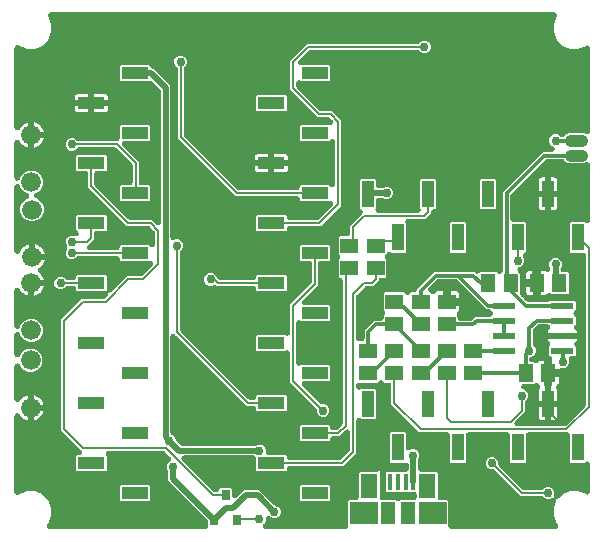
<source format=gbr>
G04 EAGLE Gerber RS-274X export*
G75*
%MOMM*%
%FSLAX34Y34*%
%LPD*%
%INBottom Copper*%
%IPPOS*%
%AMOC8*
5,1,8,0,0,1.08239X$1,22.5*%
G01*
%ADD10C,1.676400*%
%ADD11C,1.008000*%
%ADD12R,1.016000X2.285000*%
%ADD13R,0.450000X1.380000*%
%ADD14R,1.475000X2.100000*%
%ADD15R,2.375000X1.900000*%
%ADD16R,1.175000X1.900000*%
%ADD17R,0.800000X0.900000*%
%ADD18R,2.285000X1.016000*%
%ADD19R,1.500000X1.300000*%
%ADD20R,1.981200X0.558800*%
%ADD21R,1.300000X1.500000*%
%ADD22C,0.756400*%
%ADD23C,0.500000*%
%ADD24C,0.304800*%
%ADD25C,0.200000*%

G36*
X147650Y-424139D02*
X147650Y-424139D01*
X147700Y-424141D01*
X147872Y-424119D01*
X148045Y-424103D01*
X148093Y-424090D01*
X148143Y-424083D01*
X148308Y-424031D01*
X148476Y-423985D01*
X148521Y-423963D01*
X148568Y-423948D01*
X148722Y-423867D01*
X148878Y-423791D01*
X148919Y-423762D01*
X148963Y-423739D01*
X149100Y-423631D01*
X149240Y-423530D01*
X149275Y-423493D01*
X149314Y-423462D01*
X149430Y-423332D01*
X149550Y-423207D01*
X149577Y-423166D01*
X149611Y-423128D01*
X149701Y-422980D01*
X149797Y-422835D01*
X149817Y-422789D01*
X149843Y-422747D01*
X149905Y-422585D01*
X149974Y-422425D01*
X149985Y-422377D01*
X150003Y-422330D01*
X150036Y-422159D01*
X150075Y-421990D01*
X150078Y-421940D01*
X150087Y-421891D01*
X150099Y-421644D01*
X150099Y-417592D01*
X150083Y-417406D01*
X150071Y-417220D01*
X150063Y-417184D01*
X150059Y-417147D01*
X150010Y-416967D01*
X149966Y-416786D01*
X149951Y-416753D01*
X149941Y-416717D01*
X149860Y-416548D01*
X149784Y-416378D01*
X149764Y-416347D01*
X149748Y-416314D01*
X149638Y-416163D01*
X149533Y-416009D01*
X149499Y-415971D01*
X149486Y-415952D01*
X149459Y-415927D01*
X149367Y-415825D01*
X118735Y-385193D01*
X117258Y-383716D01*
X116649Y-382246D01*
X116649Y-375980D01*
X116633Y-375794D01*
X116621Y-375608D01*
X116613Y-375572D01*
X116609Y-375536D01*
X116560Y-375355D01*
X116516Y-375174D01*
X116501Y-375141D01*
X116491Y-375105D01*
X116410Y-374936D01*
X116334Y-374766D01*
X116314Y-374735D01*
X116298Y-374702D01*
X116230Y-374609D01*
X115367Y-372526D01*
X115367Y-370424D01*
X116171Y-368483D01*
X117720Y-366934D01*
X117781Y-366902D01*
X117855Y-366845D01*
X117934Y-366795D01*
X118031Y-366708D01*
X118134Y-366628D01*
X118196Y-366558D01*
X118266Y-366495D01*
X118345Y-366392D01*
X118432Y-366295D01*
X118481Y-366216D01*
X118538Y-366141D01*
X118598Y-366026D01*
X118666Y-365915D01*
X118700Y-365828D01*
X118743Y-365745D01*
X118781Y-365620D01*
X118829Y-365499D01*
X118847Y-365407D01*
X118874Y-365318D01*
X118890Y-365188D01*
X118915Y-365060D01*
X118916Y-364967D01*
X118927Y-364874D01*
X118919Y-364744D01*
X118921Y-364614D01*
X118906Y-364522D01*
X118901Y-364428D01*
X118870Y-364302D01*
X118848Y-364173D01*
X118817Y-364085D01*
X118795Y-363994D01*
X118742Y-363875D01*
X118698Y-363752D01*
X118651Y-363671D01*
X118614Y-363586D01*
X118540Y-363478D01*
X118475Y-363365D01*
X118415Y-363294D01*
X118362Y-363216D01*
X118196Y-363033D01*
X113996Y-358833D01*
X113853Y-358713D01*
X113713Y-358589D01*
X113682Y-358570D01*
X113653Y-358546D01*
X113491Y-358454D01*
X113332Y-358357D01*
X113297Y-358344D01*
X113265Y-358326D01*
X113089Y-358264D01*
X112915Y-358197D01*
X112878Y-358190D01*
X112844Y-358177D01*
X112659Y-358148D01*
X112476Y-358113D01*
X112426Y-358110D01*
X112402Y-358107D01*
X112366Y-358108D01*
X112229Y-358101D01*
X65993Y-358101D01*
X65857Y-358113D01*
X65720Y-358116D01*
X65635Y-358133D01*
X65548Y-358141D01*
X65416Y-358177D01*
X65282Y-358204D01*
X65201Y-358236D01*
X65118Y-358259D01*
X64994Y-358318D01*
X64867Y-358369D01*
X64793Y-358415D01*
X64715Y-358452D01*
X64604Y-358533D01*
X64488Y-358605D01*
X64423Y-358663D01*
X64353Y-358714D01*
X64258Y-358813D01*
X64157Y-358905D01*
X64104Y-358974D01*
X64043Y-359036D01*
X63968Y-359150D01*
X63884Y-359259D01*
X63844Y-359336D01*
X63796Y-359408D01*
X63742Y-359534D01*
X63679Y-359656D01*
X63654Y-359739D01*
X63619Y-359819D01*
X63588Y-359952D01*
X63548Y-360083D01*
X63538Y-360169D01*
X63518Y-360254D01*
X63511Y-360390D01*
X63495Y-360526D01*
X63500Y-360613D01*
X63496Y-360700D01*
X63514Y-360835D01*
X63522Y-360972D01*
X63542Y-361057D01*
X63554Y-361143D01*
X63595Y-361273D01*
X63628Y-361406D01*
X63663Y-361486D01*
X63689Y-361568D01*
X63753Y-361689D01*
X63809Y-361814D01*
X63858Y-361886D01*
X63898Y-361963D01*
X63983Y-362071D01*
X64060Y-362184D01*
X64152Y-362285D01*
X64175Y-362314D01*
X64192Y-362330D01*
X64226Y-362367D01*
X64343Y-362485D01*
X64343Y-373888D01*
X63464Y-374767D01*
X39371Y-374767D01*
X38492Y-373888D01*
X38492Y-362484D01*
X39371Y-361605D01*
X40885Y-361605D01*
X41021Y-361593D01*
X41158Y-361590D01*
X41243Y-361573D01*
X41330Y-361565D01*
X41462Y-361529D01*
X41596Y-361502D01*
X41677Y-361470D01*
X41761Y-361447D01*
X41884Y-361388D01*
X42011Y-361337D01*
X42085Y-361291D01*
X42163Y-361254D01*
X42275Y-361173D01*
X42390Y-361101D01*
X42455Y-361043D01*
X42525Y-360992D01*
X42620Y-360893D01*
X42721Y-360801D01*
X42775Y-360732D01*
X42835Y-360670D01*
X42910Y-360556D01*
X42994Y-360447D01*
X43034Y-360370D01*
X43082Y-360298D01*
X43136Y-360172D01*
X43199Y-360051D01*
X43225Y-359967D01*
X43259Y-359888D01*
X43290Y-359754D01*
X43330Y-359624D01*
X43341Y-359537D01*
X43360Y-359452D01*
X43367Y-359316D01*
X43383Y-359180D01*
X43378Y-359093D01*
X43382Y-359006D01*
X43365Y-358871D01*
X43356Y-358734D01*
X43336Y-358650D01*
X43325Y-358563D01*
X43283Y-358433D01*
X43251Y-358300D01*
X43215Y-358221D01*
X43189Y-358138D01*
X43125Y-358017D01*
X43070Y-357892D01*
X43021Y-357820D01*
X42980Y-357743D01*
X42895Y-357636D01*
X42818Y-357522D01*
X42727Y-357421D01*
X42704Y-357392D01*
X42686Y-357376D01*
X42652Y-357339D01*
X28271Y-342958D01*
X26074Y-340761D01*
X26074Y-246614D01*
X43414Y-229274D01*
X61429Y-229274D01*
X61615Y-229258D01*
X61801Y-229246D01*
X61837Y-229238D01*
X61874Y-229234D01*
X62054Y-229185D01*
X62235Y-229141D01*
X62269Y-229126D01*
X62305Y-229116D01*
X62473Y-229035D01*
X62643Y-228959D01*
X62674Y-228939D01*
X62707Y-228923D01*
X62859Y-228813D01*
X63013Y-228708D01*
X63050Y-228675D01*
X63069Y-228661D01*
X63095Y-228634D01*
X63196Y-228542D01*
X65105Y-226633D01*
X65193Y-226528D01*
X65288Y-226430D01*
X65336Y-226357D01*
X65391Y-226291D01*
X65459Y-226172D01*
X65535Y-226058D01*
X65569Y-225978D01*
X65612Y-225902D01*
X65658Y-225773D01*
X65712Y-225647D01*
X65731Y-225563D01*
X65760Y-225481D01*
X65782Y-225345D01*
X65813Y-225212D01*
X65817Y-225126D01*
X65831Y-225040D01*
X65828Y-224903D01*
X65835Y-224766D01*
X65824Y-224680D01*
X65822Y-224593D01*
X65795Y-224459D01*
X65777Y-224323D01*
X65751Y-224240D01*
X65734Y-224155D01*
X65683Y-224028D01*
X65642Y-223898D01*
X65601Y-223821D01*
X65569Y-223740D01*
X65497Y-223624D01*
X65433Y-223503D01*
X65379Y-223435D01*
X65333Y-223361D01*
X65302Y-223327D01*
X65393Y-223387D01*
X65501Y-223470D01*
X65579Y-223510D01*
X65651Y-223558D01*
X65777Y-223613D01*
X65898Y-223675D01*
X65981Y-223701D01*
X66061Y-223735D01*
X66194Y-223766D01*
X66325Y-223807D01*
X66411Y-223817D01*
X66496Y-223837D01*
X66633Y-223843D01*
X66769Y-223860D01*
X66855Y-223854D01*
X66942Y-223859D01*
X67078Y-223841D01*
X67215Y-223833D01*
X67299Y-223812D01*
X67385Y-223801D01*
X67516Y-223760D01*
X67649Y-223727D01*
X67728Y-223692D01*
X67811Y-223665D01*
X67932Y-223601D01*
X68057Y-223546D01*
X68129Y-223497D01*
X68206Y-223456D01*
X68313Y-223372D01*
X68426Y-223295D01*
X68528Y-223203D01*
X68557Y-223180D01*
X68572Y-223163D01*
X68610Y-223129D01*
X79317Y-212421D01*
X81514Y-210224D01*
X93179Y-210224D01*
X93365Y-210208D01*
X93551Y-210196D01*
X93587Y-210188D01*
X93624Y-210184D01*
X93804Y-210135D01*
X93985Y-210091D01*
X94019Y-210076D01*
X94055Y-210066D01*
X94223Y-209985D01*
X94393Y-209909D01*
X94424Y-209889D01*
X94457Y-209873D01*
X94608Y-209763D01*
X94763Y-209658D01*
X94800Y-209624D01*
X94819Y-209611D01*
X94845Y-209584D01*
X94946Y-209492D01*
X103127Y-201311D01*
X103215Y-201206D01*
X103310Y-201108D01*
X103358Y-201035D01*
X103413Y-200968D01*
X103481Y-200850D01*
X103557Y-200736D01*
X103591Y-200656D01*
X103634Y-200580D01*
X103680Y-200451D01*
X103734Y-200325D01*
X103753Y-200241D01*
X103782Y-200159D01*
X103804Y-200023D01*
X103835Y-199890D01*
X103839Y-199804D01*
X103853Y-199718D01*
X103850Y-199581D01*
X103857Y-199444D01*
X103846Y-199358D01*
X103844Y-199271D01*
X103817Y-199137D01*
X103799Y-199001D01*
X103773Y-198918D01*
X103756Y-198833D01*
X103705Y-198706D01*
X103664Y-198576D01*
X103623Y-198499D01*
X103591Y-198418D01*
X103519Y-198302D01*
X103455Y-198181D01*
X103401Y-198113D01*
X103355Y-198039D01*
X103263Y-197937D01*
X103179Y-197830D01*
X103113Y-197772D01*
X103055Y-197708D01*
X102947Y-197624D01*
X102844Y-197533D01*
X102770Y-197488D01*
X102701Y-197435D01*
X102579Y-197372D01*
X102463Y-197301D01*
X102382Y-197270D01*
X102304Y-197230D01*
X102174Y-197190D01*
X102046Y-197141D01*
X101960Y-197124D01*
X101877Y-197099D01*
X101742Y-197083D01*
X101607Y-197057D01*
X101470Y-197050D01*
X101434Y-197046D01*
X101410Y-197047D01*
X101360Y-197045D01*
X76254Y-197045D01*
X75375Y-196166D01*
X75375Y-195500D01*
X75370Y-195450D01*
X75373Y-195400D01*
X75350Y-195228D01*
X75335Y-195055D01*
X75321Y-195007D01*
X75315Y-194957D01*
X75262Y-194792D01*
X75216Y-194624D01*
X75195Y-194579D01*
X75179Y-194532D01*
X75098Y-194378D01*
X75023Y-194222D01*
X74994Y-194181D01*
X74970Y-194137D01*
X74863Y-194000D01*
X74761Y-193860D01*
X74725Y-193825D01*
X74694Y-193786D01*
X74564Y-193670D01*
X74439Y-193550D01*
X74397Y-193523D01*
X74360Y-193489D01*
X74212Y-193399D01*
X74067Y-193303D01*
X74021Y-193283D01*
X73978Y-193257D01*
X73816Y-193195D01*
X73657Y-193126D01*
X73608Y-193115D01*
X73561Y-193097D01*
X73390Y-193064D01*
X73222Y-193025D01*
X73172Y-193022D01*
X73123Y-193013D01*
X72875Y-193001D01*
X40930Y-193001D01*
X40744Y-193017D01*
X40558Y-193029D01*
X40522Y-193037D01*
X40486Y-193041D01*
X40305Y-193090D01*
X40124Y-193134D01*
X40091Y-193149D01*
X40055Y-193159D01*
X39886Y-193240D01*
X39716Y-193316D01*
X39685Y-193336D01*
X39652Y-193352D01*
X39501Y-193462D01*
X39347Y-193567D01*
X39309Y-193601D01*
X39290Y-193614D01*
X39265Y-193641D01*
X39163Y-193733D01*
X37917Y-194979D01*
X35976Y-195783D01*
X33874Y-195783D01*
X31933Y-194979D01*
X30446Y-193492D01*
X29642Y-191551D01*
X29642Y-189449D01*
X30446Y-187508D01*
X30449Y-187505D01*
X30482Y-187466D01*
X30519Y-187433D01*
X30624Y-187295D01*
X30736Y-187162D01*
X30760Y-187118D01*
X30791Y-187079D01*
X30871Y-186924D01*
X30956Y-186774D01*
X30973Y-186726D01*
X30996Y-186682D01*
X31047Y-186516D01*
X31105Y-186352D01*
X31113Y-186303D01*
X31127Y-186255D01*
X31148Y-186083D01*
X31175Y-185911D01*
X31174Y-185861D01*
X31180Y-185811D01*
X31170Y-185638D01*
X31166Y-185464D01*
X31156Y-185415D01*
X31153Y-185365D01*
X31112Y-185197D01*
X31078Y-185027D01*
X31060Y-184980D01*
X31048Y-184931D01*
X30977Y-184773D01*
X30913Y-184611D01*
X30887Y-184569D01*
X30866Y-184523D01*
X30769Y-184379D01*
X30677Y-184232D01*
X30644Y-184195D01*
X30615Y-184154D01*
X30449Y-183970D01*
X30446Y-183967D01*
X29642Y-182026D01*
X29642Y-179924D01*
X30446Y-177983D01*
X31933Y-176496D01*
X33874Y-175692D01*
X35976Y-175692D01*
X37206Y-176202D01*
X37378Y-176256D01*
X37548Y-176315D01*
X37591Y-176322D01*
X37632Y-176335D01*
X37811Y-176358D01*
X37989Y-176386D01*
X38032Y-176385D01*
X38076Y-176391D01*
X38256Y-176381D01*
X38435Y-176377D01*
X38478Y-176369D01*
X38522Y-176366D01*
X38697Y-176324D01*
X38873Y-176289D01*
X38914Y-176273D01*
X38956Y-176263D01*
X39121Y-176190D01*
X39289Y-176124D01*
X39325Y-176101D01*
X39365Y-176084D01*
X39515Y-175983D01*
X39668Y-175888D01*
X39700Y-175859D01*
X39736Y-175834D01*
X39865Y-175709D01*
X39999Y-175588D01*
X40025Y-175553D01*
X40057Y-175523D01*
X40161Y-175377D01*
X40271Y-175234D01*
X40291Y-175195D01*
X40317Y-175160D01*
X40394Y-174997D01*
X40476Y-174837D01*
X40489Y-174796D01*
X40508Y-174756D01*
X40554Y-174583D01*
X40608Y-174410D01*
X40613Y-174367D01*
X40624Y-174325D01*
X40639Y-174146D01*
X40661Y-173967D01*
X40658Y-173923D01*
X40662Y-173880D01*
X40645Y-173700D01*
X40634Y-173521D01*
X40624Y-173479D01*
X40619Y-173435D01*
X40571Y-173261D01*
X40528Y-173087D01*
X40511Y-173047D01*
X40499Y-173005D01*
X40420Y-172843D01*
X40347Y-172679D01*
X40322Y-172643D01*
X40303Y-172603D01*
X40197Y-172458D01*
X40096Y-172309D01*
X40056Y-172265D01*
X40040Y-172243D01*
X40012Y-172217D01*
X39930Y-172126D01*
X38492Y-170688D01*
X38492Y-159284D01*
X39371Y-158405D01*
X63464Y-158405D01*
X64343Y-159284D01*
X64343Y-170688D01*
X63464Y-171567D01*
X55800Y-171567D01*
X55750Y-171571D01*
X55700Y-171569D01*
X55528Y-171591D01*
X55355Y-171607D01*
X55307Y-171620D01*
X55257Y-171626D01*
X55092Y-171679D01*
X54924Y-171725D01*
X54879Y-171747D01*
X54832Y-171762D01*
X54678Y-171843D01*
X54522Y-171918D01*
X54481Y-171948D01*
X54437Y-171971D01*
X54300Y-172079D01*
X54160Y-172180D01*
X54125Y-172216D01*
X54086Y-172247D01*
X53970Y-172377D01*
X53850Y-172502D01*
X53823Y-172544D01*
X53789Y-172582D01*
X53699Y-172730D01*
X53603Y-172875D01*
X53583Y-172921D01*
X53557Y-172963D01*
X53495Y-173125D01*
X53426Y-173285D01*
X53415Y-173333D01*
X53397Y-173380D01*
X53364Y-173551D01*
X53325Y-173720D01*
X53322Y-173770D01*
X53313Y-173819D01*
X53301Y-174066D01*
X53301Y-178836D01*
X51104Y-181033D01*
X48404Y-183733D01*
X48316Y-183838D01*
X48221Y-183936D01*
X48173Y-184009D01*
X48117Y-184076D01*
X48050Y-184194D01*
X47974Y-184308D01*
X47940Y-184388D01*
X47897Y-184464D01*
X47851Y-184593D01*
X47797Y-184719D01*
X47777Y-184803D01*
X47749Y-184885D01*
X47727Y-185021D01*
X47696Y-185154D01*
X47692Y-185240D01*
X47678Y-185326D01*
X47681Y-185463D01*
X47674Y-185600D01*
X47685Y-185686D01*
X47687Y-185773D01*
X47714Y-185907D01*
X47731Y-186043D01*
X47758Y-186126D01*
X47775Y-186211D01*
X47825Y-186338D01*
X47867Y-186468D01*
X47908Y-186545D01*
X47940Y-186626D01*
X48012Y-186742D01*
X48076Y-186863D01*
X48130Y-186931D01*
X48176Y-187005D01*
X48268Y-187107D01*
X48352Y-187214D01*
X48417Y-187272D01*
X48476Y-187336D01*
X48584Y-187420D01*
X48687Y-187511D01*
X48761Y-187556D01*
X48830Y-187609D01*
X48951Y-187672D01*
X49068Y-187743D01*
X49149Y-187774D01*
X49227Y-187814D01*
X49357Y-187854D01*
X49485Y-187903D01*
X49571Y-187920D01*
X49654Y-187945D01*
X49789Y-187961D01*
X49924Y-187987D01*
X50061Y-187994D01*
X50097Y-187998D01*
X50121Y-187997D01*
X50171Y-187999D01*
X72875Y-187999D01*
X72925Y-187995D01*
X72975Y-187997D01*
X73147Y-187975D01*
X73320Y-187959D01*
X73369Y-187946D01*
X73418Y-187940D01*
X73583Y-187887D01*
X73751Y-187841D01*
X73796Y-187819D01*
X73844Y-187804D01*
X73997Y-187723D01*
X74154Y-187648D01*
X74194Y-187618D01*
X74239Y-187595D01*
X74375Y-187488D01*
X74516Y-187386D01*
X74550Y-187350D01*
X74590Y-187319D01*
X74705Y-187189D01*
X74825Y-187064D01*
X74853Y-187022D01*
X74886Y-186984D01*
X74976Y-186836D01*
X75072Y-186692D01*
X75092Y-186646D01*
X75118Y-186603D01*
X75181Y-186441D01*
X75249Y-186281D01*
X75261Y-186233D01*
X75279Y-186186D01*
X75311Y-186015D01*
X75351Y-185846D01*
X75353Y-185796D01*
X75362Y-185747D01*
X75375Y-185500D01*
X75375Y-184762D01*
X76254Y-183883D01*
X100347Y-183883D01*
X101183Y-184719D01*
X101288Y-184807D01*
X101386Y-184902D01*
X101459Y-184950D01*
X101526Y-185005D01*
X101645Y-185073D01*
X101758Y-185149D01*
X101838Y-185183D01*
X101914Y-185226D01*
X102043Y-185272D01*
X102169Y-185326D01*
X102253Y-185345D01*
X102335Y-185374D01*
X102470Y-185396D01*
X102604Y-185427D01*
X102690Y-185431D01*
X102776Y-185445D01*
X102913Y-185442D01*
X103050Y-185449D01*
X103136Y-185438D01*
X103223Y-185436D01*
X103357Y-185409D01*
X103493Y-185391D01*
X103576Y-185365D01*
X103661Y-185348D01*
X103788Y-185297D01*
X103918Y-185256D01*
X103995Y-185215D01*
X104076Y-185183D01*
X104192Y-185111D01*
X104313Y-185047D01*
X104381Y-184993D01*
X104455Y-184947D01*
X104557Y-184855D01*
X104664Y-184771D01*
X104722Y-184705D01*
X104786Y-184647D01*
X104870Y-184539D01*
X104961Y-184436D01*
X105006Y-184362D01*
X105059Y-184293D01*
X105122Y-184171D01*
X105193Y-184055D01*
X105224Y-183974D01*
X105264Y-183896D01*
X105304Y-183766D01*
X105353Y-183638D01*
X105370Y-183552D01*
X105395Y-183469D01*
X105411Y-183334D01*
X105437Y-183199D01*
X105444Y-183062D01*
X105448Y-183026D01*
X105447Y-183002D01*
X105449Y-182952D01*
X105449Y-173521D01*
X105433Y-173335D01*
X105421Y-173149D01*
X105413Y-173113D01*
X105409Y-173076D01*
X105360Y-172896D01*
X105316Y-172715D01*
X105301Y-172681D01*
X105291Y-172645D01*
X105210Y-172477D01*
X105134Y-172307D01*
X105114Y-172276D01*
X105098Y-172243D01*
X104988Y-172092D01*
X104883Y-171937D01*
X104849Y-171900D01*
X104836Y-171881D01*
X104809Y-171855D01*
X104717Y-171754D01*
X101296Y-168333D01*
X101153Y-168213D01*
X101013Y-168089D01*
X100982Y-168070D01*
X100953Y-168046D01*
X100791Y-167954D01*
X100632Y-167857D01*
X100597Y-167844D01*
X100565Y-167826D01*
X100389Y-167764D01*
X100215Y-167697D01*
X100179Y-167690D01*
X100144Y-167677D01*
X99959Y-167648D01*
X99776Y-167613D01*
X99726Y-167610D01*
X99703Y-167607D01*
X99666Y-167608D01*
X99529Y-167601D01*
X81514Y-167601D01*
X79318Y-165404D01*
X79317Y-165404D01*
X51114Y-137200D01*
X48917Y-135003D01*
X48917Y-123266D01*
X48912Y-123216D01*
X48915Y-123166D01*
X48892Y-122994D01*
X48877Y-122821D01*
X48864Y-122773D01*
X48857Y-122723D01*
X48804Y-122558D01*
X48758Y-122390D01*
X48737Y-122345D01*
X48722Y-122298D01*
X48640Y-122145D01*
X48565Y-121988D01*
X48536Y-121947D01*
X48512Y-121903D01*
X48405Y-121767D01*
X48303Y-121626D01*
X48267Y-121591D01*
X48236Y-121552D01*
X48106Y-121437D01*
X47981Y-121316D01*
X47939Y-121289D01*
X47902Y-121255D01*
X47754Y-121165D01*
X47609Y-121069D01*
X47563Y-121049D01*
X47520Y-121023D01*
X47358Y-120961D01*
X47199Y-120892D01*
X47150Y-120881D01*
X47103Y-120863D01*
X46932Y-120830D01*
X46764Y-120791D01*
X46714Y-120788D01*
X46665Y-120779D01*
X46418Y-120767D01*
X39371Y-120767D01*
X38492Y-119888D01*
X38492Y-108484D01*
X39371Y-107605D01*
X63464Y-107605D01*
X64343Y-108484D01*
X64343Y-119888D01*
X63464Y-120767D01*
X56417Y-120767D01*
X56368Y-120771D01*
X56318Y-120769D01*
X56146Y-120791D01*
X55973Y-120807D01*
X55924Y-120820D01*
X55875Y-120826D01*
X55710Y-120879D01*
X55542Y-120925D01*
X55497Y-120947D01*
X55449Y-120962D01*
X55296Y-121043D01*
X55139Y-121118D01*
X55099Y-121148D01*
X55054Y-121171D01*
X54918Y-121279D01*
X54777Y-121380D01*
X54743Y-121416D01*
X54703Y-121447D01*
X54588Y-121577D01*
X54468Y-121702D01*
X54440Y-121744D01*
X54407Y-121782D01*
X54317Y-121930D01*
X54221Y-122075D01*
X54201Y-122121D01*
X54175Y-122163D01*
X54112Y-122325D01*
X54044Y-122485D01*
X54032Y-122533D01*
X54014Y-122580D01*
X53982Y-122751D01*
X53942Y-122920D01*
X53940Y-122970D01*
X53930Y-123019D01*
X53918Y-123266D01*
X53918Y-131896D01*
X53935Y-132082D01*
X53946Y-132268D01*
X53955Y-132304D01*
X53958Y-132341D01*
X54008Y-132522D01*
X54052Y-132702D01*
X54067Y-132736D01*
X54077Y-132772D01*
X54157Y-132941D01*
X54233Y-133111D01*
X54254Y-133141D01*
X54270Y-133175D01*
X54379Y-133326D01*
X54484Y-133480D01*
X54518Y-133518D01*
X54532Y-133537D01*
X54558Y-133562D01*
X54650Y-133664D01*
X82854Y-161867D01*
X82997Y-161987D01*
X83137Y-162111D01*
X83168Y-162130D01*
X83197Y-162154D01*
X83359Y-162246D01*
X83518Y-162343D01*
X83553Y-162356D01*
X83585Y-162374D01*
X83761Y-162436D01*
X83935Y-162503D01*
X83971Y-162510D01*
X84006Y-162523D01*
X84191Y-162552D01*
X84374Y-162587D01*
X84424Y-162590D01*
X84447Y-162593D01*
X84484Y-162592D01*
X84621Y-162599D01*
X102636Y-162599D01*
X104833Y-164796D01*
X106033Y-165996D01*
X106138Y-166084D01*
X106236Y-166179D01*
X106282Y-166209D01*
X106308Y-166232D01*
X106333Y-166247D01*
X106376Y-166283D01*
X106495Y-166350D01*
X106608Y-166426D01*
X106672Y-166453D01*
X106689Y-166464D01*
X106705Y-166470D01*
X106764Y-166503D01*
X106893Y-166549D01*
X107019Y-166603D01*
X107099Y-166622D01*
X107106Y-166624D01*
X107111Y-166625D01*
X107185Y-166651D01*
X107320Y-166673D01*
X107454Y-166704D01*
X107540Y-166708D01*
X107626Y-166722D01*
X107763Y-166719D01*
X107900Y-166726D01*
X107986Y-166715D01*
X108073Y-166713D01*
X108207Y-166686D01*
X108343Y-166669D01*
X108426Y-166642D01*
X108511Y-166625D01*
X108638Y-166574D01*
X108768Y-166533D01*
X108845Y-166492D01*
X108926Y-166460D01*
X109042Y-166388D01*
X109163Y-166324D01*
X109231Y-166270D01*
X109305Y-166224D01*
X109407Y-166132D01*
X109426Y-166117D01*
X109440Y-166107D01*
X109444Y-166103D01*
X109514Y-166048D01*
X109572Y-165982D01*
X109636Y-165924D01*
X109720Y-165816D01*
X109721Y-165815D01*
X109750Y-165785D01*
X109756Y-165775D01*
X109811Y-165713D01*
X109856Y-165639D01*
X109909Y-165570D01*
X109967Y-165457D01*
X109997Y-165413D01*
X110005Y-165394D01*
X110043Y-165332D01*
X110074Y-165251D01*
X110114Y-165173D01*
X110148Y-165063D01*
X110174Y-165002D01*
X110181Y-164974D01*
X110203Y-164915D01*
X110220Y-164829D01*
X110245Y-164746D01*
X110257Y-164644D01*
X110275Y-164567D01*
X110277Y-164528D01*
X110287Y-164476D01*
X110294Y-164340D01*
X110298Y-164303D01*
X110297Y-164279D01*
X110299Y-164229D01*
X110299Y-53492D01*
X110283Y-53306D01*
X110271Y-53120D01*
X110263Y-53084D01*
X110259Y-53047D01*
X110210Y-52867D01*
X110166Y-52686D01*
X110151Y-52653D01*
X110141Y-52617D01*
X110060Y-52448D01*
X109984Y-52278D01*
X109964Y-52247D01*
X109948Y-52214D01*
X109838Y-52063D01*
X109733Y-51909D01*
X109699Y-51871D01*
X109686Y-51852D01*
X109659Y-51827D01*
X109567Y-51725D01*
X103184Y-45342D01*
X103146Y-45310D01*
X103112Y-45273D01*
X102974Y-45167D01*
X102841Y-45056D01*
X102798Y-45031D01*
X102758Y-45000D01*
X102604Y-44921D01*
X102453Y-44835D01*
X102406Y-44818D01*
X102361Y-44795D01*
X102196Y-44745D01*
X102032Y-44687D01*
X101982Y-44679D01*
X101934Y-44664D01*
X101762Y-44644D01*
X101591Y-44616D01*
X101541Y-44617D01*
X101491Y-44611D01*
X101317Y-44622D01*
X101144Y-44625D01*
X101095Y-44635D01*
X101045Y-44638D01*
X101017Y-44645D01*
X76254Y-44645D01*
X75375Y-43766D01*
X75375Y-32362D01*
X76254Y-31483D01*
X100347Y-31483D01*
X101278Y-32414D01*
X101326Y-32588D01*
X101385Y-32799D01*
X101387Y-32805D01*
X101389Y-32812D01*
X101483Y-33005D01*
X101578Y-33202D01*
X101582Y-33207D01*
X101585Y-33213D01*
X101713Y-33389D01*
X101840Y-33564D01*
X101844Y-33569D01*
X101848Y-33574D01*
X102008Y-33725D01*
X102162Y-33874D01*
X102167Y-33877D01*
X102172Y-33882D01*
X102354Y-34001D01*
X102534Y-34121D01*
X102540Y-34123D01*
X102545Y-34127D01*
X102769Y-34233D01*
X103830Y-34672D01*
X117692Y-48534D01*
X118301Y-50004D01*
X118301Y-176980D01*
X118309Y-177073D01*
X118308Y-177166D01*
X118329Y-177295D01*
X118341Y-177425D01*
X118365Y-177515D01*
X118381Y-177607D01*
X118425Y-177730D01*
X118459Y-177855D01*
X118500Y-177940D01*
X118531Y-178028D01*
X118596Y-178140D01*
X118652Y-178258D01*
X118707Y-178334D01*
X118754Y-178415D01*
X118838Y-178514D01*
X118914Y-178620D01*
X118982Y-178685D01*
X119042Y-178756D01*
X119142Y-178839D01*
X119236Y-178930D01*
X119314Y-178981D01*
X119386Y-179041D01*
X119500Y-179105D01*
X119608Y-179177D01*
X119694Y-179214D01*
X119776Y-179260D01*
X119899Y-179302D01*
X120019Y-179354D01*
X120109Y-179375D01*
X120198Y-179406D01*
X120327Y-179426D01*
X120454Y-179455D01*
X120547Y-179460D01*
X120639Y-179474D01*
X120770Y-179471D01*
X120900Y-179477D01*
X120992Y-179465D01*
X121086Y-179463D01*
X121214Y-179436D01*
X121343Y-179419D01*
X121432Y-179391D01*
X121523Y-179372D01*
X121756Y-179289D01*
X122774Y-178867D01*
X124876Y-178867D01*
X126817Y-179671D01*
X128304Y-181158D01*
X129108Y-183099D01*
X129108Y-185201D01*
X128304Y-187142D01*
X127058Y-188388D01*
X126938Y-188531D01*
X126814Y-188671D01*
X126795Y-188703D01*
X126771Y-188731D01*
X126679Y-188893D01*
X126582Y-189053D01*
X126569Y-189087D01*
X126551Y-189119D01*
X126489Y-189295D01*
X126422Y-189469D01*
X126415Y-189506D01*
X126402Y-189541D01*
X126373Y-189725D01*
X126338Y-189908D01*
X126335Y-189959D01*
X126332Y-189982D01*
X126333Y-190019D01*
X126326Y-190155D01*
X126326Y-255104D01*
X126342Y-255290D01*
X126354Y-255476D01*
X126362Y-255512D01*
X126366Y-255549D01*
X126415Y-255730D01*
X126459Y-255910D01*
X126474Y-255944D01*
X126484Y-255980D01*
X126565Y-256148D01*
X126641Y-256318D01*
X126661Y-256349D01*
X126677Y-256382D01*
X126787Y-256533D01*
X126892Y-256688D01*
X126926Y-256725D01*
X126939Y-256744D01*
X126966Y-256770D01*
X127058Y-256871D01*
X184454Y-314267D01*
X184597Y-314387D01*
X184737Y-314511D01*
X184768Y-314530D01*
X184797Y-314554D01*
X184959Y-314646D01*
X185118Y-314743D01*
X185153Y-314756D01*
X185185Y-314774D01*
X185361Y-314836D01*
X185535Y-314903D01*
X185571Y-314910D01*
X185606Y-314923D01*
X185791Y-314952D01*
X185974Y-314987D01*
X186024Y-314990D01*
X186047Y-314993D01*
X186084Y-314992D01*
X186221Y-314999D01*
X188393Y-314999D01*
X188442Y-314995D01*
X188492Y-314997D01*
X188664Y-314975D01*
X188837Y-314959D01*
X188886Y-314946D01*
X188935Y-314940D01*
X189100Y-314887D01*
X189268Y-314841D01*
X189313Y-314819D01*
X189361Y-314804D01*
X189514Y-314723D01*
X189671Y-314648D01*
X189711Y-314618D01*
X189756Y-314595D01*
X189892Y-314488D01*
X190033Y-314386D01*
X190067Y-314350D01*
X190107Y-314319D01*
X190222Y-314189D01*
X190342Y-314064D01*
X190370Y-314022D01*
X190403Y-313984D01*
X190493Y-313836D01*
X190589Y-313692D01*
X190609Y-313646D01*
X190635Y-313603D01*
X190698Y-313441D01*
X190766Y-313281D01*
X190778Y-313233D01*
X190796Y-313186D01*
X190828Y-313015D01*
X190868Y-312846D01*
X190870Y-312796D01*
X190880Y-312747D01*
X190892Y-312500D01*
X190892Y-311684D01*
X191771Y-310805D01*
X215864Y-310805D01*
X216743Y-311684D01*
X216743Y-323088D01*
X215864Y-323967D01*
X191771Y-323967D01*
X190892Y-323088D01*
X190892Y-322500D01*
X190887Y-322450D01*
X190890Y-322400D01*
X190867Y-322228D01*
X190852Y-322055D01*
X190839Y-322007D01*
X190832Y-321957D01*
X190779Y-321792D01*
X190733Y-321624D01*
X190712Y-321579D01*
X190697Y-321532D01*
X190615Y-321378D01*
X190540Y-321222D01*
X190511Y-321181D01*
X190487Y-321137D01*
X190380Y-321000D01*
X190278Y-320860D01*
X190242Y-320825D01*
X190211Y-320786D01*
X190081Y-320670D01*
X189956Y-320550D01*
X189914Y-320523D01*
X189877Y-320489D01*
X189729Y-320399D01*
X189584Y-320303D01*
X189538Y-320283D01*
X189495Y-320257D01*
X189333Y-320195D01*
X189174Y-320126D01*
X189125Y-320115D01*
X189078Y-320097D01*
X188907Y-320064D01*
X188739Y-320025D01*
X188689Y-320022D01*
X188640Y-320013D01*
X188393Y-320001D01*
X183114Y-320001D01*
X180917Y-317804D01*
X122567Y-259454D01*
X122462Y-259366D01*
X122364Y-259271D01*
X122291Y-259223D01*
X122224Y-259167D01*
X122106Y-259100D01*
X121992Y-259024D01*
X121912Y-258990D01*
X121836Y-258947D01*
X121707Y-258901D01*
X121581Y-258847D01*
X121497Y-258827D01*
X121415Y-258799D01*
X121279Y-258777D01*
X121146Y-258746D01*
X121060Y-258742D01*
X120974Y-258728D01*
X120837Y-258731D01*
X120700Y-258724D01*
X120614Y-258735D01*
X120527Y-258737D01*
X120393Y-258764D01*
X120257Y-258781D01*
X120174Y-258808D01*
X120089Y-258825D01*
X119962Y-258875D01*
X119832Y-258917D01*
X119755Y-258958D01*
X119674Y-258990D01*
X119558Y-259062D01*
X119437Y-259126D01*
X119369Y-259180D01*
X119295Y-259226D01*
X119193Y-259318D01*
X119086Y-259402D01*
X119028Y-259467D01*
X118964Y-259526D01*
X118880Y-259634D01*
X118789Y-259737D01*
X118744Y-259811D01*
X118691Y-259880D01*
X118628Y-260001D01*
X118557Y-260118D01*
X118526Y-260199D01*
X118486Y-260277D01*
X118446Y-260407D01*
X118397Y-260535D01*
X118380Y-260621D01*
X118355Y-260704D01*
X118339Y-260839D01*
X118313Y-260974D01*
X118306Y-261111D01*
X118302Y-261147D01*
X118303Y-261171D01*
X118301Y-261221D01*
X118301Y-342204D01*
X118301Y-342211D01*
X118301Y-342217D01*
X118321Y-342431D01*
X118341Y-342649D01*
X118342Y-342655D01*
X118343Y-342662D01*
X118401Y-342867D01*
X118459Y-343080D01*
X118462Y-343086D01*
X118464Y-343092D01*
X118557Y-343284D01*
X118652Y-343482D01*
X118656Y-343488D01*
X118659Y-343494D01*
X118787Y-343668D01*
X118914Y-343844D01*
X118919Y-343849D01*
X118923Y-343854D01*
X119079Y-344003D01*
X119236Y-344154D01*
X119242Y-344157D01*
X119247Y-344162D01*
X119427Y-344280D01*
X119608Y-344401D01*
X119614Y-344404D01*
X119620Y-344407D01*
X119844Y-344513D01*
X120467Y-344771D01*
X121954Y-346258D01*
X122807Y-348317D01*
X122847Y-348465D01*
X122891Y-348646D01*
X122906Y-348679D01*
X122916Y-348715D01*
X122997Y-348884D01*
X123073Y-349054D01*
X123093Y-349085D01*
X123109Y-349118D01*
X123219Y-349269D01*
X123324Y-349423D01*
X123358Y-349461D01*
X123371Y-349480D01*
X123398Y-349505D01*
X123490Y-349607D01*
X126974Y-353091D01*
X127117Y-353211D01*
X127257Y-353335D01*
X127289Y-353354D01*
X127317Y-353378D01*
X127479Y-353470D01*
X127639Y-353567D01*
X127673Y-353580D01*
X127705Y-353598D01*
X127881Y-353660D01*
X128056Y-353727D01*
X128092Y-353734D01*
X128127Y-353747D01*
X128311Y-353776D01*
X128494Y-353811D01*
X128545Y-353814D01*
X128568Y-353817D01*
X128605Y-353817D01*
X128741Y-353823D01*
X189170Y-353823D01*
X189356Y-353807D01*
X189542Y-353796D01*
X189578Y-353787D01*
X189614Y-353783D01*
X189795Y-353734D01*
X189976Y-353690D01*
X190009Y-353675D01*
X190045Y-353665D01*
X190214Y-353584D01*
X190384Y-353509D01*
X190415Y-353488D01*
X190448Y-353472D01*
X190541Y-353404D01*
X192624Y-352541D01*
X194726Y-352541D01*
X196667Y-353346D01*
X198154Y-354832D01*
X198958Y-356773D01*
X198958Y-359106D01*
X198962Y-359156D01*
X198960Y-359206D01*
X198982Y-359378D01*
X198998Y-359551D01*
X199011Y-359599D01*
X199017Y-359649D01*
X199070Y-359814D01*
X199116Y-359982D01*
X199138Y-360027D01*
X199153Y-360075D01*
X199234Y-360228D01*
X199309Y-360384D01*
X199339Y-360425D01*
X199362Y-360469D01*
X199469Y-360606D01*
X199571Y-360746D01*
X199607Y-360781D01*
X199638Y-360820D01*
X199768Y-360936D01*
X199893Y-361056D01*
X199935Y-361084D01*
X199973Y-361117D01*
X200121Y-361207D01*
X200265Y-361303D01*
X200311Y-361323D01*
X200354Y-361349D01*
X200516Y-361411D01*
X200676Y-361480D01*
X200724Y-361491D01*
X200771Y-361509D01*
X200942Y-361542D01*
X201111Y-361581D01*
X201161Y-361584D01*
X201210Y-361593D01*
X201457Y-361605D01*
X215864Y-361605D01*
X216743Y-362484D01*
X216743Y-363186D01*
X216748Y-363236D01*
X216745Y-363286D01*
X216768Y-363458D01*
X216783Y-363631D01*
X216796Y-363679D01*
X216803Y-363729D01*
X216856Y-363894D01*
X216902Y-364062D01*
X216923Y-364107D01*
X216938Y-364155D01*
X217020Y-364308D01*
X217095Y-364464D01*
X217124Y-364505D01*
X217148Y-364549D01*
X217255Y-364686D01*
X217357Y-364826D01*
X217393Y-364861D01*
X217424Y-364900D01*
X217554Y-365016D01*
X217679Y-365136D01*
X217721Y-365164D01*
X217758Y-365197D01*
X217906Y-365287D01*
X218051Y-365383D01*
X218097Y-365403D01*
X218140Y-365429D01*
X218302Y-365491D01*
X218461Y-365560D01*
X218510Y-365571D01*
X218557Y-365589D01*
X218728Y-365622D01*
X218896Y-365661D01*
X218946Y-365664D01*
X218995Y-365673D01*
X219242Y-365685D01*
X261340Y-365685D01*
X261526Y-365669D01*
X261712Y-365658D01*
X261748Y-365649D01*
X261785Y-365645D01*
X261965Y-365596D01*
X262146Y-365552D01*
X262180Y-365537D01*
X262216Y-365527D01*
X262384Y-365446D01*
X262554Y-365371D01*
X262585Y-365350D01*
X262618Y-365334D01*
X262769Y-365224D01*
X262924Y-365119D01*
X262961Y-365086D01*
X262980Y-365072D01*
X263006Y-365045D01*
X263107Y-364953D01*
X269817Y-358243D01*
X269937Y-358100D01*
X270061Y-357961D01*
X270080Y-357929D01*
X270104Y-357901D01*
X270196Y-357739D01*
X270293Y-357579D01*
X270306Y-357544D01*
X270324Y-357512D01*
X270386Y-357336D01*
X270453Y-357162D01*
X270460Y-357126D01*
X270473Y-357091D01*
X270502Y-356907D01*
X270537Y-356723D01*
X270540Y-356673D01*
X270543Y-356650D01*
X270542Y-356613D01*
X270549Y-356476D01*
X270549Y-342271D01*
X270537Y-342135D01*
X270534Y-341998D01*
X270517Y-341913D01*
X270509Y-341826D01*
X270473Y-341694D01*
X270446Y-341560D01*
X270414Y-341479D01*
X270391Y-341395D01*
X270332Y-341272D01*
X270281Y-341145D01*
X270235Y-341071D01*
X270198Y-340993D01*
X270117Y-340882D01*
X270045Y-340766D01*
X269987Y-340701D01*
X269936Y-340631D01*
X269837Y-340536D01*
X269745Y-340435D01*
X269676Y-340382D01*
X269614Y-340321D01*
X269500Y-340246D01*
X269391Y-340162D01*
X269314Y-340122D01*
X269242Y-340074D01*
X269116Y-340020D01*
X268994Y-339957D01*
X268911Y-339932D01*
X268831Y-339897D01*
X268698Y-339866D01*
X268567Y-339826D01*
X268481Y-339816D01*
X268396Y-339796D01*
X268260Y-339789D01*
X268124Y-339773D01*
X268037Y-339778D01*
X267950Y-339774D01*
X267815Y-339791D01*
X267678Y-339800D01*
X267593Y-339820D01*
X267507Y-339831D01*
X267377Y-339873D01*
X267244Y-339905D01*
X267165Y-339941D01*
X267082Y-339967D01*
X266961Y-340031D01*
X266836Y-340087D01*
X266764Y-340135D01*
X266687Y-340176D01*
X266579Y-340261D01*
X266466Y-340338D01*
X266365Y-340429D01*
X266336Y-340452D01*
X266320Y-340470D01*
X266283Y-340504D01*
X261422Y-345365D01*
X256125Y-345365D01*
X256076Y-345369D01*
X256026Y-345367D01*
X255854Y-345389D01*
X255681Y-345405D01*
X255632Y-345418D01*
X255583Y-345424D01*
X255417Y-345477D01*
X255250Y-345523D01*
X255205Y-345545D01*
X255157Y-345560D01*
X255004Y-345641D01*
X254847Y-345716D01*
X254806Y-345746D01*
X254762Y-345769D01*
X254626Y-345877D01*
X254485Y-345978D01*
X254451Y-346014D01*
X254411Y-346045D01*
X254296Y-346175D01*
X254176Y-346300D01*
X254148Y-346342D01*
X254115Y-346380D01*
X254025Y-346528D01*
X253928Y-346673D01*
X253909Y-346719D01*
X253883Y-346761D01*
X253820Y-346923D01*
X253751Y-347083D01*
X253740Y-347131D01*
X253722Y-347178D01*
X253690Y-347349D01*
X253650Y-347518D01*
X253648Y-347568D01*
X253638Y-347617D01*
X253626Y-347864D01*
X253626Y-348566D01*
X252747Y-349445D01*
X228654Y-349445D01*
X227775Y-348566D01*
X227775Y-337162D01*
X228654Y-336283D01*
X252747Y-336283D01*
X253626Y-337162D01*
X253626Y-337864D01*
X253631Y-337914D01*
X253628Y-337964D01*
X253651Y-338136D01*
X253666Y-338309D01*
X253679Y-338357D01*
X253686Y-338407D01*
X253738Y-338572D01*
X253785Y-338740D01*
X253806Y-338785D01*
X253821Y-338833D01*
X253903Y-338986D01*
X253978Y-339142D01*
X254007Y-339183D01*
X254031Y-339227D01*
X254138Y-339364D01*
X254240Y-339504D01*
X254276Y-339539D01*
X254307Y-339578D01*
X254437Y-339694D01*
X254562Y-339814D01*
X254603Y-339842D01*
X254641Y-339875D01*
X254789Y-339965D01*
X254934Y-340061D01*
X254980Y-340081D01*
X255023Y-340107D01*
X255185Y-340169D01*
X255344Y-340238D01*
X255393Y-340249D01*
X255439Y-340267D01*
X255610Y-340300D01*
X255779Y-340339D01*
X255829Y-340342D01*
X255878Y-340351D01*
X256125Y-340363D01*
X258315Y-340363D01*
X258501Y-340347D01*
X258687Y-340336D01*
X258723Y-340327D01*
X258760Y-340323D01*
X258940Y-340274D01*
X259121Y-340230D01*
X259155Y-340215D01*
X259190Y-340205D01*
X259359Y-340124D01*
X259529Y-340049D01*
X259560Y-340028D01*
X259593Y-340012D01*
X259744Y-339902D01*
X259899Y-339797D01*
X259936Y-339764D01*
X259955Y-339750D01*
X259981Y-339723D01*
X260082Y-339631D01*
X263467Y-336246D01*
X263587Y-336103D01*
X263711Y-335963D01*
X263730Y-335932D01*
X263754Y-335903D01*
X263846Y-335741D01*
X263943Y-335582D01*
X263956Y-335547D01*
X263974Y-335515D01*
X264036Y-335339D01*
X264103Y-335165D01*
X264110Y-335129D01*
X264123Y-335094D01*
X264152Y-334910D01*
X264187Y-334726D01*
X264190Y-334676D01*
X264193Y-334653D01*
X264192Y-334616D01*
X264199Y-334479D01*
X264199Y-213675D01*
X264195Y-213625D01*
X264197Y-213575D01*
X264175Y-213403D01*
X264159Y-213230D01*
X264146Y-213182D01*
X264140Y-213132D01*
X264087Y-212967D01*
X264041Y-212799D01*
X264019Y-212754D01*
X264004Y-212707D01*
X263923Y-212553D01*
X263848Y-212397D01*
X263818Y-212356D01*
X263795Y-212312D01*
X263688Y-212175D01*
X263586Y-212035D01*
X263550Y-212000D01*
X263519Y-211961D01*
X263389Y-211845D01*
X263264Y-211725D01*
X263222Y-211698D01*
X263184Y-211664D01*
X263036Y-211574D01*
X262892Y-211478D01*
X262846Y-211458D01*
X262803Y-211432D01*
X262641Y-211370D01*
X262481Y-211301D01*
X262433Y-211290D01*
X262386Y-211272D01*
X262215Y-211239D01*
X262046Y-211200D01*
X261996Y-211197D01*
X261947Y-211188D01*
X261756Y-211179D01*
X260874Y-210297D01*
X260874Y-196053D01*
X261485Y-195442D01*
X261518Y-195404D01*
X261555Y-195370D01*
X261661Y-195233D01*
X261772Y-195099D01*
X261796Y-195056D01*
X261827Y-195016D01*
X261907Y-194862D01*
X261993Y-194711D01*
X262009Y-194664D01*
X262032Y-194619D01*
X262083Y-194453D01*
X262141Y-194290D01*
X262149Y-194240D01*
X262163Y-194192D01*
X262184Y-194020D01*
X262211Y-193849D01*
X262210Y-193799D01*
X262216Y-193749D01*
X262206Y-193575D01*
X262202Y-193402D01*
X262193Y-193353D01*
X262190Y-193303D01*
X262148Y-193134D01*
X262114Y-192964D01*
X262096Y-192918D01*
X262084Y-192869D01*
X262013Y-192710D01*
X261949Y-192549D01*
X261923Y-192506D01*
X261903Y-192461D01*
X261805Y-192317D01*
X261713Y-192170D01*
X261680Y-192133D01*
X261652Y-192091D01*
X261485Y-191908D01*
X260874Y-191297D01*
X260874Y-177053D01*
X261753Y-176174D01*
X268050Y-176174D01*
X268100Y-176170D01*
X268150Y-176172D01*
X268322Y-176150D01*
X268495Y-176134D01*
X268543Y-176121D01*
X268593Y-176115D01*
X268758Y-176062D01*
X268926Y-176016D01*
X268971Y-175994D01*
X269018Y-175979D01*
X269172Y-175898D01*
X269328Y-175823D01*
X269369Y-175793D01*
X269413Y-175770D01*
X269550Y-175663D01*
X269690Y-175561D01*
X269725Y-175525D01*
X269764Y-175494D01*
X269880Y-175364D01*
X270000Y-175239D01*
X270027Y-175197D01*
X270061Y-175159D01*
X270151Y-175011D01*
X270247Y-174867D01*
X270267Y-174821D01*
X270293Y-174778D01*
X270355Y-174616D01*
X270424Y-174456D01*
X270435Y-174408D01*
X270453Y-174361D01*
X270486Y-174190D01*
X270525Y-174021D01*
X270528Y-173971D01*
X270537Y-173922D01*
X270549Y-173675D01*
X270549Y-167239D01*
X279342Y-158446D01*
X280521Y-157268D01*
X280553Y-157229D01*
X280590Y-157196D01*
X280696Y-157058D01*
X280807Y-156925D01*
X280832Y-156882D01*
X280862Y-156842D01*
X280942Y-156688D01*
X281028Y-156537D01*
X281044Y-156489D01*
X281067Y-156445D01*
X281118Y-156279D01*
X281176Y-156115D01*
X281184Y-156066D01*
X281198Y-156018D01*
X281219Y-155846D01*
X281247Y-155674D01*
X281246Y-155624D01*
X281251Y-155575D01*
X281241Y-155401D01*
X281238Y-155228D01*
X281228Y-155179D01*
X281225Y-155129D01*
X281184Y-154960D01*
X281149Y-154790D01*
X281131Y-154743D01*
X281119Y-154695D01*
X281049Y-154536D01*
X280985Y-154375D01*
X280958Y-154332D01*
X280938Y-154286D01*
X280840Y-154142D01*
X280748Y-153995D01*
X280715Y-153958D01*
X280687Y-153917D01*
X280521Y-153733D01*
X279133Y-152346D01*
X279133Y-128253D01*
X280012Y-127374D01*
X291416Y-127374D01*
X292295Y-128253D01*
X292295Y-133200D01*
X292299Y-133250D01*
X292297Y-133300D01*
X292319Y-133472D01*
X292335Y-133645D01*
X292348Y-133693D01*
X292354Y-133743D01*
X292407Y-133908D01*
X292453Y-134076D01*
X292475Y-134121D01*
X292490Y-134168D01*
X292571Y-134322D01*
X292646Y-134478D01*
X292676Y-134519D01*
X292699Y-134563D01*
X292807Y-134700D01*
X292908Y-134840D01*
X292944Y-134875D01*
X292975Y-134914D01*
X293105Y-135030D01*
X293230Y-135150D01*
X293272Y-135177D01*
X293310Y-135211D01*
X293458Y-135301D01*
X293603Y-135397D01*
X293649Y-135417D01*
X293691Y-135443D01*
X293853Y-135505D01*
X294013Y-135574D01*
X294061Y-135585D01*
X294108Y-135603D01*
X294279Y-135636D01*
X294448Y-135675D01*
X294498Y-135678D01*
X294547Y-135687D01*
X294794Y-135699D01*
X297120Y-135699D01*
X297306Y-135683D01*
X297492Y-135671D01*
X297528Y-135663D01*
X297564Y-135659D01*
X297745Y-135610D01*
X297926Y-135566D01*
X297959Y-135551D01*
X297995Y-135541D01*
X298164Y-135460D01*
X298334Y-135384D01*
X298365Y-135364D01*
X298398Y-135348D01*
X298549Y-135238D01*
X298642Y-135175D01*
X300647Y-134345D01*
X302748Y-134345D01*
X304690Y-135149D01*
X306176Y-136635D01*
X306980Y-138577D01*
X306980Y-140678D01*
X306176Y-142620D01*
X304690Y-144106D01*
X302748Y-144910D01*
X300647Y-144910D01*
X298413Y-143985D01*
X298367Y-143957D01*
X298333Y-143944D01*
X298301Y-143926D01*
X298125Y-143864D01*
X297950Y-143797D01*
X297914Y-143790D01*
X297879Y-143777D01*
X297695Y-143748D01*
X297512Y-143713D01*
X297461Y-143710D01*
X297438Y-143707D01*
X297401Y-143708D01*
X297264Y-143701D01*
X294794Y-143701D01*
X294744Y-143705D01*
X294694Y-143703D01*
X294522Y-143725D01*
X294349Y-143741D01*
X294301Y-143754D01*
X294251Y-143760D01*
X294086Y-143813D01*
X293918Y-143859D01*
X293873Y-143881D01*
X293826Y-143896D01*
X293673Y-143977D01*
X293516Y-144052D01*
X293475Y-144082D01*
X293431Y-144105D01*
X293295Y-144212D01*
X293154Y-144314D01*
X293119Y-144350D01*
X293080Y-144381D01*
X292965Y-144511D01*
X292844Y-144636D01*
X292817Y-144678D01*
X292783Y-144716D01*
X292693Y-144864D01*
X292597Y-145008D01*
X292577Y-145054D01*
X292551Y-145097D01*
X292489Y-145259D01*
X292420Y-145419D01*
X292409Y-145467D01*
X292391Y-145514D01*
X292358Y-145685D01*
X292319Y-145854D01*
X292316Y-145904D01*
X292307Y-145953D01*
X292295Y-146200D01*
X292295Y-152459D01*
X292229Y-152558D01*
X292194Y-152638D01*
X292151Y-152714D01*
X292106Y-152843D01*
X292052Y-152969D01*
X292032Y-153053D01*
X292003Y-153135D01*
X291981Y-153271D01*
X291950Y-153404D01*
X291946Y-153490D01*
X291932Y-153576D01*
X291935Y-153713D01*
X291928Y-153850D01*
X291939Y-153936D01*
X291941Y-154023D01*
X291968Y-154157D01*
X291986Y-154293D01*
X292012Y-154376D01*
X292029Y-154461D01*
X292080Y-154588D01*
X292121Y-154718D01*
X292162Y-154795D01*
X292194Y-154876D01*
X292267Y-154992D01*
X292331Y-155113D01*
X292384Y-155181D01*
X292430Y-155255D01*
X292522Y-155357D01*
X292607Y-155464D01*
X292672Y-155522D01*
X292730Y-155586D01*
X292839Y-155670D01*
X292941Y-155761D01*
X293015Y-155806D01*
X293084Y-155859D01*
X293206Y-155922D01*
X293323Y-155993D01*
X293404Y-156024D01*
X293481Y-156064D01*
X293612Y-156104D01*
X293739Y-156153D01*
X293825Y-156170D01*
X293908Y-156195D01*
X294044Y-156211D01*
X294178Y-156237D01*
X294315Y-156244D01*
X294351Y-156248D01*
X294375Y-156247D01*
X294425Y-156249D01*
X327803Y-156249D01*
X327939Y-156237D01*
X328076Y-156234D01*
X328161Y-156217D01*
X328248Y-156209D01*
X328380Y-156173D01*
X328514Y-156146D01*
X328594Y-156114D01*
X328678Y-156091D01*
X328802Y-156032D01*
X328929Y-155981D01*
X329003Y-155935D01*
X329081Y-155898D01*
X329192Y-155817D01*
X329308Y-155745D01*
X329372Y-155687D01*
X329443Y-155636D01*
X329538Y-155537D01*
X329639Y-155445D01*
X329692Y-155376D01*
X329752Y-155314D01*
X329828Y-155199D01*
X329912Y-155091D01*
X329952Y-155014D01*
X330000Y-154942D01*
X330054Y-154816D01*
X330117Y-154694D01*
X330142Y-154611D01*
X330177Y-154531D01*
X330208Y-154398D01*
X330248Y-154267D01*
X330258Y-154181D01*
X330278Y-154096D01*
X330285Y-153960D01*
X330301Y-153824D01*
X330296Y-153737D01*
X330300Y-153650D01*
X330282Y-153514D01*
X330274Y-153378D01*
X330254Y-153294D01*
X330242Y-153207D01*
X330201Y-153077D01*
X330168Y-152944D01*
X330133Y-152864D01*
X330107Y-152782D01*
X330043Y-152661D01*
X329987Y-152536D01*
X329938Y-152464D01*
X329933Y-152454D01*
X329933Y-128253D01*
X330812Y-127374D01*
X342216Y-127374D01*
X343095Y-128253D01*
X343095Y-152346D01*
X342216Y-153225D01*
X341550Y-153225D01*
X341500Y-153230D01*
X341450Y-153227D01*
X341278Y-153250D01*
X341105Y-153265D01*
X341057Y-153279D01*
X341007Y-153285D01*
X340842Y-153338D01*
X340674Y-153384D01*
X340629Y-153405D01*
X340582Y-153421D01*
X340428Y-153502D01*
X340272Y-153577D01*
X340231Y-153606D01*
X340187Y-153630D01*
X340050Y-153737D01*
X339910Y-153839D01*
X339875Y-153875D01*
X339836Y-153906D01*
X339720Y-154036D01*
X339600Y-154161D01*
X339573Y-154203D01*
X339539Y-154240D01*
X339449Y-154388D01*
X339353Y-154533D01*
X339333Y-154579D01*
X339307Y-154622D01*
X339245Y-154784D01*
X339176Y-154943D01*
X339165Y-154992D01*
X339147Y-155039D01*
X339114Y-155210D01*
X339075Y-155378D01*
X339072Y-155428D01*
X339063Y-155477D01*
X339051Y-155725D01*
X339051Y-156611D01*
X334411Y-161251D01*
X319765Y-161251D01*
X319629Y-161263D01*
X319492Y-161266D01*
X319407Y-161283D01*
X319320Y-161291D01*
X319188Y-161327D01*
X319054Y-161354D01*
X318974Y-161386D01*
X318890Y-161409D01*
X318766Y-161468D01*
X318639Y-161519D01*
X318566Y-161565D01*
X318487Y-161602D01*
X318376Y-161683D01*
X318260Y-161755D01*
X318196Y-161813D01*
X318125Y-161864D01*
X318030Y-161963D01*
X317929Y-162055D01*
X317876Y-162124D01*
X317816Y-162186D01*
X317740Y-162300D01*
X317656Y-162409D01*
X317617Y-162486D01*
X317568Y-162558D01*
X317514Y-162684D01*
X317451Y-162806D01*
X317426Y-162889D01*
X317391Y-162969D01*
X317360Y-163102D01*
X317320Y-163233D01*
X317310Y-163319D01*
X317290Y-163404D01*
X317283Y-163540D01*
X317267Y-163676D01*
X317272Y-163763D01*
X317268Y-163850D01*
X317286Y-163986D01*
X317294Y-164122D01*
X317315Y-164207D01*
X317326Y-164293D01*
X317367Y-164423D01*
X317400Y-164556D01*
X317435Y-164636D01*
X317461Y-164718D01*
X317525Y-164839D01*
X317581Y-164964D01*
X317617Y-165017D01*
X317617Y-189229D01*
X316738Y-190108D01*
X305328Y-190108D01*
X305262Y-190053D01*
X305164Y-189958D01*
X305091Y-189910D01*
X305024Y-189855D01*
X304906Y-189787D01*
X304792Y-189711D01*
X304712Y-189677D01*
X304636Y-189634D01*
X304507Y-189589D01*
X304381Y-189534D01*
X304297Y-189515D01*
X304215Y-189486D01*
X304080Y-189464D01*
X303946Y-189433D01*
X303860Y-189429D01*
X303774Y-189415D01*
X303637Y-189418D01*
X303500Y-189411D01*
X303414Y-189422D01*
X303327Y-189424D01*
X303193Y-189451D01*
X303057Y-189469D01*
X302974Y-189495D01*
X302889Y-189512D01*
X302762Y-189563D01*
X302632Y-189604D01*
X302555Y-189645D01*
X302474Y-189677D01*
X302358Y-189749D01*
X302237Y-189813D01*
X302169Y-189867D01*
X302095Y-189913D01*
X301993Y-190005D01*
X301886Y-190090D01*
X301828Y-190155D01*
X301764Y-190213D01*
X301680Y-190321D01*
X301589Y-190424D01*
X301544Y-190498D01*
X301491Y-190567D01*
X301428Y-190689D01*
X301357Y-190805D01*
X301326Y-190886D01*
X301286Y-190964D01*
X301246Y-191095D01*
X301210Y-191187D01*
X300490Y-191908D01*
X300458Y-191946D01*
X300420Y-191980D01*
X300314Y-192117D01*
X300203Y-192251D01*
X300179Y-192294D01*
X300148Y-192334D01*
X300068Y-192488D01*
X299982Y-192639D01*
X299966Y-192686D01*
X299943Y-192731D01*
X299892Y-192896D01*
X299834Y-193060D01*
X299826Y-193110D01*
X299812Y-193158D01*
X299791Y-193330D01*
X299764Y-193501D01*
X299765Y-193551D01*
X299759Y-193601D01*
X299769Y-193775D01*
X299773Y-193948D01*
X299782Y-193997D01*
X299785Y-194047D01*
X299826Y-194215D01*
X299861Y-194386D01*
X299879Y-194433D01*
X299891Y-194481D01*
X299962Y-194640D01*
X300026Y-194801D01*
X300052Y-194843D01*
X300072Y-194889D01*
X300170Y-195033D01*
X300262Y-195180D01*
X300295Y-195217D01*
X300323Y-195259D01*
X300490Y-195442D01*
X301101Y-196053D01*
X301101Y-210297D01*
X300222Y-211176D01*
X297100Y-211176D01*
X297050Y-211180D01*
X297000Y-211178D01*
X296828Y-211200D01*
X296655Y-211216D01*
X296607Y-211229D01*
X296557Y-211235D01*
X296392Y-211288D01*
X296224Y-211334D01*
X296179Y-211356D01*
X296132Y-211371D01*
X295978Y-211452D01*
X295822Y-211527D01*
X295781Y-211557D01*
X295737Y-211580D01*
X295600Y-211687D01*
X295460Y-211789D01*
X295425Y-211825D01*
X295386Y-211856D01*
X295270Y-211986D01*
X295150Y-212111D01*
X295123Y-212153D01*
X295089Y-212191D01*
X294999Y-212339D01*
X294903Y-212483D01*
X294883Y-212529D01*
X294857Y-212572D01*
X294795Y-212734D01*
X294726Y-212894D01*
X294715Y-212942D01*
X294697Y-212989D01*
X294664Y-213160D01*
X294625Y-213329D01*
X294622Y-213379D01*
X294613Y-213428D01*
X294601Y-213675D01*
X294601Y-213761D01*
X289961Y-218401D01*
X284646Y-218401D01*
X284460Y-218417D01*
X284274Y-218429D01*
X284238Y-218437D01*
X284201Y-218441D01*
X284021Y-218490D01*
X283840Y-218534D01*
X283806Y-218549D01*
X283770Y-218559D01*
X283602Y-218640D01*
X283432Y-218716D01*
X283401Y-218736D01*
X283368Y-218752D01*
X283217Y-218862D01*
X283062Y-218967D01*
X283025Y-219001D01*
X283006Y-219014D01*
X282980Y-219041D01*
X282879Y-219133D01*
X276283Y-225729D01*
X276163Y-225872D01*
X276039Y-226012D01*
X276020Y-226043D01*
X275996Y-226072D01*
X275904Y-226234D01*
X275807Y-226393D01*
X275794Y-226428D01*
X275776Y-226460D01*
X275714Y-226636D01*
X275647Y-226810D01*
X275640Y-226846D01*
X275627Y-226881D01*
X275598Y-227066D01*
X275563Y-227249D01*
X275560Y-227299D01*
X275557Y-227322D01*
X275558Y-227359D01*
X275551Y-227496D01*
X275551Y-262575D01*
X275555Y-262625D01*
X275553Y-262675D01*
X275575Y-262847D01*
X275591Y-263020D01*
X275604Y-263068D01*
X275610Y-263118D01*
X275663Y-263283D01*
X275709Y-263451D01*
X275731Y-263496D01*
X275746Y-263543D01*
X275827Y-263697D01*
X275902Y-263853D01*
X275932Y-263894D01*
X275955Y-263938D01*
X276062Y-264075D01*
X276164Y-264215D01*
X276200Y-264250D01*
X276231Y-264289D01*
X276361Y-264405D01*
X276486Y-264525D01*
X276528Y-264552D01*
X276566Y-264586D01*
X276714Y-264676D01*
X276858Y-264772D01*
X276904Y-264792D01*
X276947Y-264818D01*
X277109Y-264880D01*
X277269Y-264949D01*
X277317Y-264960D01*
X277364Y-264978D01*
X277535Y-265011D01*
X277704Y-265050D01*
X277754Y-265053D01*
X277803Y-265062D01*
X278050Y-265074D01*
X280226Y-265074D01*
X280276Y-265070D01*
X280326Y-265072D01*
X280498Y-265050D01*
X280671Y-265034D01*
X280719Y-265021D01*
X280769Y-265015D01*
X280934Y-264962D01*
X281102Y-264916D01*
X281147Y-264894D01*
X281194Y-264879D01*
X281348Y-264798D01*
X281504Y-264723D01*
X281545Y-264693D01*
X281589Y-264670D01*
X281726Y-264563D01*
X281866Y-264461D01*
X281901Y-264425D01*
X281940Y-264394D01*
X282056Y-264264D01*
X282176Y-264139D01*
X282203Y-264097D01*
X282237Y-264059D01*
X282327Y-263911D01*
X282423Y-263767D01*
X282443Y-263721D01*
X282469Y-263678D01*
X282531Y-263516D01*
X282600Y-263356D01*
X282611Y-263308D01*
X282629Y-263261D01*
X282662Y-263090D01*
X282701Y-262921D01*
X282704Y-262871D01*
X282713Y-262822D01*
X282725Y-262575D01*
X282725Y-255922D01*
X290872Y-247775D01*
X296475Y-247775D01*
X296525Y-247771D01*
X296575Y-247773D01*
X296747Y-247751D01*
X296920Y-247735D01*
X296968Y-247722D01*
X297018Y-247716D01*
X297183Y-247663D01*
X297351Y-247617D01*
X297396Y-247595D01*
X297443Y-247580D01*
X297597Y-247499D01*
X297753Y-247424D01*
X297794Y-247394D01*
X297838Y-247371D01*
X297975Y-247264D01*
X298115Y-247162D01*
X298150Y-247126D01*
X298189Y-247095D01*
X298305Y-246965D01*
X298425Y-246840D01*
X298452Y-246798D01*
X298486Y-246760D01*
X298576Y-246612D01*
X298672Y-246468D01*
X298692Y-246422D01*
X298718Y-246379D01*
X298780Y-246217D01*
X298849Y-246057D01*
X298860Y-246009D01*
X298878Y-245962D01*
X298911Y-245791D01*
X298950Y-245622D01*
X298953Y-245572D01*
X298962Y-245523D01*
X298974Y-245276D01*
X298974Y-243678D01*
X299585Y-243067D01*
X299617Y-243029D01*
X299655Y-242995D01*
X299761Y-242858D01*
X299872Y-242724D01*
X299896Y-242681D01*
X299927Y-242641D01*
X300007Y-242487D01*
X300093Y-242336D01*
X300109Y-242289D01*
X300132Y-242244D01*
X300183Y-242079D01*
X300241Y-241915D01*
X300249Y-241865D01*
X300263Y-241817D01*
X300284Y-241645D01*
X300311Y-241474D01*
X300310Y-241424D01*
X300316Y-241374D01*
X300306Y-241200D01*
X300302Y-241027D01*
X300293Y-240978D01*
X300290Y-240928D01*
X300249Y-240760D01*
X300214Y-240589D01*
X300196Y-240542D01*
X300184Y-240494D01*
X300113Y-240335D01*
X300049Y-240174D01*
X300023Y-240132D01*
X300003Y-240086D01*
X299905Y-239942D01*
X299813Y-239795D01*
X299780Y-239758D01*
X299752Y-239716D01*
X299585Y-239533D01*
X298974Y-238922D01*
X298974Y-224678D01*
X299853Y-223799D01*
X316097Y-223799D01*
X317320Y-225023D01*
X317359Y-225055D01*
X317392Y-225092D01*
X317530Y-225198D01*
X317663Y-225309D01*
X317707Y-225334D01*
X317746Y-225365D01*
X317900Y-225444D01*
X318051Y-225530D01*
X318099Y-225547D01*
X318143Y-225570D01*
X318309Y-225620D01*
X318473Y-225678D01*
X318522Y-225686D01*
X318570Y-225701D01*
X318742Y-225721D01*
X318914Y-225749D01*
X318964Y-225748D01*
X319014Y-225754D01*
X319187Y-225743D01*
X319360Y-225740D01*
X319409Y-225730D01*
X319460Y-225727D01*
X319628Y-225686D01*
X319798Y-225652D01*
X319845Y-225633D01*
X319894Y-225621D01*
X320052Y-225551D01*
X320214Y-225487D01*
X320256Y-225460D01*
X320302Y-225440D01*
X320446Y-225342D01*
X320593Y-225251D01*
X320630Y-225217D01*
X320671Y-225189D01*
X320855Y-225023D01*
X322078Y-223799D01*
X324676Y-223799D01*
X324726Y-223795D01*
X324776Y-223797D01*
X324948Y-223775D01*
X325121Y-223759D01*
X325169Y-223746D01*
X325219Y-223740D01*
X325384Y-223687D01*
X325552Y-223641D01*
X325597Y-223619D01*
X325644Y-223604D01*
X325798Y-223523D01*
X325954Y-223448D01*
X325995Y-223418D01*
X326039Y-223395D01*
X326176Y-223288D01*
X326316Y-223186D01*
X326351Y-223150D01*
X326390Y-223119D01*
X326506Y-222989D01*
X326626Y-222864D01*
X326653Y-222822D01*
X326687Y-222784D01*
X326777Y-222636D01*
X326873Y-222492D01*
X326893Y-222446D01*
X326919Y-222403D01*
X326981Y-222241D01*
X327050Y-222081D01*
X327061Y-222033D01*
X327079Y-221986D01*
X327112Y-221815D01*
X327151Y-221646D01*
X327154Y-221596D01*
X327163Y-221547D01*
X327175Y-221300D01*
X327175Y-220997D01*
X341647Y-206525D01*
X375903Y-206525D01*
X376498Y-207120D01*
X376536Y-207152D01*
X376570Y-207189D01*
X376708Y-207295D01*
X376841Y-207407D01*
X376884Y-207431D01*
X376924Y-207462D01*
X377078Y-207542D01*
X377229Y-207627D01*
X377276Y-207644D01*
X377321Y-207667D01*
X377487Y-207718D01*
X377650Y-207776D01*
X377700Y-207783D01*
X377748Y-207798D01*
X377920Y-207819D01*
X378091Y-207846D01*
X378142Y-207845D01*
X378191Y-207851D01*
X378365Y-207841D01*
X378538Y-207837D01*
X378587Y-207827D01*
X378637Y-207824D01*
X378806Y-207783D01*
X378976Y-207749D01*
X379023Y-207731D01*
X379071Y-207719D01*
X379230Y-207648D01*
X379391Y-207584D01*
X379434Y-207558D01*
X379479Y-207537D01*
X379623Y-207440D01*
X379770Y-207348D01*
X379807Y-207315D01*
X379849Y-207286D01*
X380032Y-207120D01*
X380253Y-206899D01*
X394497Y-206899D01*
X395108Y-207510D01*
X395146Y-207543D01*
X395180Y-207580D01*
X395317Y-207686D01*
X395451Y-207797D01*
X395494Y-207821D01*
X395534Y-207852D01*
X395688Y-207932D01*
X395839Y-208018D01*
X395886Y-208034D01*
X395931Y-208057D01*
X396097Y-208108D01*
X396260Y-208166D01*
X396310Y-208174D01*
X396358Y-208188D01*
X396530Y-208209D01*
X396701Y-208236D01*
X396752Y-208235D01*
X396801Y-208241D01*
X396975Y-208231D01*
X397148Y-208227D01*
X397197Y-208218D01*
X397247Y-208215D01*
X397416Y-208173D01*
X397586Y-208139D01*
X397632Y-208121D01*
X397681Y-208109D01*
X397840Y-208038D01*
X398001Y-207974D01*
X398044Y-207948D01*
X398089Y-207928D01*
X398233Y-207830D01*
X398380Y-207738D01*
X398417Y-207705D01*
X398459Y-207677D01*
X398642Y-207510D01*
X399468Y-206684D01*
X399588Y-206541D01*
X399712Y-206402D01*
X399731Y-206370D01*
X399755Y-206342D01*
X399847Y-206179D01*
X399944Y-206020D01*
X399957Y-205985D01*
X399975Y-205953D01*
X400037Y-205777D01*
X400104Y-205603D01*
X400111Y-205567D01*
X400124Y-205532D01*
X400153Y-205348D01*
X400188Y-205164D01*
X400191Y-205114D01*
X400194Y-205091D01*
X400193Y-205054D01*
X400200Y-204917D01*
X400200Y-138447D01*
X433822Y-104825D01*
X441248Y-104825D01*
X441427Y-104809D01*
X441607Y-104799D01*
X441649Y-104789D01*
X441693Y-104785D01*
X441866Y-104738D01*
X442042Y-104696D01*
X442081Y-104678D01*
X442123Y-104667D01*
X442286Y-104589D01*
X442451Y-104517D01*
X442487Y-104492D01*
X442526Y-104474D01*
X442672Y-104368D01*
X442821Y-104268D01*
X442853Y-104237D01*
X442888Y-104212D01*
X443013Y-104082D01*
X443142Y-103956D01*
X443167Y-103921D01*
X443197Y-103890D01*
X443297Y-103740D01*
X443402Y-103593D01*
X443421Y-103554D01*
X443445Y-103518D01*
X443516Y-103352D01*
X443593Y-103189D01*
X443604Y-103147D01*
X443622Y-103107D01*
X443662Y-102932D01*
X443709Y-102758D01*
X443713Y-102715D01*
X443723Y-102672D01*
X443732Y-102493D01*
X443747Y-102313D01*
X443743Y-102270D01*
X443745Y-102226D01*
X443722Y-102048D01*
X443705Y-101868D01*
X443693Y-101826D01*
X443687Y-101783D01*
X443633Y-101612D01*
X443584Y-101438D01*
X443565Y-101399D01*
X443552Y-101358D01*
X443467Y-101199D01*
X443389Y-101036D01*
X443363Y-101001D01*
X443343Y-100963D01*
X443231Y-100821D01*
X443125Y-100676D01*
X443093Y-100646D01*
X443066Y-100612D01*
X442931Y-100492D01*
X442801Y-100368D01*
X442765Y-100344D01*
X442732Y-100315D01*
X442578Y-100222D01*
X442428Y-100123D01*
X442373Y-100097D01*
X442351Y-100083D01*
X442316Y-100070D01*
X442204Y-100017D01*
X441508Y-99728D01*
X440021Y-98242D01*
X439217Y-96301D01*
X439217Y-94199D01*
X440021Y-92258D01*
X441508Y-90771D01*
X443449Y-89967D01*
X445551Y-89967D01*
X447492Y-90771D01*
X448214Y-91493D01*
X448357Y-91613D01*
X448497Y-91737D01*
X448529Y-91756D01*
X448557Y-91780D01*
X448719Y-91872D01*
X448879Y-91969D01*
X448913Y-91982D01*
X448945Y-92000D01*
X449121Y-92062D01*
X449295Y-92129D01*
X449332Y-92136D01*
X449367Y-92149D01*
X449506Y-92171D01*
X449507Y-92171D01*
X449510Y-92171D01*
X449551Y-92178D01*
X449734Y-92213D01*
X449785Y-92216D01*
X449808Y-92219D01*
X449845Y-92218D01*
X449945Y-92223D01*
X449951Y-92224D01*
X449955Y-92224D01*
X449981Y-92225D01*
X450025Y-92225D01*
X450173Y-92212D01*
X450254Y-92210D01*
X450285Y-92204D01*
X450397Y-92197D01*
X450433Y-92189D01*
X450469Y-92185D01*
X450650Y-92136D01*
X450831Y-92092D01*
X450864Y-92077D01*
X450900Y-92067D01*
X451069Y-91986D01*
X451239Y-91910D01*
X451269Y-91890D01*
X451303Y-91874D01*
X451455Y-91764D01*
X451608Y-91659D01*
X451646Y-91626D01*
X451665Y-91612D01*
X451690Y-91585D01*
X451792Y-91493D01*
X453480Y-89805D01*
X455884Y-88809D01*
X468566Y-88809D01*
X470278Y-89518D01*
X470367Y-89546D01*
X470453Y-89583D01*
X470580Y-89613D01*
X470704Y-89652D01*
X470797Y-89663D01*
X470888Y-89684D01*
X471018Y-89691D01*
X471147Y-89707D01*
X471241Y-89702D01*
X471334Y-89707D01*
X471463Y-89690D01*
X471593Y-89683D01*
X471684Y-89661D01*
X471777Y-89649D01*
X471901Y-89609D01*
X472028Y-89579D01*
X472114Y-89542D01*
X472203Y-89513D01*
X472318Y-89452D01*
X472437Y-89400D01*
X472515Y-89348D01*
X472597Y-89304D01*
X472700Y-89224D01*
X472808Y-89151D01*
X472875Y-89086D01*
X472949Y-89028D01*
X473035Y-88931D01*
X473128Y-88840D01*
X473183Y-88764D01*
X473245Y-88694D01*
X473313Y-88583D01*
X473388Y-88477D01*
X473429Y-88392D01*
X473477Y-88312D01*
X473524Y-88191D01*
X473580Y-88073D01*
X473604Y-87983D01*
X473638Y-87895D01*
X473662Y-87767D01*
X473696Y-87642D01*
X473704Y-87548D01*
X473721Y-87457D01*
X473734Y-87209D01*
X473734Y-17150D01*
X473725Y-17057D01*
X473727Y-16963D01*
X473705Y-16835D01*
X473694Y-16705D01*
X473669Y-16615D01*
X473654Y-16522D01*
X473610Y-16400D01*
X473575Y-16274D01*
X473535Y-16190D01*
X473503Y-16102D01*
X473438Y-15989D01*
X473382Y-15871D01*
X473327Y-15796D01*
X473280Y-15715D01*
X473196Y-15615D01*
X473120Y-15510D01*
X473053Y-15445D01*
X472992Y-15373D01*
X472892Y-15290D01*
X472798Y-15200D01*
X472720Y-15148D01*
X472648Y-15089D01*
X472534Y-15025D01*
X472426Y-14953D01*
X472340Y-14916D01*
X472259Y-14870D01*
X472135Y-14827D01*
X472016Y-14776D01*
X471925Y-14755D01*
X471836Y-14724D01*
X471707Y-14704D01*
X471581Y-14675D01*
X471487Y-14670D01*
X471395Y-14656D01*
X471264Y-14659D01*
X471134Y-14652D01*
X471042Y-14665D01*
X470948Y-14667D01*
X470821Y-14693D01*
X470692Y-14710D01*
X470603Y-14738D01*
X470511Y-14757D01*
X470278Y-14841D01*
X463856Y-17501D01*
X456894Y-17501D01*
X450462Y-14836D01*
X445539Y-9913D01*
X442874Y-3481D01*
X442874Y3481D01*
X445516Y9860D01*
X445540Y9936D01*
X445544Y9945D01*
X445546Y9953D01*
X445581Y10035D01*
X445611Y10162D01*
X445650Y10286D01*
X445661Y10379D01*
X445683Y10470D01*
X445689Y10600D01*
X445705Y10729D01*
X445700Y10823D01*
X445705Y10916D01*
X445688Y11045D01*
X445681Y11175D01*
X445659Y11266D01*
X445647Y11359D01*
X445608Y11483D01*
X445577Y11610D01*
X445540Y11696D01*
X445511Y11785D01*
X445450Y11900D01*
X445398Y12019D01*
X445346Y12097D01*
X445302Y12179D01*
X445222Y12282D01*
X445149Y12390D01*
X445084Y12457D01*
X445026Y12530D01*
X444929Y12617D01*
X444838Y12710D01*
X444762Y12765D01*
X444692Y12827D01*
X444581Y12895D01*
X444475Y12970D01*
X444390Y13010D01*
X444310Y13059D01*
X444189Y13106D01*
X444071Y13162D01*
X443981Y13186D01*
X443893Y13220D01*
X443765Y13244D01*
X443640Y13278D01*
X443547Y13286D01*
X443455Y13303D01*
X443207Y13315D01*
X17168Y13315D01*
X17075Y13307D01*
X16981Y13309D01*
X16853Y13287D01*
X16723Y13276D01*
X16632Y13251D01*
X16540Y13235D01*
X16418Y13192D01*
X16292Y13157D01*
X16208Y13117D01*
X16120Y13085D01*
X16007Y13020D01*
X15889Y12964D01*
X15813Y12909D01*
X15733Y12862D01*
X15633Y12778D01*
X15527Y12702D01*
X15463Y12635D01*
X15391Y12574D01*
X15308Y12474D01*
X15218Y12380D01*
X15166Y12302D01*
X15107Y12230D01*
X15043Y12116D01*
X14971Y12008D01*
X14934Y11922D01*
X14888Y11840D01*
X14845Y11717D01*
X14794Y11598D01*
X14772Y11507D01*
X14742Y11418D01*
X14722Y11289D01*
X14692Y11163D01*
X14688Y11069D01*
X14673Y10977D01*
X14677Y10846D01*
X14670Y10716D01*
X14682Y10624D01*
X14685Y10530D01*
X14711Y10403D01*
X14728Y10273D01*
X14756Y10184D01*
X14775Y10093D01*
X14859Y9860D01*
X17501Y3481D01*
X17501Y-3481D01*
X14836Y-9913D01*
X9913Y-14836D01*
X3481Y-17501D01*
X-3481Y-17501D01*
X-10269Y-14689D01*
X-10359Y-14661D01*
X-10444Y-14624D01*
X-10571Y-14595D01*
X-10696Y-14556D01*
X-10788Y-14544D01*
X-10879Y-14523D01*
X-11009Y-14516D01*
X-11139Y-14500D01*
X-11232Y-14505D01*
X-11326Y-14501D01*
X-11455Y-14518D01*
X-11585Y-14525D01*
X-11676Y-14546D01*
X-11769Y-14558D01*
X-11892Y-14598D01*
X-12019Y-14628D01*
X-12105Y-14666D01*
X-12194Y-14694D01*
X-12309Y-14755D01*
X-12429Y-14807D01*
X-12506Y-14859D01*
X-12589Y-14903D01*
X-12691Y-14984D01*
X-12799Y-15056D01*
X-12866Y-15121D01*
X-12940Y-15179D01*
X-13027Y-15277D01*
X-13120Y-15368D01*
X-13174Y-15443D01*
X-13236Y-15513D01*
X-13304Y-15625D01*
X-13380Y-15731D01*
X-13420Y-15815D01*
X-13468Y-15895D01*
X-13515Y-16017D01*
X-13571Y-16135D01*
X-13595Y-16225D01*
X-13629Y-16312D01*
X-13653Y-16440D01*
X-13687Y-16566D01*
X-13695Y-16659D01*
X-13713Y-16751D01*
X-13725Y-16998D01*
X-13725Y-84121D01*
X-13718Y-84203D01*
X-13720Y-84285D01*
X-13698Y-84425D01*
X-13685Y-84566D01*
X-13663Y-84645D01*
X-13651Y-84726D01*
X-13604Y-84860D01*
X-13567Y-84996D01*
X-13531Y-85071D01*
X-13504Y-85148D01*
X-13435Y-85272D01*
X-13373Y-85399D01*
X-13325Y-85466D01*
X-13285Y-85537D01*
X-13194Y-85646D01*
X-13111Y-85761D01*
X-13052Y-85818D01*
X-13000Y-85881D01*
X-12891Y-85972D01*
X-12789Y-86071D01*
X-12721Y-86116D01*
X-12658Y-86169D01*
X-12535Y-86239D01*
X-12417Y-86318D01*
X-12342Y-86350D01*
X-12270Y-86391D01*
X-12137Y-86439D01*
X-12007Y-86495D01*
X-11927Y-86513D01*
X-11850Y-86541D01*
X-11710Y-86564D01*
X-11572Y-86596D01*
X-11490Y-86600D01*
X-11409Y-86613D01*
X-11267Y-86611D01*
X-11126Y-86618D01*
X-11044Y-86607D01*
X-10962Y-86606D01*
X-10823Y-86579D01*
X-10683Y-86560D01*
X-10605Y-86535D01*
X-10524Y-86520D01*
X-10392Y-86468D01*
X-10257Y-86425D01*
X-10185Y-86386D01*
X-10108Y-86356D01*
X-9988Y-86282D01*
X-9863Y-86216D01*
X-9798Y-86165D01*
X-9728Y-86122D01*
X-9623Y-86027D01*
X-9511Y-85940D01*
X-9457Y-85878D01*
X-9396Y-85823D01*
X-9309Y-85711D01*
X-9215Y-85605D01*
X-9172Y-85535D01*
X-9122Y-85470D01*
X-8999Y-85255D01*
X-8767Y-84800D01*
X-7756Y-83409D01*
X-6541Y-82194D01*
X-5150Y-81183D01*
X-3618Y-80403D01*
X-1983Y-79871D01*
X-1924Y-79862D01*
X-1924Y-90525D01*
X-1924Y-101188D01*
X-1983Y-101179D01*
X-3618Y-100647D01*
X-5150Y-99867D01*
X-6541Y-98856D01*
X-7756Y-97641D01*
X-8767Y-96250D01*
X-8999Y-95795D01*
X-9043Y-95725D01*
X-9078Y-95651D01*
X-9161Y-95536D01*
X-9236Y-95416D01*
X-9292Y-95356D01*
X-9340Y-95289D01*
X-9442Y-95191D01*
X-9537Y-95086D01*
X-9603Y-95036D01*
X-9662Y-94979D01*
X-9780Y-94901D01*
X-9892Y-94815D01*
X-9966Y-94778D01*
X-10034Y-94732D01*
X-10164Y-94676D01*
X-10290Y-94612D01*
X-10369Y-94588D01*
X-10444Y-94555D01*
X-10582Y-94523D01*
X-10718Y-94482D01*
X-10799Y-94473D01*
X-10879Y-94454D01*
X-11021Y-94447D01*
X-11161Y-94431D01*
X-11243Y-94436D01*
X-11326Y-94432D01*
X-11466Y-94450D01*
X-11607Y-94459D01*
X-11687Y-94479D01*
X-11769Y-94490D01*
X-11903Y-94533D01*
X-12041Y-94567D01*
X-12116Y-94600D01*
X-12194Y-94625D01*
X-12319Y-94691D01*
X-12448Y-94749D01*
X-12516Y-94796D01*
X-12589Y-94834D01*
X-12700Y-94922D01*
X-12817Y-95002D01*
X-12875Y-95060D01*
X-12940Y-95110D01*
X-13034Y-95216D01*
X-13135Y-95316D01*
X-13182Y-95383D01*
X-13236Y-95445D01*
X-13310Y-95566D01*
X-13391Y-95681D01*
X-13426Y-95756D01*
X-13468Y-95826D01*
X-13519Y-95958D01*
X-13579Y-96087D01*
X-13599Y-96166D01*
X-13629Y-96243D01*
X-13656Y-96382D01*
X-13691Y-96519D01*
X-13697Y-96601D01*
X-13713Y-96682D01*
X-13725Y-96929D01*
X-13725Y-126659D01*
X-13709Y-126838D01*
X-13699Y-127018D01*
X-13689Y-127060D01*
X-13685Y-127104D01*
X-13637Y-127278D01*
X-13596Y-127453D01*
X-13578Y-127492D01*
X-13567Y-127534D01*
X-13488Y-127697D01*
X-13416Y-127862D01*
X-13392Y-127898D01*
X-13373Y-127937D01*
X-13268Y-128083D01*
X-13167Y-128233D01*
X-13137Y-128264D01*
X-13111Y-128299D01*
X-12981Y-128424D01*
X-12856Y-128553D01*
X-12821Y-128578D01*
X-12789Y-128609D01*
X-12639Y-128708D01*
X-12493Y-128813D01*
X-12453Y-128832D01*
X-12417Y-128856D01*
X-12252Y-128927D01*
X-12089Y-129004D01*
X-12047Y-129016D01*
X-12007Y-129033D01*
X-11832Y-129073D01*
X-11658Y-129120D01*
X-11614Y-129124D01*
X-11572Y-129134D01*
X-11393Y-129143D01*
X-11213Y-129158D01*
X-11169Y-129154D01*
X-11126Y-129156D01*
X-10947Y-129133D01*
X-10768Y-129116D01*
X-10726Y-129104D01*
X-10683Y-129098D01*
X-10511Y-129044D01*
X-10338Y-128995D01*
X-10299Y-128976D01*
X-10257Y-128963D01*
X-10098Y-128879D01*
X-9936Y-128800D01*
X-9901Y-128774D01*
X-9863Y-128754D01*
X-9721Y-128642D01*
X-9576Y-128536D01*
X-9546Y-128504D01*
X-9511Y-128478D01*
X-9392Y-128343D01*
X-9268Y-128212D01*
X-9244Y-128176D01*
X-9215Y-128143D01*
X-9122Y-127990D01*
X-9023Y-127839D01*
X-8997Y-127785D01*
X-8983Y-127762D01*
X-8970Y-127727D01*
X-8917Y-127615D01*
X-7803Y-124927D01*
X-5023Y-122147D01*
X-1391Y-120642D01*
X2541Y-120642D01*
X6173Y-122147D01*
X8953Y-124927D01*
X10458Y-128559D01*
X10458Y-132491D01*
X8953Y-136123D01*
X6173Y-138903D01*
X4488Y-139601D01*
X4367Y-139665D01*
X4241Y-139720D01*
X4169Y-139768D01*
X4092Y-139808D01*
X3984Y-139892D01*
X3871Y-139969D01*
X3808Y-140029D01*
X3740Y-140083D01*
X3648Y-140185D01*
X3550Y-140280D01*
X3500Y-140350D01*
X3441Y-140415D01*
X3370Y-140532D01*
X3290Y-140643D01*
X3253Y-140722D01*
X3207Y-140796D01*
X3158Y-140923D01*
X3099Y-141047D01*
X3076Y-141131D01*
X3045Y-141212D01*
X3018Y-141346D01*
X2983Y-141478D01*
X2975Y-141565D01*
X2959Y-141650D01*
X2957Y-141787D01*
X2945Y-141923D01*
X2953Y-142010D01*
X2952Y-142097D01*
X2974Y-142232D01*
X2987Y-142368D01*
X3011Y-142451D01*
X3025Y-142537D01*
X3071Y-142667D01*
X3108Y-142798D01*
X3146Y-142876D01*
X3175Y-142958D01*
X3244Y-143077D01*
X3303Y-143200D01*
X3355Y-143270D01*
X3398Y-143345D01*
X3486Y-143450D01*
X3567Y-143560D01*
X3630Y-143620D01*
X3686Y-143687D01*
X3792Y-143774D01*
X3891Y-143868D01*
X3964Y-143916D01*
X4031Y-143971D01*
X4150Y-144038D01*
X4264Y-144113D01*
X4388Y-144172D01*
X4420Y-144190D01*
X4442Y-144198D01*
X4488Y-144219D01*
X6848Y-145197D01*
X9628Y-147977D01*
X11133Y-151609D01*
X11133Y-155541D01*
X9628Y-159173D01*
X6848Y-161953D01*
X3216Y-163458D01*
X-716Y-163458D01*
X-4348Y-161953D01*
X-7128Y-159173D01*
X-8633Y-155541D01*
X-8633Y-151609D01*
X-7128Y-147977D01*
X-4348Y-145197D01*
X-2663Y-144499D01*
X-2542Y-144435D01*
X-2416Y-144380D01*
X-2344Y-144332D01*
X-2267Y-144292D01*
X-2159Y-144208D01*
X-2046Y-144131D01*
X-1983Y-144071D01*
X-1915Y-144017D01*
X-1823Y-143915D01*
X-1725Y-143820D01*
X-1675Y-143750D01*
X-1616Y-143685D01*
X-1545Y-143568D01*
X-1465Y-143457D01*
X-1428Y-143378D01*
X-1382Y-143304D01*
X-1333Y-143177D01*
X-1274Y-143053D01*
X-1251Y-142969D01*
X-1220Y-142888D01*
X-1193Y-142754D01*
X-1158Y-142622D01*
X-1150Y-142535D01*
X-1134Y-142450D01*
X-1132Y-142313D01*
X-1120Y-142177D01*
X-1128Y-142090D01*
X-1127Y-142003D01*
X-1149Y-141868D01*
X-1162Y-141732D01*
X-1186Y-141649D01*
X-1200Y-141563D01*
X-1246Y-141433D01*
X-1283Y-141302D01*
X-1321Y-141224D01*
X-1350Y-141142D01*
X-1419Y-141023D01*
X-1478Y-140900D01*
X-1530Y-140830D01*
X-1573Y-140755D01*
X-1661Y-140650D01*
X-1742Y-140540D01*
X-1805Y-140480D01*
X-1861Y-140413D01*
X-1967Y-140326D01*
X-2066Y-140232D01*
X-2139Y-140184D01*
X-2206Y-140129D01*
X-2325Y-140062D01*
X-2439Y-139987D01*
X-2563Y-139928D01*
X-2595Y-139910D01*
X-2617Y-139902D01*
X-2663Y-139881D01*
X-5023Y-138903D01*
X-7803Y-136123D01*
X-8917Y-133435D01*
X-9000Y-133276D01*
X-9078Y-133113D01*
X-9104Y-133077D01*
X-9124Y-133039D01*
X-9234Y-132897D01*
X-9340Y-132751D01*
X-9371Y-132721D01*
X-9398Y-132686D01*
X-9533Y-132566D01*
X-9662Y-132441D01*
X-9698Y-132417D01*
X-9731Y-132388D01*
X-9884Y-132294D01*
X-10034Y-132194D01*
X-10074Y-132177D01*
X-10111Y-132154D01*
X-10279Y-132088D01*
X-10444Y-132017D01*
X-10487Y-132007D01*
X-10527Y-131991D01*
X-10704Y-131957D01*
X-10879Y-131916D01*
X-10923Y-131914D01*
X-10966Y-131905D01*
X-11146Y-131903D01*
X-11326Y-131894D01*
X-11369Y-131900D01*
X-11412Y-131899D01*
X-11590Y-131928D01*
X-11769Y-131952D01*
X-11810Y-131965D01*
X-11853Y-131972D01*
X-12023Y-132033D01*
X-12194Y-132087D01*
X-12233Y-132108D01*
X-12274Y-132122D01*
X-12430Y-132212D01*
X-12589Y-132296D01*
X-12623Y-132323D01*
X-12661Y-132345D01*
X-12798Y-132461D01*
X-12940Y-132572D01*
X-12969Y-132605D01*
X-13002Y-132633D01*
X-13117Y-132772D01*
X-13236Y-132907D01*
X-13259Y-132944D01*
X-13287Y-132977D01*
X-13375Y-133135D01*
X-13468Y-133288D01*
X-13484Y-133329D01*
X-13505Y-133367D01*
X-13564Y-133537D01*
X-13629Y-133705D01*
X-13637Y-133748D01*
X-13651Y-133789D01*
X-13679Y-133967D01*
X-13713Y-134144D01*
X-13716Y-134204D01*
X-13720Y-134230D01*
X-13719Y-134268D01*
X-13725Y-134391D01*
X-13725Y-188537D01*
X-13720Y-188592D01*
X-13723Y-188647D01*
X-13700Y-188814D01*
X-13685Y-188982D01*
X-13670Y-189035D01*
X-13663Y-189089D01*
X-13611Y-189250D01*
X-13567Y-189413D01*
X-13543Y-189462D01*
X-13526Y-189515D01*
X-13446Y-189663D01*
X-13373Y-189815D01*
X-13341Y-189860D01*
X-13315Y-189908D01*
X-13210Y-190041D01*
X-13111Y-190177D01*
X-13072Y-190215D01*
X-13038Y-190258D01*
X-12911Y-190370D01*
X-12789Y-190487D01*
X-12744Y-190517D01*
X-12702Y-190553D01*
X-12558Y-190640D01*
X-12417Y-190734D01*
X-12367Y-190756D01*
X-12320Y-190784D01*
X-12162Y-190844D01*
X-12007Y-190911D01*
X-11954Y-190923D01*
X-11902Y-190943D01*
X-11736Y-190974D01*
X-11572Y-191012D01*
X-11517Y-191015D01*
X-11463Y-191025D01*
X-11294Y-191026D01*
X-11126Y-191034D01*
X-11071Y-191027D01*
X-11016Y-191027D01*
X-10850Y-190998D01*
X-10683Y-190977D01*
X-10631Y-190960D01*
X-10576Y-190950D01*
X-10418Y-190892D01*
X-10257Y-190841D01*
X-10209Y-190815D01*
X-10157Y-190796D01*
X-10012Y-190711D01*
X-9863Y-190632D01*
X-9819Y-190598D01*
X-9772Y-190570D01*
X-9644Y-190460D01*
X-9511Y-190356D01*
X-9475Y-190314D01*
X-9433Y-190279D01*
X-9327Y-190148D01*
X-9215Y-190021D01*
X-9187Y-189974D01*
X-9152Y-189932D01*
X-9071Y-189784D01*
X-8983Y-189640D01*
X-8963Y-189589D01*
X-8937Y-189540D01*
X-8888Y-189413D01*
X-8092Y-187850D01*
X-7081Y-186459D01*
X-5866Y-185244D01*
X-4475Y-184233D01*
X-2943Y-183453D01*
X-1308Y-182921D01*
X-1249Y-182912D01*
X-1249Y-193575D01*
X-1245Y-193625D01*
X-1247Y-193674D01*
X-1225Y-193846D01*
X-1210Y-194020D01*
X-1196Y-194068D01*
X-1190Y-194117D01*
X-1137Y-194283D01*
X-1091Y-194450D01*
X-1069Y-194495D01*
X-1054Y-194543D01*
X-973Y-194696D01*
X-898Y-194853D01*
X-868Y-194894D01*
X-845Y-194938D01*
X-738Y-195074D01*
X-636Y-195215D01*
X-600Y-195250D01*
X-569Y-195289D01*
X-568Y-195289D01*
X-439Y-195405D01*
X-314Y-195524D01*
X-313Y-195525D01*
X-272Y-195553D01*
X-234Y-195586D01*
X-86Y-195676D01*
X59Y-195772D01*
X105Y-195792D01*
X147Y-195818D01*
X310Y-195880D01*
X469Y-195949D01*
X517Y-195960D01*
X564Y-195978D01*
X735Y-196011D01*
X904Y-196050D01*
X954Y-196053D01*
X1003Y-196062D01*
X1250Y-196074D01*
X11913Y-196074D01*
X11904Y-196133D01*
X11372Y-197768D01*
X10592Y-199300D01*
X9581Y-200691D01*
X8366Y-201906D01*
X6880Y-202986D01*
X6714Y-203131D01*
X6550Y-203273D01*
X6547Y-203276D01*
X6544Y-203280D01*
X6408Y-203449D01*
X6270Y-203621D01*
X6268Y-203625D01*
X6265Y-203629D01*
X6161Y-203821D01*
X6056Y-204013D01*
X6055Y-204017D01*
X6053Y-204022D01*
X5985Y-204227D01*
X5916Y-204437D01*
X5915Y-204442D01*
X5914Y-204446D01*
X5884Y-204659D01*
X5853Y-204879D01*
X5853Y-204884D01*
X5853Y-204889D01*
X5862Y-205108D01*
X5870Y-205326D01*
X5871Y-205330D01*
X5871Y-205335D01*
X5919Y-205549D01*
X5966Y-205762D01*
X5968Y-205766D01*
X5969Y-205771D01*
X6052Y-205967D01*
X6139Y-206174D01*
X6141Y-206178D01*
X6143Y-206182D01*
X6261Y-206362D01*
X6382Y-206549D01*
X6385Y-206552D01*
X6387Y-206556D01*
X6537Y-206714D01*
X6687Y-206874D01*
X6692Y-206878D01*
X6694Y-206881D01*
X6703Y-206887D01*
X6880Y-207030D01*
X7691Y-207619D01*
X8906Y-208834D01*
X9917Y-210225D01*
X10697Y-211757D01*
X11229Y-213392D01*
X11238Y-213451D01*
X575Y-213451D01*
X525Y-213455D01*
X476Y-213453D01*
X304Y-213475D01*
X130Y-213490D01*
X82Y-213504D01*
X33Y-213510D01*
X-133Y-213563D01*
X-300Y-213609D01*
X-346Y-213631D01*
X-393Y-213646D01*
X-546Y-213727D01*
X-703Y-213802D01*
X-744Y-213832D01*
X-788Y-213855D01*
X-924Y-213962D01*
X-1065Y-214064D01*
X-1065Y-214065D01*
X-1100Y-214100D01*
X-1139Y-214131D01*
X-1139Y-214132D01*
X-1255Y-214262D01*
X-1375Y-214387D01*
X-1403Y-214428D01*
X-1436Y-214466D01*
X-1526Y-214614D01*
X-1622Y-214759D01*
X-1642Y-214805D01*
X-1668Y-214847D01*
X-1730Y-215010D01*
X-1799Y-215169D01*
X-1810Y-215217D01*
X-1828Y-215264D01*
X-1861Y-215435D01*
X-1900Y-215604D01*
X-1903Y-215654D01*
X-1912Y-215703D01*
X-1924Y-215950D01*
X-1924Y-226613D01*
X-1983Y-226604D01*
X-3618Y-226072D01*
X-5150Y-225292D01*
X-6541Y-224281D01*
X-7756Y-223066D01*
X-8767Y-221675D01*
X-8999Y-221220D01*
X-9043Y-221150D01*
X-9078Y-221076D01*
X-9161Y-220961D01*
X-9236Y-220841D01*
X-9292Y-220781D01*
X-9340Y-220714D01*
X-9442Y-220616D01*
X-9537Y-220511D01*
X-9603Y-220461D01*
X-9662Y-220404D01*
X-9780Y-220326D01*
X-9892Y-220240D01*
X-9966Y-220203D01*
X-10034Y-220157D01*
X-10164Y-220101D01*
X-10290Y-220037D01*
X-10369Y-220013D01*
X-10444Y-219980D01*
X-10582Y-219948D01*
X-10718Y-219907D01*
X-10799Y-219898D01*
X-10879Y-219879D01*
X-11021Y-219872D01*
X-11161Y-219856D01*
X-11243Y-219861D01*
X-11326Y-219857D01*
X-11466Y-219875D01*
X-11607Y-219884D01*
X-11687Y-219904D01*
X-11769Y-219915D01*
X-11903Y-219958D01*
X-12041Y-219992D01*
X-12116Y-220025D01*
X-12194Y-220050D01*
X-12319Y-220116D01*
X-12448Y-220174D01*
X-12516Y-220221D01*
X-12589Y-220259D01*
X-12700Y-220347D01*
X-12817Y-220427D01*
X-12875Y-220485D01*
X-12940Y-220535D01*
X-13034Y-220641D01*
X-13135Y-220741D01*
X-13182Y-220808D01*
X-13236Y-220870D01*
X-13310Y-220991D01*
X-13391Y-221106D01*
X-13426Y-221181D01*
X-13468Y-221251D01*
X-13519Y-221383D01*
X-13579Y-221512D01*
X-13599Y-221591D01*
X-13629Y-221668D01*
X-13656Y-221807D01*
X-13691Y-221944D01*
X-13697Y-222026D01*
X-13713Y-222107D01*
X-13725Y-222354D01*
X-13725Y-252084D01*
X-13709Y-252263D01*
X-13699Y-252443D01*
X-13689Y-252485D01*
X-13685Y-252529D01*
X-13637Y-252703D01*
X-13596Y-252878D01*
X-13578Y-252917D01*
X-13567Y-252959D01*
X-13488Y-253122D01*
X-13416Y-253287D01*
X-13392Y-253323D01*
X-13373Y-253362D01*
X-13268Y-253508D01*
X-13167Y-253658D01*
X-13137Y-253689D01*
X-13111Y-253724D01*
X-12981Y-253849D01*
X-12856Y-253978D01*
X-12821Y-254003D01*
X-12789Y-254034D01*
X-12639Y-254133D01*
X-12493Y-254238D01*
X-12453Y-254257D01*
X-12417Y-254281D01*
X-12252Y-254352D01*
X-12089Y-254429D01*
X-12047Y-254441D01*
X-12007Y-254458D01*
X-11832Y-254498D01*
X-11658Y-254545D01*
X-11614Y-254549D01*
X-11572Y-254559D01*
X-11393Y-254568D01*
X-11213Y-254583D01*
X-11169Y-254579D01*
X-11126Y-254581D01*
X-10947Y-254558D01*
X-10768Y-254541D01*
X-10726Y-254529D01*
X-10683Y-254523D01*
X-10511Y-254469D01*
X-10338Y-254420D01*
X-10299Y-254401D01*
X-10257Y-254388D01*
X-10098Y-254304D01*
X-9936Y-254225D01*
X-9901Y-254199D01*
X-9863Y-254179D01*
X-9721Y-254067D01*
X-9576Y-253961D01*
X-9546Y-253929D01*
X-9511Y-253903D01*
X-9392Y-253768D01*
X-9268Y-253637D01*
X-9244Y-253601D01*
X-9215Y-253568D01*
X-9122Y-253415D01*
X-9023Y-253264D01*
X-8997Y-253210D01*
X-8983Y-253187D01*
X-8970Y-253152D01*
X-8917Y-253040D01*
X-7803Y-250352D01*
X-5023Y-247572D01*
X-1391Y-246067D01*
X2541Y-246067D01*
X6173Y-247572D01*
X8953Y-250352D01*
X10458Y-253984D01*
X10458Y-257916D01*
X8953Y-261548D01*
X6173Y-264328D01*
X2541Y-265833D01*
X-1391Y-265833D01*
X-5023Y-264328D01*
X-7803Y-261548D01*
X-8917Y-258860D01*
X-9000Y-258701D01*
X-9078Y-258538D01*
X-9104Y-258502D01*
X-9124Y-258464D01*
X-9234Y-258322D01*
X-9340Y-258176D01*
X-9371Y-258146D01*
X-9398Y-258111D01*
X-9533Y-257991D01*
X-9662Y-257866D01*
X-9698Y-257842D01*
X-9731Y-257813D01*
X-9884Y-257719D01*
X-10034Y-257619D01*
X-10074Y-257602D01*
X-10111Y-257579D01*
X-10279Y-257513D01*
X-10444Y-257442D01*
X-10487Y-257432D01*
X-10527Y-257416D01*
X-10704Y-257382D01*
X-10879Y-257341D01*
X-10923Y-257339D01*
X-10966Y-257330D01*
X-11146Y-257328D01*
X-11326Y-257319D01*
X-11369Y-257325D01*
X-11412Y-257324D01*
X-11590Y-257353D01*
X-11769Y-257377D01*
X-11810Y-257390D01*
X-11853Y-257397D01*
X-12023Y-257458D01*
X-12194Y-257512D01*
X-12233Y-257533D01*
X-12274Y-257547D01*
X-12430Y-257637D01*
X-12589Y-257721D01*
X-12623Y-257748D01*
X-12661Y-257770D01*
X-12798Y-257886D01*
X-12940Y-257997D01*
X-12969Y-258030D01*
X-13002Y-258058D01*
X-13117Y-258197D01*
X-13236Y-258332D01*
X-13259Y-258369D01*
X-13287Y-258402D01*
X-13375Y-258560D01*
X-13468Y-258713D01*
X-13484Y-258754D01*
X-13505Y-258792D01*
X-13564Y-258962D01*
X-13629Y-259130D01*
X-13637Y-259173D01*
X-13651Y-259214D01*
X-13679Y-259392D01*
X-13713Y-259569D01*
X-13716Y-259629D01*
X-13720Y-259655D01*
X-13719Y-259693D01*
X-13725Y-259816D01*
X-13725Y-276252D01*
X-13709Y-276431D01*
X-13699Y-276611D01*
X-13689Y-276653D01*
X-13685Y-276697D01*
X-13637Y-276870D01*
X-13596Y-277046D01*
X-13578Y-277085D01*
X-13567Y-277127D01*
X-13489Y-277290D01*
X-13416Y-277455D01*
X-13392Y-277491D01*
X-13373Y-277530D01*
X-13267Y-277677D01*
X-13167Y-277825D01*
X-13137Y-277857D01*
X-13111Y-277892D01*
X-12981Y-278017D01*
X-12856Y-278146D01*
X-12821Y-278171D01*
X-12789Y-278201D01*
X-12639Y-278301D01*
X-12493Y-278406D01*
X-12454Y-278425D01*
X-12417Y-278449D01*
X-12252Y-278520D01*
X-12089Y-278597D01*
X-12047Y-278608D01*
X-12007Y-278626D01*
X-11832Y-278666D01*
X-11658Y-278713D01*
X-11614Y-278717D01*
X-11572Y-278727D01*
X-11393Y-278736D01*
X-11213Y-278751D01*
X-11169Y-278747D01*
X-11126Y-278749D01*
X-10947Y-278726D01*
X-10768Y-278709D01*
X-10726Y-278697D01*
X-10683Y-278691D01*
X-10511Y-278637D01*
X-10338Y-278588D01*
X-10299Y-278569D01*
X-10257Y-278556D01*
X-10098Y-278471D01*
X-9936Y-278393D01*
X-9901Y-278367D01*
X-9863Y-278347D01*
X-9721Y-278235D01*
X-9576Y-278129D01*
X-9546Y-278097D01*
X-9511Y-278070D01*
X-9392Y-277936D01*
X-9268Y-277805D01*
X-9244Y-277769D01*
X-9215Y-277736D01*
X-9122Y-277583D01*
X-9023Y-277432D01*
X-8997Y-277377D01*
X-8983Y-277355D01*
X-8970Y-277320D01*
X-8917Y-277208D01*
X-8303Y-275727D01*
X-5523Y-272947D01*
X-1891Y-271442D01*
X2041Y-271442D01*
X5673Y-272947D01*
X8453Y-275727D01*
X9958Y-279359D01*
X9958Y-283291D01*
X8453Y-286923D01*
X5673Y-289703D01*
X2041Y-291208D01*
X-1891Y-291208D01*
X-5523Y-289703D01*
X-8303Y-286923D01*
X-8917Y-285442D01*
X-9000Y-285282D01*
X-9078Y-285120D01*
X-9104Y-285085D01*
X-9124Y-285046D01*
X-9234Y-284904D01*
X-9340Y-284758D01*
X-9371Y-284728D01*
X-9398Y-284694D01*
X-9532Y-284573D01*
X-9662Y-284449D01*
X-9698Y-284424D01*
X-9731Y-284395D01*
X-9884Y-284301D01*
X-10034Y-284201D01*
X-10074Y-284184D01*
X-10111Y-284161D01*
X-10279Y-284096D01*
X-10444Y-284024D01*
X-10487Y-284014D01*
X-10527Y-283999D01*
X-10704Y-283964D01*
X-10879Y-283923D01*
X-10923Y-283921D01*
X-10966Y-283913D01*
X-11146Y-283910D01*
X-11326Y-283901D01*
X-11369Y-283907D01*
X-11412Y-283906D01*
X-11590Y-283935D01*
X-11769Y-283959D01*
X-11810Y-283972D01*
X-11853Y-283979D01*
X-12023Y-284040D01*
X-12194Y-284094D01*
X-12233Y-284115D01*
X-12274Y-284129D01*
X-12429Y-284219D01*
X-12589Y-284303D01*
X-12623Y-284330D01*
X-12661Y-284352D01*
X-12798Y-284468D01*
X-12940Y-284580D01*
X-12969Y-284612D01*
X-13002Y-284640D01*
X-13117Y-284779D01*
X-13236Y-284914D01*
X-13259Y-284951D01*
X-13287Y-284985D01*
X-13375Y-285142D01*
X-13468Y-285295D01*
X-13484Y-285336D01*
X-13505Y-285374D01*
X-13564Y-285544D01*
X-13629Y-285712D01*
X-13637Y-285755D01*
X-13651Y-285796D01*
X-13679Y-285974D01*
X-13713Y-286151D01*
X-13716Y-286211D01*
X-13720Y-286238D01*
X-13719Y-286275D01*
X-13725Y-286398D01*
X-13725Y-314044D01*
X-13715Y-314154D01*
X-13715Y-314263D01*
X-13695Y-314375D01*
X-13685Y-314489D01*
X-13656Y-314595D01*
X-13637Y-314703D01*
X-13597Y-314810D01*
X-13567Y-314920D01*
X-13519Y-315019D01*
X-13481Y-315121D01*
X-13423Y-315219D01*
X-13373Y-315323D01*
X-13309Y-315412D01*
X-13253Y-315506D01*
X-13178Y-315592D01*
X-13111Y-315685D01*
X-13033Y-315760D01*
X-12961Y-315843D01*
X-12872Y-315915D01*
X-12789Y-315994D01*
X-12698Y-316055D01*
X-12613Y-316123D01*
X-12513Y-316178D01*
X-12417Y-316241D01*
X-12317Y-316285D01*
X-12221Y-316337D01*
X-12112Y-316373D01*
X-12007Y-316418D01*
X-11901Y-316443D01*
X-11797Y-316477D01*
X-11683Y-316494D01*
X-11572Y-316519D01*
X-11463Y-316525D01*
X-11354Y-316540D01*
X-11240Y-316536D01*
X-11126Y-316542D01*
X-11017Y-316527D01*
X-10908Y-316523D01*
X-10796Y-316499D01*
X-10683Y-316484D01*
X-10579Y-316451D01*
X-10472Y-316427D01*
X-10366Y-316383D01*
X-10257Y-316348D01*
X-10161Y-316297D01*
X-10060Y-316255D01*
X-9964Y-316193D01*
X-9863Y-316139D01*
X-9777Y-316071D01*
X-9685Y-316012D01*
X-9601Y-315934D01*
X-9511Y-315863D01*
X-9439Y-315781D01*
X-9359Y-315706D01*
X-9227Y-315543D01*
X-9215Y-315529D01*
X-9212Y-315523D01*
X-9204Y-315513D01*
X-8257Y-314209D01*
X-7041Y-312994D01*
X-5650Y-311983D01*
X-4118Y-311203D01*
X-2483Y-310671D01*
X-2424Y-310662D01*
X-2424Y-321325D01*
X-2424Y-331988D01*
X-2483Y-331979D01*
X-4118Y-331447D01*
X-5650Y-330667D01*
X-7041Y-329656D01*
X-8257Y-328441D01*
X-9204Y-327137D01*
X-9276Y-327054D01*
X-9340Y-326965D01*
X-9422Y-326886D01*
X-9498Y-326800D01*
X-9583Y-326732D01*
X-9662Y-326656D01*
X-9757Y-326593D01*
X-9847Y-326521D01*
X-9943Y-326469D01*
X-10034Y-326409D01*
X-10139Y-326363D01*
X-10240Y-326309D01*
X-10344Y-326275D01*
X-10444Y-326232D01*
X-10556Y-326206D01*
X-10664Y-326170D01*
X-10773Y-326155D01*
X-10879Y-326131D01*
X-10994Y-326125D01*
X-11107Y-326109D01*
X-11216Y-326114D01*
X-11326Y-326108D01*
X-11439Y-326123D01*
X-11553Y-326128D01*
X-11660Y-326152D01*
X-11769Y-326166D01*
X-11877Y-326201D01*
X-11989Y-326226D01*
X-12090Y-326268D01*
X-12194Y-326302D01*
X-12295Y-326355D01*
X-12400Y-326400D01*
X-12492Y-326460D01*
X-12589Y-326511D01*
X-12679Y-326582D01*
X-12774Y-326644D01*
X-12854Y-326719D01*
X-12940Y-326787D01*
X-13016Y-326873D01*
X-13099Y-326951D01*
X-13164Y-327039D01*
X-13236Y-327121D01*
X-13296Y-327219D01*
X-13363Y-327311D01*
X-13412Y-327409D01*
X-13468Y-327503D01*
X-13509Y-327609D01*
X-13560Y-327712D01*
X-13590Y-327818D01*
X-13629Y-327920D01*
X-13650Y-328032D01*
X-13682Y-328142D01*
X-13692Y-328251D01*
X-13713Y-328359D01*
X-13723Y-328568D01*
X-13725Y-328587D01*
X-13724Y-328593D01*
X-13725Y-328606D01*
X-13725Y-392577D01*
X-13717Y-392670D01*
X-13718Y-392764D01*
X-13697Y-392892D01*
X-13685Y-393022D01*
X-13660Y-393112D01*
X-13645Y-393204D01*
X-13601Y-393327D01*
X-13567Y-393453D01*
X-13526Y-393537D01*
X-13495Y-393625D01*
X-13430Y-393738D01*
X-13373Y-393855D01*
X-13319Y-393931D01*
X-13272Y-394012D01*
X-13188Y-394112D01*
X-13111Y-394217D01*
X-13044Y-394282D01*
X-12984Y-394353D01*
X-12883Y-394437D01*
X-12789Y-394527D01*
X-12712Y-394578D01*
X-12639Y-394638D01*
X-12526Y-394702D01*
X-12417Y-394774D01*
X-12332Y-394811D01*
X-12250Y-394857D01*
X-12127Y-394899D01*
X-12007Y-394951D01*
X-11916Y-394972D01*
X-11828Y-395003D01*
X-11699Y-395023D01*
X-11572Y-395052D01*
X-11479Y-395057D01*
X-11386Y-395071D01*
X-11256Y-395068D01*
X-11126Y-395074D01*
X-11033Y-395062D01*
X-10940Y-395060D01*
X-10812Y-395033D01*
X-10683Y-395017D01*
X-10594Y-394988D01*
X-10502Y-394969D01*
X-10269Y-394886D01*
X-3481Y-392074D01*
X3481Y-392074D01*
X9913Y-394739D01*
X14836Y-399662D01*
X17501Y-406094D01*
X17501Y-413056D01*
X14836Y-419488D01*
X14448Y-419877D01*
X14360Y-419982D01*
X14266Y-420080D01*
X14218Y-420153D01*
X14162Y-420219D01*
X14094Y-420338D01*
X14018Y-420452D01*
X13984Y-420532D01*
X13941Y-420608D01*
X13896Y-420737D01*
X13841Y-420862D01*
X13822Y-420947D01*
X13793Y-421029D01*
X13771Y-421164D01*
X13740Y-421297D01*
X13736Y-421384D01*
X13722Y-421470D01*
X13725Y-421607D01*
X13718Y-421744D01*
X13729Y-421830D01*
X13731Y-421917D01*
X13758Y-422051D01*
X13776Y-422187D01*
X13802Y-422269D01*
X13819Y-422355D01*
X13870Y-422482D01*
X13911Y-422612D01*
X13952Y-422689D01*
X13984Y-422770D01*
X14057Y-422886D01*
X14121Y-423007D01*
X14174Y-423075D01*
X14220Y-423149D01*
X14312Y-423251D01*
X14397Y-423358D01*
X14462Y-423416D01*
X14520Y-423480D01*
X14629Y-423564D01*
X14731Y-423654D01*
X14805Y-423700D01*
X14874Y-423753D01*
X14996Y-423816D01*
X15113Y-423887D01*
X15194Y-423918D01*
X15271Y-423958D01*
X15402Y-423998D01*
X15529Y-424047D01*
X15615Y-424063D01*
X15698Y-424089D01*
X15834Y-424105D01*
X15968Y-424131D01*
X16105Y-424138D01*
X16142Y-424142D01*
X16165Y-424141D01*
X16215Y-424143D01*
X147600Y-424143D01*
X147650Y-424139D01*
G37*
G36*
X266200Y-424139D02*
X266200Y-424139D01*
X266250Y-424141D01*
X266422Y-424119D01*
X266595Y-424103D01*
X266643Y-424090D01*
X266693Y-424083D01*
X266858Y-424031D01*
X267026Y-423985D01*
X267071Y-423963D01*
X267118Y-423948D01*
X267272Y-423867D01*
X267428Y-423791D01*
X267469Y-423762D01*
X267513Y-423739D01*
X267650Y-423631D01*
X267790Y-423530D01*
X267825Y-423493D01*
X267864Y-423462D01*
X267980Y-423332D01*
X268100Y-423207D01*
X268127Y-423166D01*
X268161Y-423128D01*
X268251Y-422980D01*
X268347Y-422835D01*
X268367Y-422789D01*
X268393Y-422747D01*
X268455Y-422585D01*
X268524Y-422425D01*
X268535Y-422377D01*
X268553Y-422330D01*
X268586Y-422159D01*
X268625Y-421990D01*
X268628Y-421940D01*
X268637Y-421891D01*
X268649Y-421644D01*
X268649Y-400653D01*
X269528Y-399774D01*
X275150Y-399774D01*
X275200Y-399770D01*
X275250Y-399772D01*
X275422Y-399750D01*
X275595Y-399734D01*
X275643Y-399721D01*
X275693Y-399715D01*
X275858Y-399662D01*
X276026Y-399616D01*
X276071Y-399594D01*
X276118Y-399579D01*
X276272Y-399498D01*
X276428Y-399423D01*
X276469Y-399393D01*
X276513Y-399370D01*
X276650Y-399263D01*
X276790Y-399161D01*
X276825Y-399125D01*
X276864Y-399094D01*
X276980Y-398964D01*
X277100Y-398839D01*
X277127Y-398797D01*
X277161Y-398759D01*
X277251Y-398611D01*
X277347Y-398467D01*
X277367Y-398421D01*
X277393Y-398378D01*
X277455Y-398216D01*
X277524Y-398056D01*
X277535Y-398008D01*
X277553Y-397961D01*
X277586Y-397790D01*
X277625Y-397621D01*
X277628Y-397571D01*
X277637Y-397522D01*
X277649Y-397275D01*
X277649Y-376653D01*
X278528Y-375774D01*
X292772Y-375774D01*
X292958Y-375758D01*
X293144Y-375746D01*
X293180Y-375738D01*
X293217Y-375734D01*
X293398Y-375685D01*
X293578Y-375641D01*
X293612Y-375626D01*
X293648Y-375616D01*
X293816Y-375535D01*
X293987Y-375459D01*
X294017Y-375439D01*
X294051Y-375423D01*
X294144Y-375355D01*
X294919Y-374907D01*
X295566Y-374734D01*
X295651Y-374734D01*
X295651Y-384175D01*
X295651Y-395029D01*
X295595Y-395174D01*
X295526Y-395334D01*
X295515Y-395382D01*
X295497Y-395429D01*
X295464Y-395600D01*
X295425Y-395769D01*
X295422Y-395819D01*
X295413Y-395868D01*
X295401Y-396115D01*
X295401Y-397275D01*
X295405Y-397325D01*
X295403Y-397375D01*
X295425Y-397547D01*
X295441Y-397720D01*
X295454Y-397768D01*
X295460Y-397818D01*
X295513Y-397983D01*
X295559Y-398151D01*
X295581Y-398196D01*
X295596Y-398243D01*
X295677Y-398397D01*
X295752Y-398553D01*
X295782Y-398594D01*
X295805Y-398638D01*
X295912Y-398775D01*
X296014Y-398915D01*
X296050Y-398950D01*
X296081Y-398989D01*
X296211Y-399105D01*
X296336Y-399225D01*
X296378Y-399252D01*
X296416Y-399286D01*
X296564Y-399376D01*
X296708Y-399472D01*
X296754Y-399492D01*
X296797Y-399518D01*
X296959Y-399580D01*
X297119Y-399649D01*
X297167Y-399660D01*
X297214Y-399678D01*
X297385Y-399711D01*
X297554Y-399750D01*
X297604Y-399753D01*
X297653Y-399762D01*
X297900Y-399774D01*
X309147Y-399774D01*
X309233Y-399860D01*
X309271Y-399893D01*
X309305Y-399930D01*
X309442Y-400036D01*
X309576Y-400147D01*
X309619Y-400171D01*
X309659Y-400202D01*
X309813Y-400282D01*
X309964Y-400368D01*
X310011Y-400384D01*
X310056Y-400407D01*
X310222Y-400458D01*
X310385Y-400516D01*
X310435Y-400524D01*
X310483Y-400538D01*
X310655Y-400559D01*
X310826Y-400586D01*
X310877Y-400585D01*
X310926Y-400591D01*
X311100Y-400581D01*
X311273Y-400577D01*
X311322Y-400568D01*
X311372Y-400565D01*
X311541Y-400523D01*
X311711Y-400489D01*
X311757Y-400471D01*
X311806Y-400459D01*
X311965Y-400388D01*
X312126Y-400324D01*
X312169Y-400298D01*
X312214Y-400278D01*
X312358Y-400180D01*
X312505Y-400088D01*
X312542Y-400055D01*
X312584Y-400027D01*
X312767Y-399860D01*
X312853Y-399774D01*
X324400Y-399774D01*
X324450Y-399770D01*
X324500Y-399772D01*
X324672Y-399750D01*
X324845Y-399734D01*
X324893Y-399721D01*
X324943Y-399715D01*
X325108Y-399662D01*
X325276Y-399616D01*
X325321Y-399594D01*
X325368Y-399579D01*
X325522Y-399498D01*
X325678Y-399423D01*
X325719Y-399393D01*
X325763Y-399370D01*
X325900Y-399263D01*
X326040Y-399161D01*
X326075Y-399125D01*
X326114Y-399094D01*
X326230Y-398964D01*
X326350Y-398839D01*
X326377Y-398797D01*
X326411Y-398759D01*
X326501Y-398611D01*
X326597Y-398467D01*
X326617Y-398421D01*
X326643Y-398378D01*
X326705Y-398216D01*
X326774Y-398056D01*
X326785Y-398008D01*
X326803Y-397961D01*
X326836Y-397790D01*
X326875Y-397621D01*
X326878Y-397571D01*
X326887Y-397522D01*
X326899Y-397275D01*
X326899Y-395075D01*
X326895Y-395025D01*
X326897Y-394975D01*
X326875Y-394804D01*
X326859Y-394630D01*
X326846Y-394582D01*
X326840Y-394532D01*
X326787Y-394367D01*
X326741Y-394199D01*
X326719Y-394154D01*
X326704Y-394107D01*
X326623Y-393953D01*
X326548Y-393797D01*
X326518Y-393756D01*
X326495Y-393712D01*
X326388Y-393575D01*
X326286Y-393435D01*
X326250Y-393400D01*
X326219Y-393361D01*
X326089Y-393245D01*
X325964Y-393125D01*
X325922Y-393098D01*
X325884Y-393064D01*
X325736Y-392974D01*
X325592Y-392878D01*
X325546Y-392858D01*
X325503Y-392832D01*
X325341Y-392770D01*
X325181Y-392701D01*
X325133Y-392690D01*
X325086Y-392672D01*
X324915Y-392639D01*
X324746Y-392600D01*
X324696Y-392597D01*
X324647Y-392588D01*
X324400Y-392576D01*
X303528Y-392576D01*
X303342Y-392592D01*
X303156Y-392604D01*
X303120Y-392612D01*
X303083Y-392616D01*
X302902Y-392665D01*
X302722Y-392709D01*
X302688Y-392724D01*
X302652Y-392734D01*
X302484Y-392815D01*
X302313Y-392891D01*
X302283Y-392911D01*
X302249Y-392927D01*
X302156Y-392995D01*
X301381Y-393443D01*
X300734Y-393616D01*
X300649Y-393616D01*
X300649Y-384175D01*
X300649Y-374734D01*
X300734Y-374734D01*
X301381Y-374907D01*
X302088Y-375316D01*
X302103Y-375329D01*
X302265Y-375421D01*
X302425Y-375518D01*
X302459Y-375531D01*
X302492Y-375549D01*
X302668Y-375611D01*
X302842Y-375678D01*
X302878Y-375685D01*
X302913Y-375698D01*
X303097Y-375727D01*
X303280Y-375762D01*
X303331Y-375765D01*
X303354Y-375768D01*
X303391Y-375767D01*
X303528Y-375774D01*
X317650Y-375774D01*
X317700Y-375770D01*
X317750Y-375772D01*
X317922Y-375750D01*
X318095Y-375734D01*
X318143Y-375721D01*
X318193Y-375715D01*
X318358Y-375662D01*
X318526Y-375616D01*
X318571Y-375594D01*
X318618Y-375579D01*
X318772Y-375498D01*
X318928Y-375423D01*
X318969Y-375393D01*
X319013Y-375370D01*
X319150Y-375263D01*
X319290Y-375161D01*
X319325Y-375125D01*
X319364Y-375094D01*
X319480Y-374964D01*
X319600Y-374839D01*
X319627Y-374797D01*
X319661Y-374759D01*
X319751Y-374611D01*
X319847Y-374467D01*
X319867Y-374421D01*
X319893Y-374378D01*
X319955Y-374216D01*
X320024Y-374056D01*
X320035Y-374008D01*
X320053Y-373961D01*
X320086Y-373790D01*
X320125Y-373621D01*
X320128Y-373571D01*
X320137Y-373522D01*
X320149Y-373275D01*
X320149Y-370407D01*
X320145Y-370358D01*
X320147Y-370308D01*
X320125Y-370136D01*
X320109Y-369963D01*
X320096Y-369914D01*
X320090Y-369865D01*
X320037Y-369700D01*
X319991Y-369532D01*
X319969Y-369487D01*
X319954Y-369439D01*
X319873Y-369286D01*
X319798Y-369129D01*
X319768Y-369089D01*
X319745Y-369044D01*
X319638Y-368908D01*
X319536Y-368767D01*
X319500Y-368733D01*
X319469Y-368693D01*
X319339Y-368578D01*
X319214Y-368458D01*
X319172Y-368430D01*
X319134Y-368397D01*
X318986Y-368307D01*
X318842Y-368211D01*
X318796Y-368191D01*
X318753Y-368165D01*
X318591Y-368102D01*
X318431Y-368034D01*
X318383Y-368022D01*
X318336Y-368004D01*
X318165Y-367972D01*
X317996Y-367932D01*
X317946Y-367930D01*
X317897Y-367920D01*
X317650Y-367908D01*
X305334Y-367908D01*
X304455Y-367029D01*
X304455Y-342936D01*
X305334Y-342057D01*
X316738Y-342057D01*
X317617Y-342936D01*
X317617Y-355073D01*
X317625Y-355167D01*
X317624Y-355260D01*
X317645Y-355388D01*
X317657Y-355518D01*
X317682Y-355609D01*
X317697Y-355701D01*
X317741Y-355823D01*
X317775Y-355949D01*
X317816Y-356033D01*
X317847Y-356121D01*
X317912Y-356234D01*
X317968Y-356352D01*
X318023Y-356428D01*
X318070Y-356509D01*
X318154Y-356608D01*
X318230Y-356714D01*
X318298Y-356778D01*
X318358Y-356850D01*
X318459Y-356933D01*
X318552Y-357023D01*
X318630Y-357075D01*
X318702Y-357134D01*
X318816Y-357198D01*
X318925Y-357270D01*
X319010Y-357307D01*
X319092Y-357353D01*
X319215Y-357396D01*
X319335Y-357447D01*
X319426Y-357469D01*
X319514Y-357499D01*
X319643Y-357519D01*
X319770Y-357549D01*
X319863Y-357553D01*
X319955Y-357568D01*
X320086Y-357564D01*
X320216Y-357571D01*
X320308Y-357559D01*
X320402Y-357556D01*
X320530Y-357530D01*
X320659Y-357513D01*
X320748Y-357485D01*
X320839Y-357466D01*
X321073Y-357382D01*
X322799Y-356667D01*
X324901Y-356667D01*
X326842Y-357471D01*
X328329Y-358958D01*
X329133Y-360899D01*
X329133Y-363001D01*
X328341Y-364912D01*
X328298Y-365049D01*
X328247Y-365183D01*
X328232Y-365262D01*
X328208Y-365339D01*
X328190Y-365481D01*
X328163Y-365622D01*
X328157Y-365745D01*
X328152Y-365782D01*
X328154Y-365809D01*
X328151Y-365869D01*
X328151Y-373275D01*
X328155Y-373325D01*
X328153Y-373375D01*
X328175Y-373547D01*
X328191Y-373720D01*
X328204Y-373768D01*
X328210Y-373818D01*
X328263Y-373983D01*
X328309Y-374151D01*
X328331Y-374196D01*
X328346Y-374243D01*
X328427Y-374397D01*
X328502Y-374553D01*
X328532Y-374594D01*
X328555Y-374638D01*
X328662Y-374775D01*
X328764Y-374915D01*
X328800Y-374950D01*
X328831Y-374989D01*
X328961Y-375105D01*
X329086Y-375225D01*
X329128Y-375252D01*
X329166Y-375286D01*
X329314Y-375376D01*
X329458Y-375472D01*
X329504Y-375492D01*
X329547Y-375518D01*
X329709Y-375580D01*
X329869Y-375649D01*
X329917Y-375660D01*
X329964Y-375678D01*
X330135Y-375711D01*
X330304Y-375750D01*
X330354Y-375753D01*
X330403Y-375762D01*
X330650Y-375774D01*
X343772Y-375774D01*
X344651Y-376653D01*
X344651Y-397275D01*
X344655Y-397325D01*
X344653Y-397375D01*
X344675Y-397547D01*
X344691Y-397720D01*
X344704Y-397768D01*
X344710Y-397818D01*
X344763Y-397983D01*
X344809Y-398151D01*
X344831Y-398196D01*
X344846Y-398243D01*
X344927Y-398397D01*
X345002Y-398553D01*
X345032Y-398594D01*
X345055Y-398638D01*
X345162Y-398775D01*
X345264Y-398915D01*
X345300Y-398950D01*
X345331Y-398989D01*
X345461Y-399105D01*
X345586Y-399225D01*
X345628Y-399252D01*
X345666Y-399286D01*
X345814Y-399376D01*
X345958Y-399472D01*
X346004Y-399492D01*
X346047Y-399518D01*
X346209Y-399580D01*
X346369Y-399649D01*
X346417Y-399660D01*
X346464Y-399678D01*
X346635Y-399711D01*
X346804Y-399750D01*
X346854Y-399753D01*
X346903Y-399762D01*
X347150Y-399774D01*
X352772Y-399774D01*
X353651Y-400653D01*
X353651Y-421644D01*
X353655Y-421694D01*
X353653Y-421744D01*
X353675Y-421915D01*
X353691Y-422089D01*
X353704Y-422137D01*
X353710Y-422187D01*
X353763Y-422352D01*
X353809Y-422519D01*
X353831Y-422565D01*
X353846Y-422612D01*
X353927Y-422765D01*
X354002Y-422922D01*
X354032Y-422963D01*
X354055Y-423007D01*
X354162Y-423143D01*
X354264Y-423284D01*
X354300Y-423319D01*
X354331Y-423358D01*
X354461Y-423473D01*
X354586Y-423594D01*
X354628Y-423621D01*
X354666Y-423654D01*
X354814Y-423745D01*
X354958Y-423841D01*
X355004Y-423861D01*
X355047Y-423887D01*
X355209Y-423949D01*
X355369Y-424018D01*
X355417Y-424029D01*
X355464Y-424047D01*
X355635Y-424080D01*
X355804Y-424119D01*
X355854Y-424121D01*
X355903Y-424131D01*
X356150Y-424143D01*
X444160Y-424143D01*
X444296Y-424131D01*
X444433Y-424128D01*
X444518Y-424111D01*
X444604Y-424103D01*
X444736Y-424067D01*
X444871Y-424040D01*
X444951Y-424008D01*
X445035Y-423985D01*
X445159Y-423925D01*
X445286Y-423875D01*
X445359Y-423829D01*
X445438Y-423791D01*
X445549Y-423711D01*
X445665Y-423639D01*
X445729Y-423581D01*
X445800Y-423530D01*
X445895Y-423431D01*
X445996Y-423339D01*
X446049Y-423270D01*
X446109Y-423207D01*
X446185Y-423094D01*
X446268Y-422985D01*
X446308Y-422908D01*
X446357Y-422835D01*
X446411Y-422710D01*
X446474Y-422588D01*
X446499Y-422505D01*
X446534Y-422425D01*
X446564Y-422292D01*
X446605Y-422161D01*
X446615Y-422075D01*
X446635Y-421990D01*
X446641Y-421854D01*
X446658Y-421718D01*
X446653Y-421631D01*
X446657Y-421544D01*
X446639Y-421408D01*
X446631Y-421272D01*
X446610Y-421187D01*
X446599Y-421101D01*
X446558Y-420971D01*
X446525Y-420838D01*
X446490Y-420758D01*
X446464Y-420675D01*
X446400Y-420555D01*
X446344Y-420429D01*
X446295Y-420358D01*
X446254Y-420281D01*
X446170Y-420173D01*
X446093Y-420060D01*
X446001Y-419959D01*
X445978Y-419930D01*
X445961Y-419914D01*
X445927Y-419877D01*
X445539Y-419488D01*
X442874Y-413056D01*
X442874Y-406094D01*
X444888Y-401233D01*
X444941Y-401061D01*
X445001Y-400891D01*
X445008Y-400848D01*
X445021Y-400807D01*
X445043Y-400628D01*
X445072Y-400450D01*
X445071Y-400407D01*
X445076Y-400364D01*
X445067Y-400183D01*
X445063Y-400004D01*
X445054Y-399961D01*
X445052Y-399918D01*
X445010Y-399742D01*
X444975Y-399566D01*
X444959Y-399525D01*
X444949Y-399483D01*
X444876Y-399318D01*
X444810Y-399151D01*
X444787Y-399114D01*
X444769Y-399074D01*
X444669Y-398924D01*
X444574Y-398771D01*
X444545Y-398739D01*
X444520Y-398703D01*
X444395Y-398574D01*
X444274Y-398440D01*
X444239Y-398414D01*
X444209Y-398383D01*
X444063Y-398278D01*
X443920Y-398168D01*
X443881Y-398148D01*
X443846Y-398123D01*
X443683Y-398046D01*
X443523Y-397963D01*
X443481Y-397950D01*
X443442Y-397931D01*
X443268Y-397885D01*
X443096Y-397832D01*
X443053Y-397826D01*
X443011Y-397815D01*
X442831Y-397800D01*
X442653Y-397779D01*
X442609Y-397781D01*
X442566Y-397778D01*
X442386Y-397795D01*
X442207Y-397805D01*
X442164Y-397816D01*
X442121Y-397820D01*
X441947Y-397869D01*
X441773Y-397911D01*
X441733Y-397929D01*
X441691Y-397940D01*
X441540Y-398014D01*
X439201Y-398983D01*
X437099Y-398983D01*
X435158Y-398179D01*
X433912Y-396933D01*
X433769Y-396813D01*
X433629Y-396689D01*
X433597Y-396670D01*
X433569Y-396646D01*
X433407Y-396554D01*
X433247Y-396457D01*
X433213Y-396444D01*
X433181Y-396426D01*
X433005Y-396364D01*
X432831Y-396297D01*
X432794Y-396290D01*
X432759Y-396277D01*
X432575Y-396248D01*
X432392Y-396213D01*
X432341Y-396210D01*
X432318Y-396207D01*
X432281Y-396208D01*
X432145Y-396201D01*
X414889Y-396201D01*
X393003Y-374315D01*
X392860Y-374195D01*
X392720Y-374071D01*
X392689Y-374052D01*
X392660Y-374028D01*
X392498Y-373936D01*
X392339Y-373839D01*
X392304Y-373826D01*
X392272Y-373808D01*
X392096Y-373746D01*
X391922Y-373679D01*
X391886Y-373672D01*
X391851Y-373659D01*
X391666Y-373630D01*
X391483Y-373595D01*
X391433Y-373592D01*
X391410Y-373589D01*
X391373Y-373590D01*
X391236Y-373583D01*
X389474Y-373583D01*
X387533Y-372779D01*
X386046Y-371292D01*
X385242Y-369351D01*
X385242Y-367249D01*
X386046Y-365308D01*
X387533Y-363821D01*
X389474Y-363017D01*
X391576Y-363017D01*
X393517Y-363821D01*
X395004Y-365308D01*
X395808Y-367249D01*
X395808Y-369011D01*
X395824Y-369197D01*
X395836Y-369383D01*
X395844Y-369419D01*
X395848Y-369456D01*
X395897Y-369636D01*
X395941Y-369817D01*
X395956Y-369851D01*
X395966Y-369887D01*
X396047Y-370055D01*
X396123Y-370225D01*
X396143Y-370256D01*
X396159Y-370289D01*
X396269Y-370440D01*
X396374Y-370595D01*
X396408Y-370632D01*
X396421Y-370651D01*
X396448Y-370677D01*
X396540Y-370778D01*
X416229Y-390467D01*
X416372Y-390587D01*
X416512Y-390711D01*
X416543Y-390730D01*
X416572Y-390754D01*
X416734Y-390846D01*
X416893Y-390943D01*
X416928Y-390956D01*
X416960Y-390974D01*
X417136Y-391036D01*
X417310Y-391103D01*
X417346Y-391110D01*
X417381Y-391123D01*
X417566Y-391152D01*
X417749Y-391187D01*
X417799Y-391190D01*
X417822Y-391193D01*
X417859Y-391192D01*
X417996Y-391199D01*
X432145Y-391199D01*
X432331Y-391183D01*
X432517Y-391171D01*
X432553Y-391163D01*
X432589Y-391159D01*
X432770Y-391110D01*
X432951Y-391066D01*
X432984Y-391051D01*
X433020Y-391041D01*
X433189Y-390960D01*
X433359Y-390884D01*
X433390Y-390864D01*
X433423Y-390848D01*
X433574Y-390738D01*
X433728Y-390633D01*
X433766Y-390599D01*
X433785Y-390586D01*
X433810Y-390559D01*
X433912Y-390467D01*
X435158Y-389221D01*
X437099Y-388417D01*
X439201Y-388417D01*
X441142Y-389221D01*
X442629Y-390708D01*
X443433Y-392649D01*
X443433Y-394751D01*
X443279Y-395121D01*
X443226Y-395293D01*
X443166Y-395463D01*
X443159Y-395506D01*
X443146Y-395547D01*
X443124Y-395726D01*
X443095Y-395904D01*
X443096Y-395947D01*
X443091Y-395990D01*
X443101Y-396171D01*
X443104Y-396350D01*
X443113Y-396393D01*
X443115Y-396437D01*
X443157Y-396612D01*
X443192Y-396788D01*
X443208Y-396829D01*
X443219Y-396871D01*
X443291Y-397036D01*
X443357Y-397203D01*
X443380Y-397240D01*
X443398Y-397280D01*
X443498Y-397430D01*
X443593Y-397583D01*
X443623Y-397615D01*
X443647Y-397651D01*
X443773Y-397781D01*
X443893Y-397914D01*
X443928Y-397940D01*
X443958Y-397972D01*
X444105Y-398076D01*
X444247Y-398186D01*
X444286Y-398206D01*
X444321Y-398232D01*
X444484Y-398309D01*
X444644Y-398391D01*
X444686Y-398404D01*
X444725Y-398423D01*
X444899Y-398470D01*
X445071Y-398522D01*
X445114Y-398528D01*
X445156Y-398539D01*
X445336Y-398554D01*
X445515Y-398576D01*
X445558Y-398573D01*
X445601Y-398577D01*
X445781Y-398560D01*
X445960Y-398549D01*
X446003Y-398538D01*
X446046Y-398534D01*
X446220Y-398486D01*
X446394Y-398443D01*
X446434Y-398425D01*
X446476Y-398414D01*
X446639Y-398335D01*
X446803Y-398262D01*
X446839Y-398237D01*
X446878Y-398218D01*
X447024Y-398112D01*
X447172Y-398011D01*
X447217Y-397970D01*
X447238Y-397955D01*
X447264Y-397927D01*
X447356Y-397845D01*
X450462Y-394739D01*
X456894Y-392074D01*
X463856Y-392074D01*
X470278Y-394734D01*
X470367Y-394762D01*
X470453Y-394799D01*
X470580Y-394829D01*
X470704Y-394868D01*
X470797Y-394879D01*
X470888Y-394900D01*
X471018Y-394907D01*
X471147Y-394923D01*
X471241Y-394918D01*
X471334Y-394923D01*
X471463Y-394906D01*
X471593Y-394899D01*
X471685Y-394877D01*
X471777Y-394865D01*
X471901Y-394825D01*
X472028Y-394795D01*
X472114Y-394758D01*
X472203Y-394729D01*
X472318Y-394668D01*
X472437Y-394616D01*
X472515Y-394564D01*
X472597Y-394520D01*
X472700Y-394440D01*
X472808Y-394367D01*
X472875Y-394302D01*
X472949Y-394244D01*
X473035Y-394146D01*
X473128Y-394056D01*
X473183Y-393980D01*
X473245Y-393910D01*
X473313Y-393798D01*
X473388Y-393692D01*
X473429Y-393608D01*
X473477Y-393528D01*
X473524Y-393407D01*
X473580Y-393289D01*
X473604Y-393198D01*
X473638Y-393111D01*
X473662Y-392983D01*
X473696Y-392857D01*
X473704Y-392764D01*
X473721Y-392672D01*
X473734Y-392425D01*
X473734Y-369346D01*
X473721Y-369210D01*
X473719Y-369073D01*
X473701Y-368988D01*
X473694Y-368901D01*
X473657Y-368769D01*
X473630Y-368635D01*
X473598Y-368554D01*
X473575Y-368470D01*
X473516Y-368347D01*
X473465Y-368220D01*
X473420Y-368146D01*
X473382Y-368068D01*
X473302Y-367957D01*
X473229Y-367841D01*
X473171Y-367776D01*
X473120Y-367706D01*
X473021Y-367611D01*
X472930Y-367510D01*
X472861Y-367457D01*
X472798Y-367396D01*
X472684Y-367321D01*
X472576Y-367237D01*
X472498Y-367197D01*
X472426Y-367149D01*
X472300Y-367095D01*
X472179Y-367032D01*
X472095Y-367007D01*
X472016Y-366972D01*
X471883Y-366941D01*
X471752Y-366901D01*
X471665Y-366891D01*
X471581Y-366871D01*
X471444Y-366864D01*
X471308Y-366848D01*
X471221Y-366853D01*
X471134Y-366849D01*
X470999Y-366867D01*
X470862Y-366875D01*
X470778Y-366895D01*
X470692Y-366907D01*
X470561Y-366948D01*
X470428Y-366980D01*
X470349Y-367016D01*
X470266Y-367042D01*
X470145Y-367106D01*
X470020Y-367162D01*
X469948Y-367211D01*
X469871Y-367251D01*
X469764Y-367336D01*
X469650Y-367413D01*
X469549Y-367505D01*
X469520Y-367527D01*
X469504Y-367545D01*
X469467Y-367579D01*
X469138Y-367908D01*
X457734Y-367908D01*
X456855Y-367029D01*
X456855Y-344725D01*
X456851Y-344675D01*
X456853Y-344625D01*
X456831Y-344453D01*
X456815Y-344280D01*
X456802Y-344232D01*
X456796Y-344182D01*
X456743Y-344017D01*
X456697Y-343849D01*
X456675Y-343804D01*
X456660Y-343757D01*
X456579Y-343603D01*
X456504Y-343447D01*
X456474Y-343406D01*
X456451Y-343362D01*
X456344Y-343225D01*
X456242Y-343085D01*
X456206Y-343050D01*
X456175Y-343011D01*
X456045Y-342895D01*
X455920Y-342775D01*
X455878Y-342748D01*
X455841Y-342714D01*
X455692Y-342624D01*
X455548Y-342528D01*
X455502Y-342508D01*
X455459Y-342482D01*
X455297Y-342420D01*
X455138Y-342351D01*
X455089Y-342340D01*
X455042Y-342322D01*
X454871Y-342289D01*
X454702Y-342250D01*
X454653Y-342247D01*
X454603Y-342238D01*
X454356Y-342226D01*
X421716Y-342226D01*
X421666Y-342230D01*
X421616Y-342228D01*
X421444Y-342250D01*
X421271Y-342266D01*
X421223Y-342279D01*
X421173Y-342285D01*
X421008Y-342338D01*
X420840Y-342384D01*
X420795Y-342406D01*
X420748Y-342421D01*
X420595Y-342502D01*
X420438Y-342577D01*
X420397Y-342607D01*
X420353Y-342630D01*
X420217Y-342737D01*
X420076Y-342839D01*
X420041Y-342875D01*
X420002Y-342906D01*
X419887Y-343036D01*
X419766Y-343161D01*
X419739Y-343203D01*
X419705Y-343241D01*
X419615Y-343389D01*
X419519Y-343533D01*
X419499Y-343579D01*
X419473Y-343622D01*
X419411Y-343784D01*
X419342Y-343944D01*
X419331Y-343992D01*
X419313Y-344039D01*
X419280Y-344210D01*
X419241Y-344379D01*
X419238Y-344429D01*
X419229Y-344478D01*
X419217Y-344725D01*
X419217Y-367029D01*
X418338Y-367908D01*
X406934Y-367908D01*
X406055Y-367029D01*
X406055Y-344725D01*
X406051Y-344675D01*
X406053Y-344625D01*
X406031Y-344453D01*
X406015Y-344280D01*
X406002Y-344232D01*
X405996Y-344182D01*
X405943Y-344017D01*
X405897Y-343849D01*
X405875Y-343804D01*
X405860Y-343757D01*
X405779Y-343603D01*
X405704Y-343447D01*
X405674Y-343406D01*
X405651Y-343362D01*
X405544Y-343225D01*
X405442Y-343085D01*
X405406Y-343050D01*
X405375Y-343011D01*
X405245Y-342895D01*
X405120Y-342775D01*
X405078Y-342748D01*
X405041Y-342714D01*
X404892Y-342624D01*
X404748Y-342528D01*
X404702Y-342508D01*
X404659Y-342482D01*
X404497Y-342420D01*
X404338Y-342351D01*
X404289Y-342340D01*
X404242Y-342322D01*
X404071Y-342289D01*
X403902Y-342250D01*
X403853Y-342247D01*
X403803Y-342238D01*
X403556Y-342226D01*
X370916Y-342226D01*
X370866Y-342230D01*
X370816Y-342228D01*
X370644Y-342250D01*
X370471Y-342266D01*
X370423Y-342279D01*
X370373Y-342285D01*
X370208Y-342338D01*
X370040Y-342384D01*
X369995Y-342406D01*
X369948Y-342421D01*
X369795Y-342502D01*
X369638Y-342577D01*
X369597Y-342607D01*
X369553Y-342630D01*
X369417Y-342737D01*
X369276Y-342839D01*
X369241Y-342875D01*
X369202Y-342906D01*
X369087Y-343036D01*
X368966Y-343161D01*
X368939Y-343203D01*
X368905Y-343241D01*
X368815Y-343389D01*
X368719Y-343533D01*
X368699Y-343579D01*
X368673Y-343622D01*
X368611Y-343784D01*
X368542Y-343944D01*
X368531Y-343992D01*
X368513Y-344039D01*
X368480Y-344210D01*
X368441Y-344379D01*
X368438Y-344429D01*
X368429Y-344478D01*
X368417Y-344725D01*
X368417Y-367029D01*
X367538Y-367908D01*
X356134Y-367908D01*
X355255Y-367029D01*
X355255Y-344725D01*
X355251Y-344675D01*
X355253Y-344625D01*
X355231Y-344453D01*
X355215Y-344280D01*
X355202Y-344232D01*
X355196Y-344182D01*
X355143Y-344017D01*
X355097Y-343849D01*
X355075Y-343804D01*
X355060Y-343757D01*
X354979Y-343603D01*
X354904Y-343447D01*
X354874Y-343406D01*
X354851Y-343362D01*
X354744Y-343225D01*
X354642Y-343085D01*
X354606Y-343050D01*
X354575Y-343011D01*
X354445Y-342895D01*
X354320Y-342775D01*
X354278Y-342748D01*
X354241Y-342714D01*
X354092Y-342624D01*
X353948Y-342528D01*
X353902Y-342508D01*
X353859Y-342482D01*
X353697Y-342420D01*
X353538Y-342351D01*
X353489Y-342340D01*
X353442Y-342322D01*
X353271Y-342289D01*
X353102Y-342250D01*
X353053Y-342247D01*
X353003Y-342238D01*
X352756Y-342226D01*
X329164Y-342226D01*
X307671Y-320733D01*
X305474Y-318536D01*
X305474Y-302575D01*
X305470Y-302525D01*
X305472Y-302475D01*
X305450Y-302303D01*
X305434Y-302130D01*
X305421Y-302082D01*
X305415Y-302032D01*
X305362Y-301867D01*
X305316Y-301699D01*
X305294Y-301654D01*
X305279Y-301607D01*
X305198Y-301453D01*
X305123Y-301297D01*
X305093Y-301256D01*
X305070Y-301212D01*
X304963Y-301075D01*
X304861Y-300935D01*
X304825Y-300900D01*
X304794Y-300861D01*
X304664Y-300745D01*
X304539Y-300625D01*
X304497Y-300598D01*
X304459Y-300564D01*
X304311Y-300474D01*
X304167Y-300378D01*
X304121Y-300358D01*
X304078Y-300332D01*
X303916Y-300270D01*
X303756Y-300201D01*
X303708Y-300190D01*
X303661Y-300172D01*
X303490Y-300139D01*
X303321Y-300100D01*
X303271Y-300097D01*
X303222Y-300088D01*
X302975Y-300076D01*
X299853Y-300076D01*
X298630Y-298852D01*
X298591Y-298820D01*
X298558Y-298783D01*
X298420Y-298677D01*
X298287Y-298566D01*
X298243Y-298541D01*
X298204Y-298510D01*
X298050Y-298431D01*
X297899Y-298345D01*
X297851Y-298328D01*
X297807Y-298305D01*
X297641Y-298255D01*
X297477Y-298197D01*
X297428Y-298189D01*
X297380Y-298174D01*
X297208Y-298154D01*
X297036Y-298126D01*
X296986Y-298127D01*
X296936Y-298121D01*
X296763Y-298132D01*
X296590Y-298135D01*
X296541Y-298145D01*
X296490Y-298148D01*
X296322Y-298189D01*
X296152Y-298223D01*
X296105Y-298242D01*
X296056Y-298254D01*
X295898Y-298324D01*
X295736Y-298388D01*
X295694Y-298415D01*
X295648Y-298435D01*
X295504Y-298533D01*
X295357Y-298624D01*
X295320Y-298658D01*
X295279Y-298686D01*
X295095Y-298852D01*
X293872Y-300076D01*
X278050Y-300076D01*
X278000Y-300080D01*
X277950Y-300078D01*
X277778Y-300100D01*
X277605Y-300116D01*
X277557Y-300129D01*
X277507Y-300135D01*
X277342Y-300188D01*
X277174Y-300234D01*
X277129Y-300256D01*
X277082Y-300271D01*
X276928Y-300352D01*
X276772Y-300427D01*
X276731Y-300457D01*
X276687Y-300480D01*
X276550Y-300587D01*
X276410Y-300689D01*
X276375Y-300725D01*
X276336Y-300756D01*
X276220Y-300886D01*
X276100Y-301011D01*
X276073Y-301053D01*
X276039Y-301091D01*
X275949Y-301239D01*
X275853Y-301383D01*
X275833Y-301429D01*
X275807Y-301472D01*
X275745Y-301635D01*
X275676Y-301794D01*
X275665Y-301842D01*
X275647Y-301889D01*
X275614Y-302060D01*
X275575Y-302229D01*
X275572Y-302279D01*
X275563Y-302328D01*
X275551Y-302575D01*
X275551Y-303602D01*
X275563Y-303738D01*
X275566Y-303875D01*
X275583Y-303960D01*
X275591Y-304047D01*
X275627Y-304179D01*
X275654Y-304313D01*
X275686Y-304394D01*
X275709Y-304477D01*
X275768Y-304601D01*
X275819Y-304728D01*
X275865Y-304802D01*
X275902Y-304880D01*
X275983Y-304991D01*
X276055Y-305107D01*
X276113Y-305172D01*
X276164Y-305242D01*
X276263Y-305337D01*
X276355Y-305438D01*
X276424Y-305491D01*
X276486Y-305552D01*
X276600Y-305627D01*
X276709Y-305711D01*
X276786Y-305751D01*
X276858Y-305799D01*
X276984Y-305853D01*
X277106Y-305916D01*
X277189Y-305941D01*
X277269Y-305976D01*
X277401Y-306007D01*
X277533Y-306047D01*
X277619Y-306057D01*
X277704Y-306077D01*
X277840Y-306084D01*
X277976Y-306100D01*
X278063Y-306095D01*
X278150Y-306099D01*
X278285Y-306081D01*
X278422Y-306073D01*
X278507Y-306053D01*
X278593Y-306041D01*
X278723Y-306000D01*
X278856Y-305968D01*
X278936Y-305932D01*
X279018Y-305906D01*
X279139Y-305842D01*
X279264Y-305786D01*
X279336Y-305737D01*
X279413Y-305697D01*
X279521Y-305612D01*
X279634Y-305535D01*
X279735Y-305443D01*
X279764Y-305421D01*
X279780Y-305403D01*
X279817Y-305369D01*
X280013Y-305174D01*
X291416Y-305174D01*
X292295Y-306053D01*
X292295Y-330146D01*
X291416Y-331025D01*
X280013Y-331025D01*
X279817Y-330830D01*
X279712Y-330742D01*
X279614Y-330648D01*
X279541Y-330599D01*
X279474Y-330544D01*
X279355Y-330476D01*
X279242Y-330400D01*
X279162Y-330366D01*
X279086Y-330323D01*
X278957Y-330277D01*
X278831Y-330223D01*
X278747Y-330204D01*
X278665Y-330175D01*
X278530Y-330153D01*
X278396Y-330122D01*
X278310Y-330118D01*
X278224Y-330104D01*
X278087Y-330107D01*
X277950Y-330100D01*
X277864Y-330111D01*
X277777Y-330113D01*
X277643Y-330140D01*
X277507Y-330158D01*
X277424Y-330184D01*
X277339Y-330201D01*
X277212Y-330252D01*
X277082Y-330293D01*
X277005Y-330334D01*
X276924Y-330366D01*
X276808Y-330438D01*
X276687Y-330502D01*
X276618Y-330556D01*
X276545Y-330602D01*
X276443Y-330694D01*
X276336Y-330779D01*
X276278Y-330844D01*
X276214Y-330902D01*
X276130Y-331010D01*
X276039Y-331113D01*
X275994Y-331187D01*
X275941Y-331256D01*
X275878Y-331378D01*
X275807Y-331494D01*
X275776Y-331575D01*
X275736Y-331653D01*
X275696Y-331784D01*
X275647Y-331911D01*
X275630Y-331997D01*
X275605Y-332080D01*
X275589Y-332216D01*
X275563Y-332350D01*
X275556Y-332487D01*
X275552Y-332523D01*
X275553Y-332547D01*
X275551Y-332597D01*
X275551Y-359583D01*
X264447Y-370687D01*
X219242Y-370687D01*
X219193Y-370691D01*
X219143Y-370689D01*
X218971Y-370711D01*
X218798Y-370727D01*
X218749Y-370740D01*
X218700Y-370746D01*
X218535Y-370799D01*
X218367Y-370845D01*
X218322Y-370867D01*
X218274Y-370882D01*
X218121Y-370963D01*
X217964Y-371038D01*
X217924Y-371068D01*
X217879Y-371091D01*
X217743Y-371199D01*
X217602Y-371300D01*
X217568Y-371336D01*
X217528Y-371367D01*
X217413Y-371497D01*
X217293Y-371622D01*
X217265Y-371664D01*
X217232Y-371702D01*
X217142Y-371850D01*
X217046Y-371995D01*
X217026Y-372041D01*
X217000Y-372083D01*
X216937Y-372245D01*
X216869Y-372405D01*
X216857Y-372453D01*
X216839Y-372500D01*
X216807Y-372671D01*
X216767Y-372840D01*
X216765Y-372890D01*
X216755Y-372939D01*
X216743Y-373186D01*
X216743Y-373888D01*
X215864Y-374767D01*
X191771Y-374767D01*
X190892Y-373888D01*
X190892Y-364324D01*
X190887Y-364274D01*
X190890Y-364224D01*
X190867Y-364052D01*
X190852Y-363879D01*
X190839Y-363831D01*
X190832Y-363781D01*
X190779Y-363616D01*
X190733Y-363448D01*
X190712Y-363403D01*
X190697Y-363356D01*
X190615Y-363203D01*
X190540Y-363046D01*
X190511Y-363005D01*
X190487Y-362961D01*
X190380Y-362825D01*
X190278Y-362684D01*
X190242Y-362649D01*
X190211Y-362610D01*
X190081Y-362495D01*
X189956Y-362374D01*
X189914Y-362347D01*
X189877Y-362313D01*
X189729Y-362223D01*
X189584Y-362127D01*
X189538Y-362107D01*
X189495Y-362081D01*
X189333Y-362019D01*
X189174Y-361950D01*
X189125Y-361939D01*
X189078Y-361921D01*
X188907Y-361888D01*
X188739Y-361849D01*
X188689Y-361846D01*
X188640Y-361837D01*
X188393Y-361825D01*
X130095Y-361825D01*
X129959Y-361837D01*
X129822Y-361840D01*
X129737Y-361857D01*
X129650Y-361865D01*
X129518Y-361901D01*
X129384Y-361928D01*
X129303Y-361960D01*
X129219Y-361983D01*
X129096Y-362042D01*
X128969Y-362093D01*
X128895Y-362139D01*
X128817Y-362176D01*
X128706Y-362257D01*
X128590Y-362329D01*
X128525Y-362387D01*
X128455Y-362438D01*
X128360Y-362537D01*
X128259Y-362629D01*
X128206Y-362698D01*
X128145Y-362760D01*
X128070Y-362874D01*
X127986Y-362983D01*
X127946Y-363060D01*
X127898Y-363133D01*
X127844Y-363258D01*
X127781Y-363380D01*
X127756Y-363463D01*
X127721Y-363543D01*
X127690Y-363676D01*
X127650Y-363807D01*
X127640Y-363893D01*
X127620Y-363978D01*
X127613Y-364114D01*
X127597Y-364250D01*
X127602Y-364337D01*
X127598Y-364424D01*
X127616Y-364559D01*
X127624Y-364696D01*
X127644Y-364781D01*
X127656Y-364867D01*
X127697Y-364997D01*
X127729Y-365130D01*
X127765Y-365210D01*
X127791Y-365292D01*
X127855Y-365413D01*
X127911Y-365538D01*
X127960Y-365610D01*
X128000Y-365687D01*
X128085Y-365795D01*
X128162Y-365908D01*
X128254Y-366009D01*
X128276Y-366038D01*
X128294Y-366054D01*
X128328Y-366091D01*
X154404Y-392167D01*
X154547Y-392287D01*
X154687Y-392411D01*
X154718Y-392430D01*
X154747Y-392454D01*
X154909Y-392546D01*
X155068Y-392643D01*
X155103Y-392656D01*
X155135Y-392674D01*
X155311Y-392736D01*
X155485Y-392803D01*
X155521Y-392810D01*
X155556Y-392823D01*
X155741Y-392852D01*
X155924Y-392887D01*
X155974Y-392890D01*
X155997Y-392893D01*
X156034Y-392892D01*
X156171Y-392899D01*
X157100Y-392899D01*
X157150Y-392895D01*
X157200Y-392897D01*
X157372Y-392875D01*
X157545Y-392859D01*
X157593Y-392846D01*
X157643Y-392840D01*
X157808Y-392787D01*
X157976Y-392741D01*
X158021Y-392719D01*
X158068Y-392704D01*
X158222Y-392623D01*
X158378Y-392548D01*
X158419Y-392518D01*
X158463Y-392495D01*
X158600Y-392388D01*
X158740Y-392286D01*
X158775Y-392250D01*
X158814Y-392219D01*
X158930Y-392089D01*
X159050Y-391964D01*
X159077Y-391922D01*
X159111Y-391884D01*
X159201Y-391736D01*
X159297Y-391592D01*
X159317Y-391546D01*
X159343Y-391503D01*
X159405Y-391341D01*
X159474Y-391181D01*
X159485Y-391133D01*
X159503Y-391086D01*
X159536Y-390915D01*
X159575Y-390746D01*
X159578Y-390696D01*
X159587Y-390647D01*
X159599Y-390400D01*
X159599Y-390278D01*
X160478Y-389399D01*
X169722Y-389399D01*
X170601Y-390278D01*
X170601Y-395558D01*
X170613Y-395694D01*
X170616Y-395831D01*
X170633Y-395916D01*
X170641Y-396003D01*
X170677Y-396135D01*
X170704Y-396269D01*
X170736Y-396349D01*
X170759Y-396433D01*
X170818Y-396557D01*
X170869Y-396684D01*
X170915Y-396758D01*
X170952Y-396836D01*
X171033Y-396947D01*
X171105Y-397063D01*
X171163Y-397127D01*
X171214Y-397198D01*
X171313Y-397293D01*
X171405Y-397394D01*
X171474Y-397447D01*
X171536Y-397507D01*
X171650Y-397583D01*
X171759Y-397667D01*
X171836Y-397706D01*
X171908Y-397755D01*
X172034Y-397809D01*
X172156Y-397872D01*
X172239Y-397897D01*
X172319Y-397932D01*
X172452Y-397963D01*
X172583Y-398003D01*
X172669Y-398013D01*
X172754Y-398033D01*
X172890Y-398040D01*
X173026Y-398056D01*
X173113Y-398051D01*
X173200Y-398055D01*
X173335Y-398037D01*
X173472Y-398029D01*
X173557Y-398008D01*
X173643Y-397997D01*
X173773Y-397956D01*
X173906Y-397923D01*
X173985Y-397888D01*
X174068Y-397862D01*
X174189Y-397798D01*
X174314Y-397742D01*
X174386Y-397693D01*
X174463Y-397652D01*
X174571Y-397568D01*
X174684Y-397491D01*
X174785Y-397399D01*
X174814Y-397376D01*
X174830Y-397359D01*
X174867Y-397325D01*
X180184Y-392008D01*
X181654Y-391399D01*
X192996Y-391399D01*
X194466Y-392008D01*
X206018Y-403560D01*
X206161Y-403680D01*
X206301Y-403804D01*
X206333Y-403823D01*
X206361Y-403847D01*
X206523Y-403939D01*
X206683Y-404036D01*
X206717Y-404049D01*
X206749Y-404067D01*
X206925Y-404129D01*
X207099Y-404196D01*
X207136Y-404203D01*
X207171Y-404216D01*
X207285Y-404234D01*
X209367Y-405096D01*
X210854Y-406583D01*
X211658Y-408524D01*
X211658Y-410626D01*
X210854Y-412567D01*
X209367Y-414054D01*
X207426Y-414858D01*
X205324Y-414858D01*
X203383Y-414054D01*
X203224Y-413895D01*
X203119Y-413807D01*
X203021Y-413713D01*
X202948Y-413665D01*
X202881Y-413609D01*
X202763Y-413541D01*
X202649Y-413465D01*
X202569Y-413431D01*
X202493Y-413388D01*
X202364Y-413343D01*
X202238Y-413288D01*
X202154Y-413269D01*
X202072Y-413240D01*
X201936Y-413218D01*
X201803Y-413187D01*
X201717Y-413183D01*
X201631Y-413169D01*
X201494Y-413172D01*
X201357Y-413165D01*
X201271Y-413176D01*
X201184Y-413178D01*
X201050Y-413205D01*
X200914Y-413223D01*
X200831Y-413249D01*
X200746Y-413266D01*
X200619Y-413317D01*
X200489Y-413358D01*
X200412Y-413399D01*
X200331Y-413431D01*
X200215Y-413503D01*
X200094Y-413568D01*
X200025Y-413621D01*
X199952Y-413667D01*
X199850Y-413759D01*
X199743Y-413844D01*
X199685Y-413909D01*
X199621Y-413967D01*
X199537Y-414076D01*
X199446Y-414178D01*
X199401Y-414252D01*
X199348Y-414321D01*
X199285Y-414443D01*
X199214Y-414560D01*
X199183Y-414641D01*
X199143Y-414718D01*
X199103Y-414849D01*
X199054Y-414976D01*
X199037Y-415062D01*
X199012Y-415145D01*
X198996Y-415281D01*
X198970Y-415415D01*
X198963Y-415552D01*
X198959Y-415588D01*
X198960Y-415612D01*
X198958Y-415662D01*
X198958Y-416976D01*
X198154Y-418917D01*
X197194Y-419877D01*
X197107Y-419982D01*
X197012Y-420080D01*
X196964Y-420153D01*
X196908Y-420219D01*
X196840Y-420338D01*
X196765Y-420452D01*
X196730Y-420532D01*
X196687Y-420608D01*
X196642Y-420737D01*
X196588Y-420862D01*
X196568Y-420947D01*
X196539Y-421029D01*
X196517Y-421164D01*
X196486Y-421297D01*
X196482Y-421384D01*
X196468Y-421470D01*
X196471Y-421607D01*
X196464Y-421744D01*
X196476Y-421830D01*
X196477Y-421917D01*
X196504Y-422051D01*
X196522Y-422187D01*
X196548Y-422269D01*
X196566Y-422355D01*
X196616Y-422482D01*
X196658Y-422612D01*
X196698Y-422689D01*
X196730Y-422770D01*
X196803Y-422886D01*
X196867Y-423007D01*
X196921Y-423075D01*
X196966Y-423149D01*
X197058Y-423250D01*
X197143Y-423358D01*
X197208Y-423416D01*
X197266Y-423480D01*
X197375Y-423564D01*
X197477Y-423654D01*
X197551Y-423700D01*
X197620Y-423753D01*
X197742Y-423816D01*
X197859Y-423887D01*
X197940Y-423918D01*
X198017Y-423958D01*
X198148Y-423998D01*
X198276Y-424047D01*
X198361Y-424063D01*
X198444Y-424089D01*
X198580Y-424105D01*
X198714Y-424131D01*
X198851Y-424138D01*
X198888Y-424142D01*
X198911Y-424141D01*
X198962Y-424143D01*
X266150Y-424143D01*
X266200Y-424139D01*
G37*
G36*
X451799Y-337208D02*
X451799Y-337208D01*
X451985Y-337196D01*
X452021Y-337188D01*
X452058Y-337184D01*
X452239Y-337135D01*
X452419Y-337091D01*
X452453Y-337076D01*
X452489Y-337066D01*
X452657Y-336985D01*
X452828Y-336909D01*
X452858Y-336889D01*
X452892Y-336873D01*
X453043Y-336763D01*
X453197Y-336658D01*
X453234Y-336624D01*
X453253Y-336611D01*
X453279Y-336584D01*
X453380Y-336492D01*
X469502Y-320371D01*
X469621Y-320228D01*
X469745Y-320088D01*
X469764Y-320057D01*
X469788Y-320028D01*
X469880Y-319866D01*
X469977Y-319707D01*
X469990Y-319672D01*
X470009Y-319640D01*
X470071Y-319464D01*
X470138Y-319290D01*
X470145Y-319254D01*
X470157Y-319219D01*
X470186Y-319034D01*
X470221Y-318851D01*
X470224Y-318801D01*
X470228Y-318778D01*
X470227Y-318741D01*
X470234Y-318604D01*
X470234Y-192607D01*
X470229Y-192558D01*
X470232Y-192508D01*
X470209Y-192336D01*
X470194Y-192163D01*
X470180Y-192114D01*
X470174Y-192065D01*
X470121Y-191900D01*
X470075Y-191732D01*
X470053Y-191687D01*
X470038Y-191639D01*
X469957Y-191486D01*
X469882Y-191329D01*
X469853Y-191289D01*
X469829Y-191244D01*
X469722Y-191108D01*
X469620Y-190967D01*
X469584Y-190933D01*
X469553Y-190893D01*
X469423Y-190778D01*
X469298Y-190658D01*
X469256Y-190630D01*
X469219Y-190597D01*
X469071Y-190507D01*
X468926Y-190411D01*
X468880Y-190391D01*
X468837Y-190365D01*
X468675Y-190302D01*
X468516Y-190234D01*
X468467Y-190222D01*
X468420Y-190204D01*
X468249Y-190172D01*
X468081Y-190132D01*
X468031Y-190130D01*
X467982Y-190120D01*
X467734Y-190108D01*
X457734Y-190108D01*
X456855Y-189229D01*
X456855Y-165136D01*
X457734Y-164257D01*
X469138Y-164257D01*
X469467Y-164586D01*
X469572Y-164674D01*
X469671Y-164769D01*
X469743Y-164817D01*
X469810Y-164872D01*
X469929Y-164940D01*
X470043Y-165016D01*
X470122Y-165050D01*
X470198Y-165093D01*
X470327Y-165139D01*
X470453Y-165193D01*
X470538Y-165213D01*
X470620Y-165241D01*
X470755Y-165263D01*
X470888Y-165294D01*
X470975Y-165298D01*
X471061Y-165312D01*
X471198Y-165309D01*
X471334Y-165316D01*
X471420Y-165305D01*
X471507Y-165303D01*
X471641Y-165276D01*
X471777Y-165258D01*
X471860Y-165232D01*
X471945Y-165215D01*
X472072Y-165164D01*
X472203Y-165123D01*
X472280Y-165082D01*
X472360Y-165050D01*
X472476Y-164978D01*
X472597Y-164914D01*
X472666Y-164860D01*
X472740Y-164814D01*
X472841Y-164722D01*
X472949Y-164638D01*
X473006Y-164573D01*
X473071Y-164514D01*
X473154Y-164406D01*
X473245Y-164303D01*
X473290Y-164229D01*
X473343Y-164160D01*
X473406Y-164039D01*
X473477Y-163922D01*
X473508Y-163841D01*
X473548Y-163763D01*
X473588Y-163633D01*
X473638Y-163505D01*
X473654Y-163419D01*
X473679Y-163336D01*
X473696Y-163201D01*
X473721Y-163066D01*
X473728Y-162929D01*
X473732Y-162893D01*
X473731Y-162869D01*
X473734Y-162819D01*
X473734Y-115991D01*
X473725Y-115898D01*
X473727Y-115804D01*
X473705Y-115676D01*
X473694Y-115546D01*
X473669Y-115455D01*
X473654Y-115363D01*
X473610Y-115241D01*
X473575Y-115115D01*
X473535Y-115031D01*
X473503Y-114943D01*
X473438Y-114830D01*
X473382Y-114712D01*
X473327Y-114636D01*
X473280Y-114556D01*
X473196Y-114456D01*
X473120Y-114350D01*
X473053Y-114286D01*
X472992Y-114214D01*
X472892Y-114131D01*
X472798Y-114041D01*
X472720Y-113989D01*
X472648Y-113930D01*
X472534Y-113866D01*
X472426Y-113794D01*
X472340Y-113757D01*
X472259Y-113711D01*
X472135Y-113668D01*
X472016Y-113617D01*
X471925Y-113596D01*
X471836Y-113565D01*
X471707Y-113545D01*
X471581Y-113516D01*
X471487Y-113511D01*
X471395Y-113497D01*
X471264Y-113500D01*
X471134Y-113493D01*
X471042Y-113505D01*
X470948Y-113508D01*
X470821Y-113534D01*
X470692Y-113551D01*
X470603Y-113579D01*
X470511Y-113598D01*
X470278Y-113682D01*
X468566Y-114391D01*
X455884Y-114391D01*
X453480Y-113395D01*
X451692Y-111607D01*
X451549Y-111487D01*
X451409Y-111363D01*
X451377Y-111344D01*
X451349Y-111320D01*
X451187Y-111228D01*
X451027Y-111131D01*
X450993Y-111118D01*
X450961Y-111100D01*
X450784Y-111038D01*
X450611Y-110971D01*
X450574Y-110964D01*
X450539Y-110951D01*
X450355Y-110922D01*
X450172Y-110887D01*
X450121Y-110884D01*
X450098Y-110881D01*
X450061Y-110882D01*
X449925Y-110875D01*
X437363Y-110875D01*
X437177Y-110891D01*
X436991Y-110903D01*
X436955Y-110911D01*
X436918Y-110915D01*
X436738Y-110964D01*
X436557Y-111008D01*
X436523Y-111023D01*
X436487Y-111033D01*
X436319Y-111114D01*
X436149Y-111190D01*
X436118Y-111210D01*
X436085Y-111226D01*
X435934Y-111336D01*
X435779Y-111441D01*
X435742Y-111475D01*
X435723Y-111488D01*
X435697Y-111515D01*
X435596Y-111607D01*
X406982Y-140221D01*
X406862Y-140364D01*
X406738Y-140504D01*
X406719Y-140535D01*
X406695Y-140564D01*
X406603Y-140726D01*
X406506Y-140885D01*
X406493Y-140920D01*
X406475Y-140952D01*
X406413Y-141128D01*
X406346Y-141302D01*
X406339Y-141339D01*
X406326Y-141373D01*
X406297Y-141558D01*
X406262Y-141741D01*
X406259Y-141791D01*
X406256Y-141815D01*
X406257Y-141851D01*
X406250Y-141988D01*
X406250Y-161758D01*
X406253Y-161795D01*
X406252Y-161822D01*
X406253Y-161831D01*
X406252Y-161857D01*
X406274Y-162029D01*
X406290Y-162202D01*
X406303Y-162251D01*
X406309Y-162300D01*
X406362Y-162465D01*
X406408Y-162633D01*
X406430Y-162678D01*
X406445Y-162726D01*
X406526Y-162879D01*
X406601Y-163036D01*
X406631Y-163076D01*
X406654Y-163121D01*
X406761Y-163257D01*
X406863Y-163398D01*
X406899Y-163432D01*
X406930Y-163472D01*
X407060Y-163587D01*
X407185Y-163707D01*
X407227Y-163735D01*
X407265Y-163768D01*
X407413Y-163858D01*
X407557Y-163954D01*
X407603Y-163974D01*
X407646Y-164000D01*
X407808Y-164063D01*
X407968Y-164131D01*
X408016Y-164143D01*
X408063Y-164161D01*
X408234Y-164193D01*
X408403Y-164233D01*
X408453Y-164235D01*
X408502Y-164245D01*
X408749Y-164257D01*
X418338Y-164257D01*
X419217Y-165136D01*
X419217Y-189229D01*
X417636Y-190810D01*
X417632Y-190815D01*
X417627Y-190819D01*
X417489Y-190986D01*
X417350Y-191153D01*
X417346Y-191158D01*
X417342Y-191163D01*
X417236Y-191353D01*
X417129Y-191541D01*
X417127Y-191547D01*
X417124Y-191553D01*
X417053Y-191757D01*
X416981Y-191962D01*
X416980Y-191969D01*
X416978Y-191975D01*
X416944Y-192193D01*
X416910Y-192404D01*
X416910Y-192410D01*
X416909Y-192417D01*
X416915Y-192635D01*
X416919Y-192850D01*
X416920Y-192856D01*
X416920Y-192863D01*
X416965Y-193077D01*
X417007Y-193288D01*
X417010Y-193294D01*
X417011Y-193300D01*
X417094Y-193534D01*
X418033Y-195799D01*
X418033Y-197901D01*
X417229Y-199842D01*
X415742Y-201329D01*
X413671Y-202187D01*
X413588Y-202230D01*
X413501Y-202264D01*
X413391Y-202333D01*
X413275Y-202394D01*
X413201Y-202451D01*
X413122Y-202500D01*
X413026Y-202588D01*
X412923Y-202668D01*
X412860Y-202738D01*
X412791Y-202800D01*
X412711Y-202904D01*
X412624Y-203001D01*
X412576Y-203080D01*
X412518Y-203154D01*
X412459Y-203270D01*
X412390Y-203381D01*
X412356Y-203468D01*
X412313Y-203551D01*
X412275Y-203676D01*
X412228Y-203797D01*
X412210Y-203889D01*
X412182Y-203978D01*
X412167Y-204108D01*
X412142Y-204235D01*
X412140Y-204329D01*
X412129Y-204422D01*
X412137Y-204552D01*
X412135Y-204682D01*
X412150Y-204774D01*
X412156Y-204868D01*
X412187Y-204994D01*
X412208Y-205123D01*
X412240Y-205211D01*
X412262Y-205302D01*
X412315Y-205421D01*
X412358Y-205543D01*
X412405Y-205625D01*
X412443Y-205710D01*
X412516Y-205817D01*
X412581Y-205931D01*
X412642Y-206002D01*
X412694Y-206079D01*
X412860Y-206263D01*
X414376Y-207778D01*
X414376Y-224913D01*
X414392Y-225099D01*
X414404Y-225285D01*
X414412Y-225321D01*
X414416Y-225358D01*
X414465Y-225538D01*
X414509Y-225719D01*
X414524Y-225753D01*
X414534Y-225789D01*
X414615Y-225957D01*
X414691Y-226127D01*
X414711Y-226158D01*
X414727Y-226191D01*
X414837Y-226342D01*
X414942Y-226497D01*
X414976Y-226534D01*
X414989Y-226553D01*
X415016Y-226579D01*
X415108Y-226680D01*
X415886Y-227458D01*
X415978Y-227535D01*
X416064Y-227620D01*
X416149Y-227678D01*
X416229Y-227745D01*
X416333Y-227804D01*
X416432Y-227872D01*
X416527Y-227914D01*
X416617Y-227965D01*
X416730Y-228005D01*
X416840Y-228054D01*
X416941Y-228079D01*
X417038Y-228113D01*
X417157Y-228133D01*
X417274Y-228161D01*
X417377Y-228168D01*
X417382Y-228169D01*
X417388Y-228269D01*
X417412Y-228370D01*
X417427Y-228472D01*
X417465Y-228586D01*
X417493Y-228703D01*
X417535Y-228798D01*
X417568Y-228896D01*
X417626Y-229001D01*
X417675Y-229111D01*
X417733Y-229197D01*
X417782Y-229288D01*
X417858Y-229381D01*
X417926Y-229481D01*
X418044Y-229612D01*
X418063Y-229635D01*
X418074Y-229644D01*
X418092Y-229664D01*
X419621Y-231193D01*
X419764Y-231313D01*
X419904Y-231437D01*
X419935Y-231456D01*
X419964Y-231480D01*
X420126Y-231572D01*
X420285Y-231669D01*
X420320Y-231682D01*
X420352Y-231700D01*
X420528Y-231762D01*
X420702Y-231829D01*
X420739Y-231836D01*
X420773Y-231849D01*
X420958Y-231878D01*
X421141Y-231913D01*
X421191Y-231916D01*
X421215Y-231919D01*
X421251Y-231918D01*
X421388Y-231925D01*
X437255Y-231925D01*
X437441Y-231909D01*
X437627Y-231897D01*
X437663Y-231889D01*
X437700Y-231885D01*
X437880Y-231836D01*
X438061Y-231792D01*
X438095Y-231777D01*
X438131Y-231767D01*
X438299Y-231686D01*
X438469Y-231610D01*
X438500Y-231590D01*
X438533Y-231574D01*
X438685Y-231464D01*
X438839Y-231359D01*
X438876Y-231325D01*
X438895Y-231312D01*
X438921Y-231285D01*
X439022Y-231193D01*
X439560Y-230655D01*
X460616Y-230655D01*
X461495Y-231534D01*
X461495Y-238366D01*
X460328Y-239533D01*
X460296Y-239571D01*
X460258Y-239605D01*
X460152Y-239742D01*
X460041Y-239876D01*
X460017Y-239919D01*
X459986Y-239959D01*
X459906Y-240113D01*
X459820Y-240264D01*
X459804Y-240311D01*
X459781Y-240356D01*
X459730Y-240521D01*
X459672Y-240685D01*
X459664Y-240735D01*
X459650Y-240783D01*
X459629Y-240955D01*
X459602Y-241126D01*
X459603Y-241176D01*
X459597Y-241226D01*
X459607Y-241400D01*
X459611Y-241573D01*
X459620Y-241622D01*
X459623Y-241672D01*
X459665Y-241841D01*
X459699Y-242011D01*
X459717Y-242057D01*
X459729Y-242106D01*
X459800Y-242265D01*
X459864Y-242426D01*
X459890Y-242468D01*
X459910Y-242514D01*
X460008Y-242658D01*
X460100Y-242805D01*
X460133Y-242842D01*
X460161Y-242884D01*
X460328Y-243067D01*
X461495Y-244234D01*
X461495Y-251066D01*
X460994Y-251567D01*
X460895Y-251684D01*
X460790Y-251797D01*
X460752Y-251856D01*
X460707Y-251909D01*
X460631Y-252043D01*
X460548Y-252172D01*
X460521Y-252237D01*
X460487Y-252298D01*
X460436Y-252443D01*
X460377Y-252584D01*
X460362Y-252653D01*
X460338Y-252719D01*
X460314Y-252870D01*
X460281Y-253021D01*
X460279Y-253091D01*
X460268Y-253160D01*
X460271Y-253314D01*
X460265Y-253467D01*
X460275Y-253537D01*
X460277Y-253607D01*
X460307Y-253757D01*
X460329Y-253909D01*
X460351Y-253976D01*
X460365Y-254045D01*
X460422Y-254188D01*
X460470Y-254333D01*
X460504Y-254395D01*
X460530Y-254460D01*
X460611Y-254590D01*
X460685Y-254725D01*
X460729Y-254780D01*
X460766Y-254839D01*
X460869Y-254953D01*
X460965Y-255072D01*
X461019Y-255118D01*
X461066Y-255170D01*
X461187Y-255264D01*
X461304Y-255364D01*
X461391Y-255420D01*
X461420Y-255443D01*
X461448Y-255457D01*
X461511Y-255498D01*
X461554Y-255523D01*
X462027Y-255996D01*
X462362Y-256575D01*
X462535Y-257222D01*
X462535Y-257851D01*
X450088Y-257851D01*
X437641Y-257851D01*
X437641Y-257222D01*
X437814Y-256575D01*
X438149Y-255996D01*
X438622Y-255523D01*
X438665Y-255498D01*
X438790Y-255410D01*
X438921Y-255329D01*
X438973Y-255282D01*
X439030Y-255241D01*
X439138Y-255132D01*
X439252Y-255029D01*
X439294Y-254973D01*
X439344Y-254923D01*
X439430Y-254797D01*
X439524Y-254675D01*
X439556Y-254613D01*
X439596Y-254555D01*
X439659Y-254414D01*
X439729Y-254278D01*
X439750Y-254211D01*
X439778Y-254147D01*
X439815Y-253998D01*
X439860Y-253851D01*
X439869Y-253781D01*
X439885Y-253713D01*
X439895Y-253560D01*
X439913Y-253407D01*
X439909Y-253338D01*
X439913Y-253267D01*
X439896Y-253115D01*
X439886Y-252962D01*
X439870Y-252893D01*
X439862Y-252824D01*
X439817Y-252677D01*
X439781Y-252528D01*
X439752Y-252464D01*
X439732Y-252396D01*
X439662Y-252260D01*
X439599Y-252119D01*
X439560Y-252061D01*
X439528Y-251999D01*
X439435Y-251877D01*
X439348Y-251750D01*
X439279Y-251673D01*
X439257Y-251644D01*
X439233Y-251623D01*
X439182Y-251566D01*
X439022Y-251407D01*
X438879Y-251287D01*
X438740Y-251163D01*
X438708Y-251144D01*
X438679Y-251120D01*
X438517Y-251028D01*
X438358Y-250931D01*
X438323Y-250918D01*
X438291Y-250900D01*
X438115Y-250838D01*
X437941Y-250771D01*
X437905Y-250764D01*
X437870Y-250751D01*
X437686Y-250722D01*
X437502Y-250687D01*
X437452Y-250684D01*
X437428Y-250681D01*
X437392Y-250682D01*
X437255Y-250675D01*
X430913Y-250675D01*
X430727Y-250691D01*
X430541Y-250703D01*
X430505Y-250711D01*
X430468Y-250715D01*
X430288Y-250764D01*
X430107Y-250808D01*
X430073Y-250823D01*
X430037Y-250833D01*
X429869Y-250914D01*
X429699Y-250990D01*
X429668Y-251010D01*
X429635Y-251026D01*
X429484Y-251136D01*
X429329Y-251241D01*
X429292Y-251275D01*
X429273Y-251288D01*
X429247Y-251315D01*
X429146Y-251407D01*
X426032Y-254521D01*
X425912Y-254664D01*
X425788Y-254804D01*
X425769Y-254835D01*
X425745Y-254864D01*
X425653Y-255026D01*
X425556Y-255185D01*
X425543Y-255220D01*
X425525Y-255252D01*
X425463Y-255428D01*
X425396Y-255602D01*
X425389Y-255639D01*
X425376Y-255673D01*
X425347Y-255858D01*
X425312Y-256041D01*
X425309Y-256091D01*
X425306Y-256115D01*
X425307Y-256151D01*
X425300Y-256288D01*
X425300Y-267569D01*
X425316Y-267755D01*
X425328Y-267941D01*
X425336Y-267977D01*
X425340Y-268014D01*
X425389Y-268194D01*
X425433Y-268375D01*
X425448Y-268409D01*
X425458Y-268444D01*
X425539Y-268613D01*
X425615Y-268783D01*
X425635Y-268814D01*
X425651Y-268847D01*
X425761Y-268998D01*
X425866Y-269152D01*
X425900Y-269190D01*
X425913Y-269209D01*
X425940Y-269234D01*
X426032Y-269336D01*
X426754Y-270058D01*
X427558Y-271999D01*
X427558Y-274101D01*
X426754Y-276042D01*
X425267Y-277529D01*
X423693Y-278181D01*
X423687Y-278184D01*
X423681Y-278186D01*
X423489Y-278287D01*
X423297Y-278388D01*
X423292Y-278392D01*
X423286Y-278395D01*
X423114Y-278530D01*
X422944Y-278662D01*
X422940Y-278667D01*
X422935Y-278671D01*
X422790Y-278835D01*
X422646Y-278995D01*
X422643Y-279000D01*
X422638Y-279005D01*
X422526Y-279189D01*
X422412Y-279375D01*
X422410Y-279381D01*
X422406Y-279387D01*
X422328Y-279590D01*
X422249Y-279791D01*
X422248Y-279798D01*
X422246Y-279804D01*
X422205Y-280018D01*
X422163Y-280230D01*
X422163Y-280236D01*
X422162Y-280243D01*
X422150Y-280490D01*
X422150Y-280600D01*
X422154Y-280650D01*
X422152Y-280700D01*
X422174Y-280872D01*
X422190Y-281045D01*
X422203Y-281093D01*
X422209Y-281143D01*
X422262Y-281308D01*
X422308Y-281476D01*
X422330Y-281521D01*
X422345Y-281568D01*
X422426Y-281722D01*
X422501Y-281878D01*
X422531Y-281919D01*
X422554Y-281963D01*
X422661Y-282100D01*
X422763Y-282240D01*
X422799Y-282275D01*
X422830Y-282314D01*
X422960Y-282430D01*
X423085Y-282550D01*
X423127Y-282577D01*
X423165Y-282611D01*
X423313Y-282701D01*
X423457Y-282797D01*
X423503Y-282817D01*
X423546Y-282843D01*
X423708Y-282905D01*
X423868Y-282974D01*
X423916Y-282985D01*
X423963Y-283003D01*
X424134Y-283036D01*
X424303Y-283075D01*
X424353Y-283078D01*
X424402Y-283087D01*
X424649Y-283099D01*
X426266Y-283099D01*
X426332Y-283150D01*
X426465Y-283261D01*
X426509Y-283286D01*
X426548Y-283317D01*
X426703Y-283396D01*
X426853Y-283482D01*
X426901Y-283499D01*
X426945Y-283522D01*
X427111Y-283573D01*
X427275Y-283630D01*
X427324Y-283638D01*
X427372Y-283653D01*
X427545Y-283674D01*
X427716Y-283701D01*
X427766Y-283700D01*
X427816Y-283706D01*
X427989Y-283696D01*
X428163Y-283692D01*
X428212Y-283682D01*
X428262Y-283679D01*
X428430Y-283638D01*
X428600Y-283604D01*
X428647Y-283585D01*
X428696Y-283573D01*
X428854Y-283503D01*
X429016Y-283439D01*
X429058Y-283413D01*
X429104Y-283392D01*
X429247Y-283295D01*
X429395Y-283203D01*
X429432Y-283169D01*
X429473Y-283141D01*
X429657Y-282975D01*
X430065Y-282567D01*
X430644Y-282232D01*
X431291Y-282059D01*
X434876Y-282059D01*
X434876Y-291350D01*
X434880Y-291400D01*
X434878Y-291450D01*
X434900Y-291621D01*
X434916Y-291795D01*
X434929Y-291843D01*
X434935Y-291893D01*
X434988Y-292058D01*
X434996Y-292088D01*
X434990Y-292117D01*
X434972Y-292164D01*
X434939Y-292335D01*
X434900Y-292504D01*
X434897Y-292554D01*
X434888Y-292603D01*
X434876Y-292850D01*
X434876Y-301635D01*
X434880Y-301684D01*
X434878Y-301734D01*
X434900Y-301906D01*
X434916Y-302079D01*
X434929Y-302128D01*
X434935Y-302177D01*
X434988Y-302343D01*
X435034Y-302510D01*
X435056Y-302555D01*
X435071Y-302603D01*
X435152Y-302756D01*
X435227Y-302913D01*
X435257Y-302954D01*
X435280Y-302998D01*
X435387Y-303134D01*
X435489Y-303275D01*
X435525Y-303309D01*
X435556Y-303349D01*
X435575Y-303365D01*
X435575Y-315560D01*
X430493Y-315560D01*
X430493Y-306340D01*
X430667Y-305694D01*
X431025Y-305073D01*
X431046Y-305028D01*
X431073Y-304986D01*
X431140Y-304825D01*
X431213Y-304668D01*
X431225Y-304619D01*
X431245Y-304573D01*
X431282Y-304404D01*
X431325Y-304236D01*
X431329Y-304186D01*
X431340Y-304137D01*
X431346Y-303964D01*
X431359Y-303790D01*
X431354Y-303740D01*
X431356Y-303690D01*
X431331Y-303519D01*
X431314Y-303346D01*
X431300Y-303298D01*
X431293Y-303248D01*
X431238Y-303084D01*
X431189Y-302917D01*
X431167Y-302872D01*
X431151Y-302824D01*
X431068Y-302672D01*
X430991Y-302517D01*
X430961Y-302476D01*
X430937Y-302433D01*
X430828Y-302298D01*
X430724Y-302158D01*
X430688Y-302124D01*
X430656Y-302085D01*
X430525Y-301972D01*
X430398Y-301853D01*
X430356Y-301826D01*
X430318Y-301793D01*
X430110Y-301659D01*
X430065Y-301633D01*
X429657Y-301225D01*
X429618Y-301193D01*
X429585Y-301156D01*
X429447Y-301050D01*
X429314Y-300939D01*
X429271Y-300914D01*
X429231Y-300883D01*
X429076Y-300804D01*
X428926Y-300718D01*
X428879Y-300701D01*
X428834Y-300678D01*
X428668Y-300627D01*
X428504Y-300570D01*
X428455Y-300562D01*
X428407Y-300547D01*
X428235Y-300526D01*
X428063Y-300499D01*
X428013Y-300500D01*
X427963Y-300494D01*
X427790Y-300504D01*
X427617Y-300508D01*
X427567Y-300518D01*
X427518Y-300521D01*
X427349Y-300562D01*
X427179Y-300596D01*
X427132Y-300615D01*
X427084Y-300627D01*
X426925Y-300697D01*
X426764Y-300761D01*
X426721Y-300787D01*
X426675Y-300808D01*
X426532Y-300905D01*
X426384Y-300997D01*
X426347Y-301031D01*
X426306Y-301059D01*
X426260Y-301101D01*
X418033Y-301101D01*
X417854Y-301117D01*
X417674Y-301127D01*
X417631Y-301137D01*
X417588Y-301141D01*
X417414Y-301188D01*
X417239Y-301230D01*
X417199Y-301248D01*
X417157Y-301259D01*
X416995Y-301337D01*
X416830Y-301409D01*
X416794Y-301434D01*
X416755Y-301452D01*
X416609Y-301558D01*
X416459Y-301658D01*
X416428Y-301689D01*
X416393Y-301714D01*
X416268Y-301844D01*
X416139Y-301970D01*
X416113Y-302005D01*
X416083Y-302036D01*
X415984Y-302186D01*
X415879Y-302333D01*
X415860Y-302372D01*
X415836Y-302408D01*
X415765Y-302574D01*
X415688Y-302737D01*
X415676Y-302779D01*
X415659Y-302819D01*
X415618Y-302993D01*
X415571Y-303168D01*
X415568Y-303211D01*
X415558Y-303254D01*
X415549Y-303433D01*
X415534Y-303613D01*
X415538Y-303656D01*
X415536Y-303700D01*
X415559Y-303878D01*
X415576Y-304058D01*
X415588Y-304100D01*
X415593Y-304143D01*
X415648Y-304315D01*
X415697Y-304488D01*
X415716Y-304527D01*
X415729Y-304568D01*
X415813Y-304727D01*
X415892Y-304889D01*
X415918Y-304925D01*
X415938Y-304963D01*
X416049Y-305104D01*
X416156Y-305250D01*
X416187Y-305280D01*
X416214Y-305314D01*
X416349Y-305434D01*
X416480Y-305558D01*
X416516Y-305582D01*
X416548Y-305611D01*
X416702Y-305704D01*
X416853Y-305803D01*
X416907Y-305829D01*
X416930Y-305843D01*
X416965Y-305856D01*
X417077Y-305909D01*
X418917Y-306671D01*
X420404Y-308158D01*
X421208Y-310099D01*
X421208Y-312201D01*
X420404Y-314142D01*
X419158Y-315388D01*
X419038Y-315531D01*
X418914Y-315671D01*
X418895Y-315703D01*
X418871Y-315731D01*
X418779Y-315893D01*
X418682Y-316053D01*
X418669Y-316087D01*
X418651Y-316119D01*
X418589Y-316295D01*
X418522Y-316469D01*
X418515Y-316506D01*
X418502Y-316541D01*
X418473Y-316725D01*
X418438Y-316908D01*
X418435Y-316959D01*
X418432Y-316982D01*
X418433Y-317019D01*
X418426Y-317155D01*
X418426Y-324886D01*
X416229Y-327083D01*
X410354Y-332958D01*
X410266Y-333063D01*
X410171Y-333161D01*
X410123Y-333234D01*
X410067Y-333301D01*
X410000Y-333419D01*
X409924Y-333533D01*
X409890Y-333613D01*
X409847Y-333689D01*
X409801Y-333818D01*
X409747Y-333944D01*
X409727Y-334028D01*
X409699Y-334110D01*
X409677Y-334246D01*
X409646Y-334379D01*
X409642Y-334465D01*
X409628Y-334551D01*
X409631Y-334688D01*
X409624Y-334825D01*
X409635Y-334911D01*
X409637Y-334998D01*
X409664Y-335132D01*
X409681Y-335268D01*
X409708Y-335351D01*
X409725Y-335436D01*
X409775Y-335563D01*
X409817Y-335693D01*
X409858Y-335770D01*
X409890Y-335851D01*
X409962Y-335967D01*
X410026Y-336088D01*
X410080Y-336156D01*
X410126Y-336230D01*
X410218Y-336332D01*
X410302Y-336439D01*
X410367Y-336497D01*
X410426Y-336561D01*
X410534Y-336645D01*
X410637Y-336736D01*
X410711Y-336781D01*
X410780Y-336834D01*
X410901Y-336897D01*
X411018Y-336968D01*
X411099Y-336999D01*
X411177Y-337039D01*
X411307Y-337079D01*
X411435Y-337128D01*
X411521Y-337145D01*
X411604Y-337170D01*
X411739Y-337186D01*
X411874Y-337212D01*
X412011Y-337219D01*
X412047Y-337223D01*
X412071Y-337222D01*
X412121Y-337224D01*
X451613Y-337224D01*
X451799Y-337208D01*
G37*
%LPC*%
G36*
X191771Y-171567D02*
X191771Y-171567D01*
X190892Y-170688D01*
X190892Y-159284D01*
X191771Y-158405D01*
X215864Y-158405D01*
X216743Y-159284D01*
X216743Y-159986D01*
X216748Y-160036D01*
X216745Y-160086D01*
X216768Y-160258D01*
X216783Y-160431D01*
X216796Y-160479D01*
X216803Y-160529D01*
X216856Y-160694D01*
X216902Y-160862D01*
X216923Y-160907D01*
X216938Y-160955D01*
X217020Y-161108D01*
X217095Y-161264D01*
X217124Y-161305D01*
X217148Y-161349D01*
X217255Y-161486D01*
X217357Y-161626D01*
X217393Y-161661D01*
X217424Y-161700D01*
X217554Y-161816D01*
X217679Y-161936D01*
X217721Y-161964D01*
X217758Y-161997D01*
X217906Y-162087D01*
X218051Y-162183D01*
X218097Y-162203D01*
X218140Y-162229D01*
X218302Y-162291D01*
X218461Y-162360D01*
X218510Y-162371D01*
X218557Y-162389D01*
X218728Y-162422D01*
X218896Y-162461D01*
X218946Y-162464D01*
X218995Y-162473D01*
X219242Y-162485D01*
X242518Y-162485D01*
X242704Y-162469D01*
X242890Y-162458D01*
X242926Y-162449D01*
X242963Y-162445D01*
X243143Y-162396D01*
X243324Y-162352D01*
X243358Y-162337D01*
X243393Y-162327D01*
X243562Y-162246D01*
X243732Y-162171D01*
X243763Y-162150D01*
X243796Y-162134D01*
X243947Y-162024D01*
X244102Y-161919D01*
X244139Y-161886D01*
X244158Y-161872D01*
X244184Y-161845D01*
X244285Y-161753D01*
X255527Y-150511D01*
X255615Y-150406D01*
X255710Y-150308D01*
X255758Y-150235D01*
X255813Y-150168D01*
X255881Y-150050D01*
X255957Y-149936D01*
X255991Y-149856D01*
X256034Y-149780D01*
X256080Y-149651D01*
X256134Y-149525D01*
X256153Y-149441D01*
X256182Y-149359D01*
X256204Y-149223D01*
X256235Y-149090D01*
X256239Y-149004D01*
X256253Y-148918D01*
X256250Y-148781D01*
X256257Y-148644D01*
X256246Y-148558D01*
X256244Y-148471D01*
X256217Y-148337D01*
X256199Y-148201D01*
X256173Y-148118D01*
X256156Y-148033D01*
X256105Y-147906D01*
X256064Y-147776D01*
X256023Y-147699D01*
X255991Y-147618D01*
X255919Y-147502D01*
X255855Y-147381D01*
X255801Y-147313D01*
X255755Y-147239D01*
X255663Y-147137D01*
X255579Y-147030D01*
X255513Y-146972D01*
X255455Y-146908D01*
X255347Y-146824D01*
X255244Y-146733D01*
X255170Y-146688D01*
X255101Y-146635D01*
X254979Y-146572D01*
X254863Y-146501D01*
X254782Y-146470D01*
X254704Y-146430D01*
X254574Y-146390D01*
X254446Y-146341D01*
X254360Y-146324D01*
X254277Y-146299D01*
X254142Y-146283D01*
X254007Y-146257D01*
X253870Y-146250D01*
X253834Y-146246D01*
X253810Y-146247D01*
X253760Y-146245D01*
X228654Y-146245D01*
X227775Y-145366D01*
X227775Y-144700D01*
X227770Y-144650D01*
X227773Y-144600D01*
X227750Y-144428D01*
X227735Y-144255D01*
X227721Y-144207D01*
X227715Y-144157D01*
X227662Y-143992D01*
X227616Y-143824D01*
X227595Y-143779D01*
X227579Y-143732D01*
X227498Y-143578D01*
X227423Y-143422D01*
X227394Y-143381D01*
X227370Y-143337D01*
X227263Y-143200D01*
X227161Y-143060D01*
X227125Y-143025D01*
X227094Y-142986D01*
X226964Y-142870D01*
X226839Y-142750D01*
X226797Y-142723D01*
X226760Y-142689D01*
X226612Y-142599D01*
X226467Y-142503D01*
X226421Y-142483D01*
X226378Y-142457D01*
X226216Y-142395D01*
X226057Y-142326D01*
X226008Y-142315D01*
X225961Y-142297D01*
X225790Y-142264D01*
X225622Y-142225D01*
X225572Y-142222D01*
X225523Y-142213D01*
X225275Y-142201D01*
X173589Y-142201D01*
X124499Y-93111D01*
X124499Y-34580D01*
X124483Y-34394D01*
X124471Y-34208D01*
X124463Y-34172D01*
X124459Y-34136D01*
X124410Y-33955D01*
X124366Y-33774D01*
X124351Y-33741D01*
X124341Y-33705D01*
X124260Y-33536D01*
X124184Y-33366D01*
X124164Y-33335D01*
X124148Y-33302D01*
X124038Y-33151D01*
X123933Y-32997D01*
X123899Y-32959D01*
X123886Y-32940D01*
X123859Y-32915D01*
X123767Y-32813D01*
X122521Y-31567D01*
X121717Y-29626D01*
X121717Y-27524D01*
X122521Y-25583D01*
X124008Y-24096D01*
X125949Y-23292D01*
X128051Y-23292D01*
X129992Y-24096D01*
X131479Y-25583D01*
X132283Y-27524D01*
X132283Y-29626D01*
X131479Y-31567D01*
X130233Y-32813D01*
X130113Y-32956D01*
X129989Y-33096D01*
X129970Y-33128D01*
X129946Y-33156D01*
X129854Y-33318D01*
X129757Y-33478D01*
X129744Y-33512D01*
X129726Y-33544D01*
X129664Y-33720D01*
X129597Y-33894D01*
X129590Y-33931D01*
X129577Y-33966D01*
X129548Y-34150D01*
X129513Y-34333D01*
X129510Y-34384D01*
X129507Y-34407D01*
X129508Y-34444D01*
X129501Y-34580D01*
X129501Y-90004D01*
X129517Y-90190D01*
X129529Y-90376D01*
X129537Y-90412D01*
X129541Y-90449D01*
X129590Y-90629D01*
X129634Y-90810D01*
X129649Y-90844D01*
X129659Y-90880D01*
X129740Y-91048D01*
X129816Y-91218D01*
X129836Y-91249D01*
X129852Y-91282D01*
X129962Y-91433D01*
X130067Y-91588D01*
X130101Y-91625D01*
X130114Y-91644D01*
X130141Y-91670D01*
X130233Y-91771D01*
X174929Y-136467D01*
X175072Y-136587D01*
X175212Y-136711D01*
X175243Y-136730D01*
X175272Y-136754D01*
X175434Y-136846D01*
X175593Y-136943D01*
X175628Y-136956D01*
X175660Y-136974D01*
X175836Y-137036D01*
X176010Y-137103D01*
X176046Y-137110D01*
X176081Y-137123D01*
X176266Y-137152D01*
X176449Y-137187D01*
X176499Y-137190D01*
X176522Y-137193D01*
X176559Y-137192D01*
X176696Y-137199D01*
X225275Y-137199D01*
X225325Y-137195D01*
X225375Y-137197D01*
X225547Y-137175D01*
X225720Y-137159D01*
X225769Y-137146D01*
X225818Y-137140D01*
X225983Y-137087D01*
X226151Y-137041D01*
X226196Y-137019D01*
X226244Y-137004D01*
X226397Y-136923D01*
X226554Y-136848D01*
X226594Y-136818D01*
X226639Y-136795D01*
X226775Y-136688D01*
X226916Y-136586D01*
X226950Y-136550D01*
X226990Y-136519D01*
X227105Y-136389D01*
X227225Y-136264D01*
X227253Y-136222D01*
X227286Y-136184D01*
X227376Y-136036D01*
X227472Y-135892D01*
X227492Y-135846D01*
X227518Y-135803D01*
X227581Y-135641D01*
X227649Y-135481D01*
X227661Y-135433D01*
X227679Y-135386D01*
X227711Y-135215D01*
X227751Y-135046D01*
X227753Y-134996D01*
X227762Y-134947D01*
X227775Y-134700D01*
X227775Y-133962D01*
X228654Y-133083D01*
X252747Y-133083D01*
X253583Y-133919D01*
X253688Y-134007D01*
X253786Y-134102D01*
X253859Y-134150D01*
X253926Y-134205D01*
X254045Y-134273D01*
X254158Y-134349D01*
X254238Y-134383D01*
X254314Y-134426D01*
X254443Y-134472D01*
X254569Y-134526D01*
X254653Y-134545D01*
X254735Y-134574D01*
X254870Y-134596D01*
X255004Y-134627D01*
X255090Y-134631D01*
X255176Y-134645D01*
X255313Y-134642D01*
X255450Y-134649D01*
X255536Y-134638D01*
X255623Y-134636D01*
X255757Y-134609D01*
X255893Y-134591D01*
X255976Y-134565D01*
X256061Y-134548D01*
X256188Y-134497D01*
X256318Y-134456D01*
X256395Y-134415D01*
X256476Y-134383D01*
X256592Y-134311D01*
X256713Y-134247D01*
X256781Y-134193D01*
X256855Y-134147D01*
X256957Y-134055D01*
X257064Y-133971D01*
X257122Y-133905D01*
X257186Y-133847D01*
X257270Y-133739D01*
X257361Y-133636D01*
X257406Y-133562D01*
X257459Y-133493D01*
X257522Y-133371D01*
X257593Y-133255D01*
X257624Y-133174D01*
X257664Y-133096D01*
X257704Y-132966D01*
X257753Y-132838D01*
X257770Y-132752D01*
X257795Y-132669D01*
X257811Y-132534D01*
X257837Y-132399D01*
X257844Y-132262D01*
X257848Y-132226D01*
X257847Y-132202D01*
X257849Y-132152D01*
X257849Y-96376D01*
X257837Y-96240D01*
X257834Y-96103D01*
X257817Y-96018D01*
X257809Y-95931D01*
X257773Y-95799D01*
X257746Y-95665D01*
X257714Y-95585D01*
X257691Y-95501D01*
X257632Y-95377D01*
X257581Y-95250D01*
X257535Y-95177D01*
X257498Y-95098D01*
X257417Y-94987D01*
X257345Y-94871D01*
X257287Y-94807D01*
X257236Y-94736D01*
X257137Y-94641D01*
X257045Y-94540D01*
X256976Y-94487D01*
X256914Y-94427D01*
X256800Y-94351D01*
X256691Y-94267D01*
X256614Y-94228D01*
X256542Y-94179D01*
X256416Y-94125D01*
X256294Y-94062D01*
X256211Y-94037D01*
X256131Y-94002D01*
X255999Y-93971D01*
X255867Y-93931D01*
X255781Y-93921D01*
X255696Y-93901D01*
X255560Y-93894D01*
X255424Y-93878D01*
X255337Y-93883D01*
X255250Y-93879D01*
X255115Y-93897D01*
X254978Y-93905D01*
X254893Y-93926D01*
X254807Y-93937D01*
X254677Y-93978D01*
X254544Y-94011D01*
X254464Y-94046D01*
X254382Y-94072D01*
X254261Y-94136D01*
X254136Y-94192D01*
X254064Y-94241D01*
X253987Y-94282D01*
X253879Y-94366D01*
X253766Y-94443D01*
X253665Y-94535D01*
X253636Y-94558D01*
X253620Y-94575D01*
X253583Y-94609D01*
X252747Y-95445D01*
X228654Y-95445D01*
X227775Y-94566D01*
X227775Y-83162D01*
X228654Y-82283D01*
X253688Y-82283D01*
X253824Y-82271D01*
X253961Y-82268D01*
X254046Y-82251D01*
X254133Y-82243D01*
X254265Y-82207D01*
X254399Y-82180D01*
X254480Y-82148D01*
X254564Y-82125D01*
X254687Y-82066D01*
X254814Y-82015D01*
X254888Y-81969D01*
X254966Y-81932D01*
X255077Y-81851D01*
X255193Y-81779D01*
X255258Y-81721D01*
X255328Y-81670D01*
X255423Y-81571D01*
X255525Y-81479D01*
X255578Y-81410D01*
X255638Y-81348D01*
X255714Y-81234D01*
X255797Y-81125D01*
X255837Y-81048D01*
X255885Y-80976D01*
X255939Y-80850D01*
X256002Y-80728D01*
X256028Y-80645D01*
X256062Y-80566D01*
X256093Y-80432D01*
X256133Y-80301D01*
X256144Y-80215D01*
X256163Y-80130D01*
X256170Y-79994D01*
X256186Y-79858D01*
X256181Y-79771D01*
X256185Y-79684D01*
X256168Y-79549D01*
X256159Y-79412D01*
X256139Y-79327D01*
X256128Y-79241D01*
X256086Y-79111D01*
X256054Y-78978D01*
X256018Y-78899D01*
X255992Y-78816D01*
X255928Y-78695D01*
X255872Y-78570D01*
X255824Y-78498D01*
X255783Y-78421D01*
X255698Y-78313D01*
X255621Y-78200D01*
X255530Y-78099D01*
X255507Y-78070D01*
X255489Y-78054D01*
X255455Y-78017D01*
X253696Y-76258D01*
X253553Y-76138D01*
X253413Y-76014D01*
X253382Y-75995D01*
X253353Y-75971D01*
X253191Y-75879D01*
X253032Y-75782D01*
X252997Y-75769D01*
X252965Y-75751D01*
X252789Y-75689D01*
X252615Y-75622D01*
X252578Y-75615D01*
X252544Y-75602D01*
X252359Y-75573D01*
X252176Y-75538D01*
X252126Y-75535D01*
X252102Y-75532D01*
X252066Y-75533D01*
X251929Y-75526D01*
X243439Y-75526D01*
X219749Y-51836D01*
X219749Y-27539D01*
X233914Y-13374D01*
X327370Y-13374D01*
X327556Y-13358D01*
X327742Y-13346D01*
X327778Y-13338D01*
X327814Y-13334D01*
X327995Y-13285D01*
X328176Y-13241D01*
X328209Y-13226D01*
X328245Y-13216D01*
X328414Y-13135D01*
X328584Y-13059D01*
X328615Y-13039D01*
X328648Y-13023D01*
X328799Y-12913D01*
X328953Y-12808D01*
X328991Y-12774D01*
X329010Y-12761D01*
X329035Y-12734D01*
X329137Y-12642D01*
X330383Y-11396D01*
X332324Y-10592D01*
X334426Y-10592D01*
X336367Y-11396D01*
X337854Y-12883D01*
X338658Y-14824D01*
X338658Y-16926D01*
X337854Y-18867D01*
X336367Y-20354D01*
X334426Y-21158D01*
X332324Y-21158D01*
X330383Y-20354D01*
X329137Y-19108D01*
X328994Y-18988D01*
X328854Y-18864D01*
X328822Y-18845D01*
X328794Y-18821D01*
X328632Y-18729D01*
X328472Y-18632D01*
X328438Y-18619D01*
X328406Y-18601D01*
X328230Y-18539D01*
X328056Y-18472D01*
X328019Y-18465D01*
X327984Y-18452D01*
X327800Y-18423D01*
X327617Y-18388D01*
X327566Y-18385D01*
X327543Y-18382D01*
X327506Y-18383D01*
X327370Y-18376D01*
X237021Y-18376D01*
X236835Y-18392D01*
X236649Y-18404D01*
X236613Y-18412D01*
X236576Y-18416D01*
X236396Y-18465D01*
X236215Y-18509D01*
X236181Y-18524D01*
X236145Y-18534D01*
X235977Y-18615D01*
X235807Y-18691D01*
X235776Y-18711D01*
X235743Y-18727D01*
X235592Y-18837D01*
X235437Y-18942D01*
X235400Y-18976D01*
X235381Y-18989D01*
X235355Y-19016D01*
X235254Y-19108D01*
X227145Y-27217D01*
X227057Y-27322D01*
X226962Y-27421D01*
X226914Y-27493D01*
X226858Y-27560D01*
X226791Y-27678D01*
X226715Y-27793D01*
X226681Y-27872D01*
X226638Y-27948D01*
X226592Y-28077D01*
X226538Y-28203D01*
X226518Y-28287D01*
X226489Y-28369D01*
X226468Y-28505D01*
X226437Y-28638D01*
X226432Y-28724D01*
X226419Y-28811D01*
X226421Y-28947D01*
X226415Y-29084D01*
X226426Y-29170D01*
X226428Y-29257D01*
X226455Y-29391D01*
X226472Y-29527D01*
X226499Y-29610D01*
X226516Y-29695D01*
X226566Y-29822D01*
X226608Y-29953D01*
X226649Y-30029D01*
X226681Y-30110D01*
X226753Y-30226D01*
X226817Y-30347D01*
X226871Y-30416D01*
X226917Y-30489D01*
X227009Y-30591D01*
X227093Y-30698D01*
X227158Y-30756D01*
X227217Y-30821D01*
X227325Y-30904D01*
X227427Y-30995D01*
X227502Y-31040D01*
X227571Y-31093D01*
X227692Y-31156D01*
X227809Y-31227D01*
X227890Y-31258D01*
X227968Y-31298D01*
X228098Y-31338D01*
X228226Y-31387D01*
X228312Y-31404D01*
X228395Y-31429D01*
X228530Y-31445D01*
X228665Y-31471D01*
X228801Y-31478D01*
X228838Y-31482D01*
X228861Y-31481D01*
X228912Y-31483D01*
X252747Y-31483D01*
X253626Y-32362D01*
X253626Y-43766D01*
X252747Y-44645D01*
X228541Y-44645D01*
X228442Y-44579D01*
X228362Y-44544D01*
X228286Y-44501D01*
X228157Y-44456D01*
X228031Y-44402D01*
X227947Y-44382D01*
X227865Y-44353D01*
X227729Y-44331D01*
X227596Y-44300D01*
X227510Y-44296D01*
X227424Y-44282D01*
X227287Y-44285D01*
X227150Y-44278D01*
X227064Y-44289D01*
X226977Y-44291D01*
X226843Y-44318D01*
X226707Y-44336D01*
X226624Y-44362D01*
X226539Y-44379D01*
X226412Y-44430D01*
X226282Y-44471D01*
X226205Y-44512D01*
X226124Y-44544D01*
X226008Y-44617D01*
X225887Y-44681D01*
X225819Y-44734D01*
X225745Y-44780D01*
X225643Y-44872D01*
X225536Y-44957D01*
X225478Y-45022D01*
X225414Y-45080D01*
X225330Y-45189D01*
X225239Y-45291D01*
X225194Y-45365D01*
X225141Y-45434D01*
X225078Y-45556D01*
X225007Y-45673D01*
X224976Y-45754D01*
X224936Y-45831D01*
X224896Y-45962D01*
X224847Y-46089D01*
X224830Y-46175D01*
X224805Y-46258D01*
X224789Y-46394D01*
X224763Y-46528D01*
X224756Y-46665D01*
X224752Y-46701D01*
X224753Y-46725D01*
X224751Y-46775D01*
X224751Y-48729D01*
X224767Y-48915D01*
X224779Y-49101D01*
X224787Y-49137D01*
X224791Y-49174D01*
X224840Y-49354D01*
X224884Y-49535D01*
X224899Y-49569D01*
X224909Y-49605D01*
X224990Y-49773D01*
X225066Y-49943D01*
X225086Y-49974D01*
X225102Y-50007D01*
X225212Y-50158D01*
X225317Y-50313D01*
X225351Y-50350D01*
X225364Y-50369D01*
X225391Y-50395D01*
X225483Y-50496D01*
X244779Y-69792D01*
X244922Y-69912D01*
X245062Y-70036D01*
X245093Y-70055D01*
X245122Y-70079D01*
X245284Y-70171D01*
X245443Y-70268D01*
X245478Y-70281D01*
X245510Y-70299D01*
X245686Y-70361D01*
X245860Y-70428D01*
X245896Y-70435D01*
X245931Y-70448D01*
X246116Y-70477D01*
X246299Y-70512D01*
X246349Y-70515D01*
X246372Y-70518D01*
X246409Y-70517D01*
X246546Y-70524D01*
X255036Y-70524D01*
X262851Y-78339D01*
X262851Y-150261D01*
X245625Y-167487D01*
X219242Y-167487D01*
X219193Y-167491D01*
X219143Y-167489D01*
X218971Y-167511D01*
X218798Y-167527D01*
X218749Y-167540D01*
X218700Y-167546D01*
X218535Y-167599D01*
X218367Y-167645D01*
X218322Y-167667D01*
X218274Y-167682D01*
X218121Y-167763D01*
X217964Y-167838D01*
X217924Y-167868D01*
X217879Y-167891D01*
X217743Y-167999D01*
X217602Y-168100D01*
X217568Y-168136D01*
X217528Y-168167D01*
X217413Y-168297D01*
X217293Y-168422D01*
X217265Y-168464D01*
X217232Y-168502D01*
X217142Y-168650D01*
X217046Y-168795D01*
X217026Y-168841D01*
X217000Y-168883D01*
X216937Y-169045D01*
X216869Y-169205D01*
X216857Y-169253D01*
X216839Y-169300D01*
X216807Y-169471D01*
X216767Y-169640D01*
X216765Y-169690D01*
X216755Y-169739D01*
X216743Y-169986D01*
X216743Y-170688D01*
X215864Y-171567D01*
X191771Y-171567D01*
G37*
%LPD*%
%LPC*%
G36*
X246599Y-329133D02*
X246599Y-329133D01*
X244658Y-328329D01*
X243171Y-326842D01*
X242367Y-324901D01*
X242367Y-323139D01*
X242351Y-322953D01*
X242339Y-322767D01*
X242331Y-322731D01*
X242327Y-322694D01*
X242278Y-322514D01*
X242234Y-322333D01*
X242219Y-322299D01*
X242209Y-322263D01*
X242128Y-322095D01*
X242052Y-321925D01*
X242032Y-321894D01*
X242016Y-321861D01*
X241906Y-321710D01*
X241801Y-321555D01*
X241767Y-321518D01*
X241754Y-321499D01*
X241727Y-321473D01*
X241635Y-321372D01*
X219749Y-299486D01*
X219749Y-275315D01*
X219737Y-275179D01*
X219734Y-275042D01*
X219717Y-274957D01*
X219709Y-274870D01*
X219673Y-274738D01*
X219646Y-274604D01*
X219614Y-274524D01*
X219591Y-274440D01*
X219532Y-274316D01*
X219481Y-274189D01*
X219435Y-274116D01*
X219398Y-274037D01*
X219317Y-273926D01*
X219245Y-273810D01*
X219187Y-273746D01*
X219136Y-273675D01*
X219037Y-273580D01*
X218945Y-273479D01*
X218876Y-273426D01*
X218814Y-273366D01*
X218700Y-273290D01*
X218591Y-273206D01*
X218514Y-273167D01*
X218442Y-273118D01*
X218316Y-273064D01*
X218194Y-273001D01*
X218111Y-272976D01*
X218031Y-272941D01*
X217898Y-272910D01*
X217767Y-272870D01*
X217681Y-272860D01*
X217596Y-272840D01*
X217460Y-272833D01*
X217324Y-272817D01*
X217237Y-272822D01*
X217150Y-272818D01*
X217014Y-272836D01*
X216878Y-272844D01*
X216793Y-272865D01*
X216707Y-272876D01*
X216577Y-272917D01*
X216444Y-272950D01*
X216364Y-272985D01*
X216282Y-273011D01*
X216161Y-273075D01*
X216036Y-273131D01*
X215983Y-273167D01*
X191771Y-273167D01*
X190892Y-272288D01*
X190892Y-260884D01*
X191771Y-260005D01*
X215986Y-260005D01*
X216058Y-260054D01*
X216138Y-260088D01*
X216214Y-260131D01*
X216343Y-260177D01*
X216469Y-260231D01*
X216553Y-260250D01*
X216635Y-260279D01*
X216771Y-260301D01*
X216904Y-260332D01*
X216990Y-260336D01*
X217076Y-260350D01*
X217213Y-260347D01*
X217350Y-260354D01*
X217436Y-260343D01*
X217523Y-260341D01*
X217657Y-260314D01*
X217793Y-260296D01*
X217876Y-260270D01*
X217961Y-260253D01*
X218088Y-260202D01*
X218218Y-260161D01*
X218295Y-260120D01*
X218376Y-260088D01*
X218492Y-260016D01*
X218613Y-259952D01*
X218681Y-259898D01*
X218755Y-259852D01*
X218857Y-259760D01*
X218964Y-259675D01*
X219022Y-259610D01*
X219086Y-259552D01*
X219170Y-259444D01*
X219261Y-259341D01*
X219306Y-259267D01*
X219359Y-259198D01*
X219422Y-259076D01*
X219493Y-258960D01*
X219524Y-258879D01*
X219564Y-258801D01*
X219604Y-258671D01*
X219653Y-258543D01*
X219670Y-258457D01*
X219695Y-258374D01*
X219711Y-258238D01*
X219737Y-258104D01*
X219744Y-257967D01*
X219748Y-257931D01*
X219747Y-257907D01*
X219749Y-257857D01*
X219749Y-233914D01*
X237468Y-216196D01*
X237587Y-216052D01*
X237711Y-215913D01*
X237730Y-215881D01*
X237754Y-215853D01*
X237846Y-215691D01*
X237943Y-215531D01*
X237957Y-215497D01*
X237975Y-215465D01*
X238037Y-215289D01*
X238104Y-215114D01*
X238111Y-215078D01*
X238123Y-215043D01*
X238152Y-214859D01*
X238187Y-214676D01*
X238190Y-214625D01*
X238194Y-214602D01*
X238193Y-214565D01*
X238200Y-214428D01*
X238200Y-199544D01*
X238195Y-199494D01*
X238198Y-199444D01*
X238175Y-199272D01*
X238160Y-199099D01*
X238146Y-199051D01*
X238140Y-199001D01*
X238087Y-198836D01*
X238041Y-198668D01*
X238020Y-198623D01*
X238004Y-198576D01*
X237923Y-198423D01*
X237848Y-198266D01*
X237819Y-198225D01*
X237795Y-198181D01*
X237688Y-198045D01*
X237586Y-197904D01*
X237550Y-197869D01*
X237519Y-197830D01*
X237389Y-197715D01*
X237264Y-197594D01*
X237222Y-197567D01*
X237185Y-197533D01*
X237037Y-197443D01*
X236892Y-197347D01*
X236846Y-197327D01*
X236803Y-197301D01*
X236641Y-197239D01*
X236482Y-197170D01*
X236433Y-197159D01*
X236386Y-197141D01*
X236215Y-197108D01*
X236047Y-197069D01*
X235997Y-197066D01*
X235948Y-197057D01*
X235700Y-197045D01*
X228654Y-197045D01*
X227775Y-196166D01*
X227775Y-184762D01*
X228654Y-183883D01*
X252747Y-183883D01*
X253626Y-184762D01*
X253626Y-196166D01*
X252747Y-197045D01*
X245700Y-197045D01*
X245651Y-197049D01*
X245601Y-197047D01*
X245429Y-197069D01*
X245256Y-197085D01*
X245207Y-197098D01*
X245158Y-197104D01*
X244992Y-197157D01*
X244825Y-197203D01*
X244780Y-197225D01*
X244732Y-197240D01*
X244579Y-197321D01*
X244422Y-197396D01*
X244381Y-197426D01*
X244337Y-197449D01*
X244201Y-197557D01*
X244060Y-197658D01*
X244026Y-197694D01*
X243986Y-197725D01*
X243871Y-197855D01*
X243751Y-197980D01*
X243723Y-198022D01*
X243690Y-198060D01*
X243600Y-198208D01*
X243503Y-198353D01*
X243484Y-198399D01*
X243458Y-198441D01*
X243395Y-198603D01*
X243326Y-198763D01*
X243315Y-198811D01*
X243297Y-198858D01*
X243265Y-199029D01*
X243225Y-199198D01*
X243223Y-199248D01*
X243213Y-199297D01*
X243201Y-199544D01*
X243201Y-217535D01*
X230320Y-230417D01*
X230232Y-230522D01*
X230137Y-230621D01*
X230089Y-230693D01*
X230033Y-230760D01*
X229966Y-230878D01*
X229890Y-230993D01*
X229856Y-231072D01*
X229813Y-231148D01*
X229767Y-231277D01*
X229713Y-231403D01*
X229693Y-231487D01*
X229664Y-231569D01*
X229643Y-231705D01*
X229612Y-231838D01*
X229607Y-231924D01*
X229594Y-232011D01*
X229596Y-232147D01*
X229590Y-232284D01*
X229601Y-232370D01*
X229603Y-232457D01*
X229630Y-232591D01*
X229647Y-232727D01*
X229674Y-232810D01*
X229691Y-232895D01*
X229741Y-233022D01*
X229783Y-233153D01*
X229824Y-233229D01*
X229856Y-233310D01*
X229928Y-233426D01*
X229992Y-233547D01*
X230046Y-233616D01*
X230092Y-233689D01*
X230184Y-233791D01*
X230268Y-233898D01*
X230333Y-233956D01*
X230392Y-234021D01*
X230500Y-234104D01*
X230602Y-234195D01*
X230677Y-234240D01*
X230746Y-234293D01*
X230867Y-234356D01*
X230984Y-234427D01*
X231065Y-234458D01*
X231143Y-234498D01*
X231273Y-234538D01*
X231401Y-234587D01*
X231487Y-234604D01*
X231570Y-234629D01*
X231705Y-234645D01*
X231840Y-234671D01*
X231976Y-234678D01*
X232013Y-234682D01*
X232036Y-234681D01*
X232087Y-234683D01*
X252747Y-234683D01*
X253626Y-235562D01*
X253626Y-246966D01*
X252747Y-247845D01*
X228541Y-247845D01*
X228442Y-247779D01*
X228362Y-247744D01*
X228286Y-247701D01*
X228157Y-247656D01*
X228031Y-247602D01*
X227947Y-247582D01*
X227865Y-247553D01*
X227729Y-247531D01*
X227596Y-247500D01*
X227510Y-247496D01*
X227424Y-247482D01*
X227287Y-247485D01*
X227150Y-247478D01*
X227064Y-247489D01*
X226977Y-247491D01*
X226843Y-247518D01*
X226707Y-247536D01*
X226624Y-247562D01*
X226539Y-247579D01*
X226412Y-247630D01*
X226282Y-247671D01*
X226205Y-247712D01*
X226124Y-247744D01*
X226008Y-247817D01*
X225887Y-247881D01*
X225819Y-247934D01*
X225745Y-247980D01*
X225643Y-248072D01*
X225536Y-248157D01*
X225478Y-248222D01*
X225414Y-248280D01*
X225330Y-248389D01*
X225239Y-248491D01*
X225194Y-248565D01*
X225141Y-248634D01*
X225078Y-248756D01*
X225007Y-248873D01*
X224976Y-248954D01*
X224936Y-249031D01*
X224896Y-249162D01*
X224847Y-249289D01*
X224830Y-249375D01*
X224805Y-249458D01*
X224789Y-249594D01*
X224763Y-249728D01*
X224756Y-249865D01*
X224752Y-249901D01*
X224753Y-249925D01*
X224751Y-249975D01*
X224751Y-283353D01*
X224763Y-283489D01*
X224766Y-283626D01*
X224783Y-283711D01*
X224791Y-283798D01*
X224827Y-283930D01*
X224854Y-284064D01*
X224886Y-284144D01*
X224909Y-284228D01*
X224968Y-284352D01*
X225019Y-284479D01*
X225065Y-284553D01*
X225102Y-284631D01*
X225183Y-284742D01*
X225255Y-284858D01*
X225313Y-284922D01*
X225364Y-284993D01*
X225463Y-285088D01*
X225555Y-285189D01*
X225624Y-285242D01*
X225686Y-285302D01*
X225801Y-285378D01*
X225909Y-285462D01*
X225986Y-285502D01*
X226058Y-285550D01*
X226184Y-285604D01*
X226306Y-285667D01*
X226389Y-285692D01*
X226469Y-285727D01*
X226602Y-285758D01*
X226733Y-285798D01*
X226819Y-285808D01*
X226904Y-285828D01*
X227040Y-285835D01*
X227176Y-285851D01*
X227263Y-285846D01*
X227350Y-285850D01*
X227486Y-285832D01*
X227622Y-285824D01*
X227706Y-285804D01*
X227793Y-285792D01*
X227923Y-285751D01*
X228056Y-285718D01*
X228136Y-285683D01*
X228218Y-285657D01*
X228339Y-285593D01*
X228464Y-285537D01*
X228536Y-285488D01*
X228546Y-285483D01*
X252747Y-285483D01*
X253626Y-286362D01*
X253626Y-297766D01*
X252747Y-298645D01*
X232015Y-298645D01*
X231879Y-298657D01*
X231742Y-298660D01*
X231657Y-298677D01*
X231570Y-298685D01*
X231438Y-298721D01*
X231304Y-298748D01*
X231223Y-298780D01*
X231139Y-298803D01*
X231016Y-298862D01*
X230889Y-298913D01*
X230815Y-298959D01*
X230737Y-298996D01*
X230626Y-299077D01*
X230510Y-299149D01*
X230445Y-299207D01*
X230375Y-299258D01*
X230280Y-299357D01*
X230179Y-299449D01*
X230126Y-299518D01*
X230065Y-299580D01*
X229990Y-299694D01*
X229906Y-299803D01*
X229866Y-299880D01*
X229818Y-299953D01*
X229764Y-300078D01*
X229701Y-300200D01*
X229676Y-300283D01*
X229641Y-300363D01*
X229610Y-300496D01*
X229570Y-300627D01*
X229560Y-300713D01*
X229540Y-300798D01*
X229533Y-300934D01*
X229517Y-301070D01*
X229522Y-301157D01*
X229518Y-301244D01*
X229536Y-301379D01*
X229544Y-301516D01*
X229564Y-301601D01*
X229576Y-301687D01*
X229617Y-301817D01*
X229649Y-301950D01*
X229685Y-302030D01*
X229711Y-302112D01*
X229775Y-302233D01*
X229831Y-302358D01*
X229880Y-302430D01*
X229920Y-302507D01*
X230005Y-302615D01*
X230082Y-302728D01*
X230174Y-302829D01*
X230196Y-302858D01*
X230214Y-302874D01*
X230248Y-302911D01*
X245172Y-317835D01*
X245315Y-317955D01*
X245455Y-318079D01*
X245486Y-318098D01*
X245515Y-318122D01*
X245677Y-318214D01*
X245836Y-318311D01*
X245871Y-318324D01*
X245903Y-318342D01*
X246079Y-318404D01*
X246253Y-318471D01*
X246289Y-318478D01*
X246324Y-318491D01*
X246509Y-318520D01*
X246692Y-318555D01*
X246742Y-318558D01*
X246765Y-318561D01*
X246802Y-318560D01*
X246939Y-318567D01*
X248701Y-318567D01*
X250642Y-319371D01*
X252129Y-320858D01*
X252933Y-322799D01*
X252933Y-324901D01*
X252129Y-326842D01*
X250642Y-328329D01*
X248701Y-329133D01*
X246599Y-329133D01*
G37*
%LPD*%
%LPC*%
G36*
X76254Y-146245D02*
X76254Y-146245D01*
X75375Y-145366D01*
X75375Y-133962D01*
X76254Y-133083D01*
X83900Y-133083D01*
X83950Y-133079D01*
X84000Y-133081D01*
X84172Y-133059D01*
X84345Y-133043D01*
X84393Y-133030D01*
X84443Y-133024D01*
X84608Y-132971D01*
X84776Y-132925D01*
X84821Y-132903D01*
X84868Y-132888D01*
X85022Y-132807D01*
X85178Y-132732D01*
X85219Y-132702D01*
X85263Y-132679D01*
X85400Y-132572D01*
X85540Y-132470D01*
X85575Y-132434D01*
X85614Y-132403D01*
X85730Y-132273D01*
X85850Y-132148D01*
X85877Y-132106D01*
X85911Y-132069D01*
X86001Y-131920D01*
X86097Y-131776D01*
X86117Y-131730D01*
X86143Y-131687D01*
X86205Y-131525D01*
X86274Y-131366D01*
X86285Y-131317D01*
X86303Y-131270D01*
X86336Y-131099D01*
X86375Y-130930D01*
X86378Y-130881D01*
X86387Y-130831D01*
X86399Y-130584D01*
X86399Y-116371D01*
X86383Y-116185D01*
X86371Y-115999D01*
X86363Y-115963D01*
X86359Y-115926D01*
X86310Y-115746D01*
X86266Y-115565D01*
X86251Y-115531D01*
X86241Y-115495D01*
X86160Y-115327D01*
X86084Y-115157D01*
X86064Y-115126D01*
X86048Y-115093D01*
X85938Y-114942D01*
X85833Y-114787D01*
X85799Y-114750D01*
X85786Y-114731D01*
X85759Y-114705D01*
X85667Y-114604D01*
X72721Y-101658D01*
X72578Y-101538D01*
X72438Y-101414D01*
X72407Y-101395D01*
X72378Y-101371D01*
X72216Y-101279D01*
X72057Y-101182D01*
X72022Y-101169D01*
X71990Y-101151D01*
X71814Y-101089D01*
X71640Y-101022D01*
X71604Y-101015D01*
X71569Y-101002D01*
X71384Y-100973D01*
X71201Y-100938D01*
X71151Y-100935D01*
X71128Y-100932D01*
X71091Y-100933D01*
X70954Y-100926D01*
X40930Y-100926D01*
X40744Y-100942D01*
X40558Y-100954D01*
X40522Y-100962D01*
X40486Y-100966D01*
X40305Y-101015D01*
X40124Y-101059D01*
X40091Y-101074D01*
X40055Y-101084D01*
X39886Y-101165D01*
X39716Y-101241D01*
X39685Y-101261D01*
X39652Y-101277D01*
X39501Y-101387D01*
X39347Y-101492D01*
X39309Y-101526D01*
X39290Y-101539D01*
X39265Y-101566D01*
X39163Y-101658D01*
X37872Y-102949D01*
X37852Y-102959D01*
X37817Y-102984D01*
X37779Y-103004D01*
X37637Y-103115D01*
X37541Y-103184D01*
X37488Y-103185D01*
X37445Y-103194D01*
X37402Y-103197D01*
X37227Y-103239D01*
X37050Y-103276D01*
X36994Y-103296D01*
X36967Y-103303D01*
X36933Y-103318D01*
X36817Y-103359D01*
X35976Y-103708D01*
X33874Y-103708D01*
X31933Y-102904D01*
X30446Y-101417D01*
X29642Y-99476D01*
X29642Y-97374D01*
X30446Y-95433D01*
X31933Y-93946D01*
X33874Y-93142D01*
X35976Y-93142D01*
X37917Y-93946D01*
X39163Y-95192D01*
X39306Y-95312D01*
X39446Y-95436D01*
X39478Y-95455D01*
X39506Y-95479D01*
X39668Y-95571D01*
X39828Y-95668D01*
X39862Y-95681D01*
X39894Y-95699D01*
X40070Y-95761D01*
X40244Y-95828D01*
X40281Y-95835D01*
X40316Y-95848D01*
X40500Y-95877D01*
X40683Y-95912D01*
X40734Y-95915D01*
X40757Y-95918D01*
X40794Y-95917D01*
X40930Y-95924D01*
X72875Y-95924D01*
X72925Y-95920D01*
X72975Y-95922D01*
X73147Y-95900D01*
X73320Y-95884D01*
X73369Y-95871D01*
X73418Y-95865D01*
X73583Y-95812D01*
X73751Y-95766D01*
X73796Y-95744D01*
X73844Y-95729D01*
X73997Y-95648D01*
X74154Y-95573D01*
X74194Y-95543D01*
X74239Y-95520D01*
X74375Y-95413D01*
X74516Y-95311D01*
X74550Y-95275D01*
X74590Y-95244D01*
X74705Y-95114D01*
X74825Y-94989D01*
X74853Y-94947D01*
X74886Y-94909D01*
X74976Y-94761D01*
X75072Y-94617D01*
X75092Y-94571D01*
X75118Y-94528D01*
X75181Y-94366D01*
X75249Y-94206D01*
X75261Y-94158D01*
X75279Y-94111D01*
X75311Y-93940D01*
X75351Y-93771D01*
X75353Y-93721D01*
X75362Y-93672D01*
X75375Y-93425D01*
X75375Y-83162D01*
X76254Y-82283D01*
X100347Y-82283D01*
X101226Y-83162D01*
X101226Y-94566D01*
X100347Y-95445D01*
X79615Y-95445D01*
X79479Y-95457D01*
X79342Y-95460D01*
X79257Y-95477D01*
X79170Y-95485D01*
X79038Y-95521D01*
X78904Y-95548D01*
X78823Y-95580D01*
X78739Y-95603D01*
X78616Y-95662D01*
X78489Y-95713D01*
X78415Y-95759D01*
X78337Y-95796D01*
X78226Y-95877D01*
X78110Y-95949D01*
X78045Y-96007D01*
X77975Y-96058D01*
X77880Y-96157D01*
X77779Y-96249D01*
X77726Y-96318D01*
X77665Y-96380D01*
X77590Y-96494D01*
X77506Y-96603D01*
X77466Y-96680D01*
X77418Y-96753D01*
X77364Y-96878D01*
X77301Y-97000D01*
X77276Y-97083D01*
X77241Y-97163D01*
X77210Y-97296D01*
X77170Y-97427D01*
X77160Y-97513D01*
X77140Y-97598D01*
X77133Y-97734D01*
X77117Y-97870D01*
X77122Y-97957D01*
X77118Y-98044D01*
X77136Y-98179D01*
X77144Y-98316D01*
X77164Y-98401D01*
X77176Y-98487D01*
X77217Y-98617D01*
X77249Y-98750D01*
X77285Y-98830D01*
X77311Y-98912D01*
X77375Y-99033D01*
X77431Y-99158D01*
X77480Y-99230D01*
X77520Y-99307D01*
X77605Y-99415D01*
X77682Y-99528D01*
X77774Y-99629D01*
X77796Y-99658D01*
X77814Y-99674D01*
X77848Y-99711D01*
X91401Y-113264D01*
X91401Y-130584D01*
X91405Y-130634D01*
X91403Y-130684D01*
X91425Y-130856D01*
X91441Y-131029D01*
X91454Y-131077D01*
X91460Y-131127D01*
X91513Y-131292D01*
X91559Y-131460D01*
X91581Y-131505D01*
X91596Y-131553D01*
X91677Y-131706D01*
X91752Y-131862D01*
X91782Y-131903D01*
X91805Y-131947D01*
X91912Y-132084D01*
X92014Y-132224D01*
X92050Y-132259D01*
X92081Y-132298D01*
X92211Y-132414D01*
X92336Y-132534D01*
X92378Y-132562D01*
X92416Y-132595D01*
X92564Y-132685D01*
X92708Y-132781D01*
X92754Y-132801D01*
X92797Y-132827D01*
X92959Y-132889D01*
X93119Y-132958D01*
X93167Y-132969D01*
X93214Y-132987D01*
X93385Y-133020D01*
X93554Y-133059D01*
X93604Y-133062D01*
X93653Y-133071D01*
X93900Y-133083D01*
X100347Y-133083D01*
X101226Y-133962D01*
X101226Y-145366D01*
X100347Y-146245D01*
X76254Y-146245D01*
G37*
%LPD*%
G36*
X372573Y-247759D02*
X372573Y-247759D01*
X372759Y-247747D01*
X372795Y-247739D01*
X372832Y-247735D01*
X373012Y-247686D01*
X373193Y-247642D01*
X373227Y-247627D01*
X373263Y-247617D01*
X373431Y-247536D01*
X373601Y-247460D01*
X373632Y-247440D01*
X373665Y-247424D01*
X373816Y-247314D01*
X373971Y-247209D01*
X374008Y-247175D01*
X374027Y-247162D01*
X374053Y-247135D01*
X374154Y-247043D01*
X376572Y-244625D01*
X387979Y-244625D01*
X388165Y-244609D01*
X388351Y-244597D01*
X388387Y-244589D01*
X388424Y-244585D01*
X388604Y-244536D01*
X388785Y-244492D01*
X388819Y-244477D01*
X388855Y-244467D01*
X389023Y-244386D01*
X389193Y-244310D01*
X389224Y-244290D01*
X389257Y-244274D01*
X389409Y-244164D01*
X389563Y-244059D01*
X389600Y-244025D01*
X389619Y-244012D01*
X389645Y-243985D01*
X389746Y-243893D01*
X390572Y-243067D01*
X390605Y-243029D01*
X390642Y-242995D01*
X390747Y-242858D01*
X390859Y-242724D01*
X390883Y-242681D01*
X390914Y-242641D01*
X390994Y-242487D01*
X391080Y-242336D01*
X391096Y-242289D01*
X391119Y-242244D01*
X391170Y-242078D01*
X391228Y-241915D01*
X391236Y-241865D01*
X391250Y-241817D01*
X391271Y-241645D01*
X391298Y-241474D01*
X391297Y-241424D01*
X391303Y-241374D01*
X391293Y-241201D01*
X391289Y-241027D01*
X391280Y-240978D01*
X391277Y-240928D01*
X391236Y-240760D01*
X391201Y-240589D01*
X391183Y-240542D01*
X391171Y-240494D01*
X391100Y-240335D01*
X391036Y-240174D01*
X391010Y-240132D01*
X390990Y-240086D01*
X390892Y-239942D01*
X390800Y-239795D01*
X390767Y-239758D01*
X390739Y-239716D01*
X390572Y-239533D01*
X389746Y-238707D01*
X389603Y-238587D01*
X389464Y-238463D01*
X389432Y-238444D01*
X389404Y-238420D01*
X389242Y-238328D01*
X389082Y-238231D01*
X389047Y-238218D01*
X389015Y-238200D01*
X388839Y-238138D01*
X388665Y-238071D01*
X388629Y-238064D01*
X388594Y-238051D01*
X388410Y-238022D01*
X388226Y-237987D01*
X388176Y-237984D01*
X388153Y-237981D01*
X388116Y-237982D01*
X387979Y-237975D01*
X386097Y-237975D01*
X361429Y-213307D01*
X361286Y-213187D01*
X361146Y-213063D01*
X361115Y-213044D01*
X361086Y-213020D01*
X360924Y-212928D01*
X360765Y-212831D01*
X360730Y-212818D01*
X360698Y-212800D01*
X360522Y-212738D01*
X360348Y-212671D01*
X360311Y-212664D01*
X360277Y-212651D01*
X360092Y-212622D01*
X359909Y-212587D01*
X359859Y-212584D01*
X359835Y-212581D01*
X359799Y-212582D01*
X359662Y-212575D01*
X345188Y-212575D01*
X345002Y-212591D01*
X344816Y-212603D01*
X344780Y-212611D01*
X344743Y-212615D01*
X344563Y-212664D01*
X344382Y-212708D01*
X344348Y-212723D01*
X344312Y-212733D01*
X344144Y-212814D01*
X343974Y-212890D01*
X343943Y-212910D01*
X343910Y-212926D01*
X343759Y-213036D01*
X343604Y-213141D01*
X343567Y-213175D01*
X343548Y-213188D01*
X343522Y-213215D01*
X343421Y-213307D01*
X337195Y-219533D01*
X337107Y-219638D01*
X337012Y-219736D01*
X336964Y-219809D01*
X336908Y-219876D01*
X336841Y-219994D01*
X336765Y-220108D01*
X336731Y-220188D01*
X336688Y-220264D01*
X336642Y-220393D01*
X336588Y-220519D01*
X336568Y-220603D01*
X336540Y-220685D01*
X336518Y-220821D01*
X336487Y-220954D01*
X336483Y-221040D01*
X336469Y-221126D01*
X336472Y-221263D01*
X336465Y-221400D01*
X336476Y-221486D01*
X336478Y-221573D01*
X336505Y-221707D01*
X336522Y-221843D01*
X336549Y-221926D01*
X336566Y-222011D01*
X336617Y-222138D01*
X336658Y-222268D01*
X336699Y-222345D01*
X336731Y-222426D01*
X336803Y-222542D01*
X336867Y-222663D01*
X336921Y-222731D01*
X336967Y-222805D01*
X337059Y-222907D01*
X337143Y-223014D01*
X337208Y-223072D01*
X337267Y-223136D01*
X337375Y-223220D01*
X337478Y-223311D01*
X337552Y-223356D01*
X337621Y-223409D01*
X337742Y-223472D01*
X337859Y-223543D01*
X337940Y-223574D01*
X338018Y-223614D01*
X338148Y-223654D01*
X338194Y-223672D01*
X338894Y-224372D01*
X339012Y-224470D01*
X339124Y-224575D01*
X339183Y-224613D01*
X339237Y-224658D01*
X339370Y-224734D01*
X339499Y-224817D01*
X339564Y-224844D01*
X339625Y-224879D01*
X339770Y-224930D01*
X339912Y-224989D01*
X339981Y-225004D01*
X340047Y-225027D01*
X340198Y-225051D01*
X340348Y-225084D01*
X340418Y-225087D01*
X340488Y-225098D01*
X340641Y-225095D01*
X340795Y-225100D01*
X340864Y-225090D01*
X340934Y-225089D01*
X341085Y-225059D01*
X341237Y-225037D01*
X341303Y-225015D01*
X341372Y-225001D01*
X341515Y-224944D01*
X341661Y-224896D01*
X341722Y-224862D01*
X341788Y-224836D01*
X341918Y-224755D01*
X342052Y-224681D01*
X342107Y-224637D01*
X342167Y-224600D01*
X342281Y-224497D01*
X342400Y-224400D01*
X342446Y-224347D01*
X342498Y-224300D01*
X342591Y-224178D01*
X342692Y-224062D01*
X342748Y-223975D01*
X342770Y-223946D01*
X342785Y-223918D01*
X342826Y-223854D01*
X342892Y-223740D01*
X343365Y-223267D01*
X343944Y-222932D01*
X344591Y-222759D01*
X349176Y-222759D01*
X349176Y-231050D01*
X349180Y-231100D01*
X349178Y-231150D01*
X349200Y-231321D01*
X349216Y-231495D01*
X349229Y-231543D01*
X349235Y-231593D01*
X349288Y-231758D01*
X349334Y-231925D01*
X349356Y-231971D01*
X349371Y-232018D01*
X349452Y-232171D01*
X349527Y-232328D01*
X349557Y-232369D01*
X349580Y-232413D01*
X349687Y-232549D01*
X349789Y-232690D01*
X349825Y-232725D01*
X349856Y-232764D01*
X349986Y-232879D01*
X350111Y-233000D01*
X350153Y-233027D01*
X350190Y-233060D01*
X350339Y-233151D01*
X350483Y-233247D01*
X350529Y-233267D01*
X350572Y-233293D01*
X350734Y-233355D01*
X350826Y-233394D01*
X350834Y-233426D01*
X350856Y-233471D01*
X350871Y-233518D01*
X350952Y-233672D01*
X351028Y-233828D01*
X351057Y-233869D01*
X351080Y-233913D01*
X351188Y-234050D01*
X351289Y-234190D01*
X351326Y-234225D01*
X351357Y-234264D01*
X351487Y-234380D01*
X351612Y-234500D01*
X351653Y-234527D01*
X351691Y-234561D01*
X351839Y-234651D01*
X351984Y-234747D01*
X352030Y-234767D01*
X352072Y-234793D01*
X352234Y-234855D01*
X352394Y-234924D01*
X352442Y-234935D01*
X352489Y-234953D01*
X352660Y-234986D01*
X352829Y-235025D01*
X352879Y-235028D01*
X352928Y-235037D01*
X353175Y-235049D01*
X362466Y-235049D01*
X362466Y-238634D01*
X362293Y-239281D01*
X361958Y-239860D01*
X361550Y-240268D01*
X361518Y-240307D01*
X361481Y-240340D01*
X361375Y-240478D01*
X361264Y-240611D01*
X361239Y-240654D01*
X361208Y-240694D01*
X361128Y-240849D01*
X361043Y-240999D01*
X361026Y-241047D01*
X361003Y-241091D01*
X360952Y-241257D01*
X360895Y-241421D01*
X360887Y-241470D01*
X360872Y-241518D01*
X360852Y-241690D01*
X360824Y-241862D01*
X360825Y-241912D01*
X360819Y-241962D01*
X360829Y-242135D01*
X360833Y-242308D01*
X360843Y-242357D01*
X360846Y-242407D01*
X360887Y-242576D01*
X360921Y-242746D01*
X360940Y-242793D01*
X360952Y-242841D01*
X361022Y-243000D01*
X361086Y-243161D01*
X361112Y-243204D01*
X361133Y-243250D01*
X361231Y-243394D01*
X361322Y-243541D01*
X361356Y-243578D01*
X361384Y-243619D01*
X361426Y-243665D01*
X361426Y-245276D01*
X361430Y-245326D01*
X361428Y-245376D01*
X361450Y-245548D01*
X361466Y-245721D01*
X361479Y-245769D01*
X361485Y-245819D01*
X361538Y-245984D01*
X361584Y-246152D01*
X361606Y-246197D01*
X361621Y-246244D01*
X361702Y-246398D01*
X361777Y-246554D01*
X361807Y-246595D01*
X361830Y-246639D01*
X361937Y-246776D01*
X362039Y-246916D01*
X362075Y-246951D01*
X362106Y-246990D01*
X362236Y-247106D01*
X362361Y-247226D01*
X362403Y-247253D01*
X362441Y-247287D01*
X362589Y-247377D01*
X362733Y-247473D01*
X362779Y-247493D01*
X362822Y-247519D01*
X362984Y-247581D01*
X363144Y-247650D01*
X363192Y-247661D01*
X363239Y-247679D01*
X363410Y-247712D01*
X363579Y-247751D01*
X363629Y-247754D01*
X363678Y-247763D01*
X363925Y-247775D01*
X372387Y-247775D01*
X372573Y-247759D01*
G37*
%LPC*%
G36*
X191771Y-222367D02*
X191771Y-222367D01*
X190892Y-221488D01*
X190892Y-220900D01*
X190887Y-220850D01*
X190890Y-220800D01*
X190867Y-220628D01*
X190852Y-220455D01*
X190839Y-220407D01*
X190832Y-220357D01*
X190779Y-220192D01*
X190733Y-220024D01*
X190712Y-219979D01*
X190697Y-219932D01*
X190615Y-219778D01*
X190540Y-219622D01*
X190511Y-219581D01*
X190487Y-219537D01*
X190380Y-219400D01*
X190278Y-219260D01*
X190242Y-219225D01*
X190211Y-219186D01*
X190081Y-219070D01*
X189956Y-218950D01*
X189914Y-218923D01*
X189877Y-218889D01*
X189729Y-218799D01*
X189584Y-218703D01*
X189538Y-218683D01*
X189495Y-218657D01*
X189333Y-218595D01*
X189174Y-218526D01*
X189125Y-218515D01*
X189078Y-218497D01*
X188907Y-218464D01*
X188739Y-218425D01*
X188689Y-218422D01*
X188640Y-218413D01*
X188393Y-218401D01*
X157714Y-218401D01*
X157368Y-218055D01*
X157363Y-218051D01*
X157359Y-218046D01*
X157191Y-217907D01*
X157026Y-217769D01*
X157020Y-217765D01*
X157015Y-217761D01*
X156821Y-217652D01*
X156637Y-217548D01*
X156631Y-217546D01*
X156625Y-217542D01*
X156419Y-217471D01*
X156216Y-217400D01*
X156209Y-217399D01*
X156203Y-217397D01*
X155989Y-217363D01*
X155775Y-217329D01*
X155768Y-217329D01*
X155762Y-217328D01*
X155543Y-217334D01*
X155328Y-217338D01*
X155322Y-217339D01*
X155315Y-217339D01*
X155100Y-217384D01*
X154890Y-217426D01*
X154884Y-217429D01*
X154878Y-217430D01*
X154645Y-217513D01*
X153451Y-218008D01*
X151349Y-218008D01*
X149408Y-217204D01*
X147921Y-215717D01*
X147117Y-213776D01*
X147117Y-211674D01*
X147921Y-209733D01*
X149408Y-208246D01*
X151349Y-207442D01*
X153451Y-207442D01*
X155392Y-208246D01*
X156878Y-209733D01*
X157225Y-210570D01*
X157292Y-210697D01*
X157350Y-210827D01*
X157395Y-210894D01*
X157432Y-210965D01*
X157520Y-211079D01*
X157601Y-211197D01*
X157684Y-211288D01*
X157707Y-211318D01*
X157727Y-211336D01*
X157767Y-211380D01*
X159054Y-212667D01*
X159197Y-212787D01*
X159337Y-212911D01*
X159368Y-212930D01*
X159397Y-212954D01*
X159559Y-213046D01*
X159718Y-213143D01*
X159753Y-213156D01*
X159785Y-213174D01*
X159961Y-213236D01*
X160135Y-213303D01*
X160172Y-213310D01*
X160206Y-213323D01*
X160391Y-213352D01*
X160574Y-213387D01*
X160624Y-213390D01*
X160648Y-213393D01*
X160684Y-213392D01*
X160821Y-213399D01*
X188393Y-213399D01*
X188442Y-213395D01*
X188492Y-213397D01*
X188664Y-213375D01*
X188837Y-213359D01*
X188886Y-213346D01*
X188935Y-213340D01*
X189100Y-213287D01*
X189268Y-213241D01*
X189313Y-213219D01*
X189361Y-213204D01*
X189514Y-213123D01*
X189671Y-213048D01*
X189711Y-213018D01*
X189756Y-212995D01*
X189892Y-212888D01*
X190033Y-212786D01*
X190067Y-212750D01*
X190107Y-212719D01*
X190222Y-212589D01*
X190342Y-212464D01*
X190370Y-212422D01*
X190403Y-212384D01*
X190493Y-212236D01*
X190589Y-212092D01*
X190609Y-212046D01*
X190635Y-212003D01*
X190698Y-211841D01*
X190766Y-211681D01*
X190778Y-211633D01*
X190796Y-211586D01*
X190828Y-211415D01*
X190868Y-211246D01*
X190870Y-211196D01*
X190880Y-211147D01*
X190892Y-210900D01*
X190892Y-210084D01*
X191771Y-209205D01*
X215864Y-209205D01*
X216743Y-210084D01*
X216743Y-221488D01*
X215864Y-222367D01*
X191771Y-222367D01*
G37*
%LPD*%
%LPC*%
G36*
X431899Y-225941D02*
X431899Y-225941D01*
X431899Y-216650D01*
X431897Y-216620D01*
X431897Y-216605D01*
X431895Y-216590D01*
X431897Y-216550D01*
X431875Y-216379D01*
X431859Y-216205D01*
X431846Y-216157D01*
X431840Y-216107D01*
X431787Y-215942D01*
X431779Y-215912D01*
X431785Y-215883D01*
X431803Y-215836D01*
X431836Y-215665D01*
X431875Y-215496D01*
X431878Y-215446D01*
X431887Y-215397D01*
X431899Y-215150D01*
X431899Y-205859D01*
X435484Y-205859D01*
X436131Y-206032D01*
X436417Y-206197D01*
X436486Y-206230D01*
X436552Y-206270D01*
X436689Y-206324D01*
X436822Y-206385D01*
X436896Y-206405D01*
X436968Y-206433D01*
X437112Y-206461D01*
X437254Y-206498D01*
X437331Y-206504D01*
X437406Y-206519D01*
X437553Y-206521D01*
X437699Y-206532D01*
X437776Y-206524D01*
X437853Y-206525D01*
X437998Y-206501D01*
X438144Y-206486D01*
X438218Y-206465D01*
X438293Y-206452D01*
X438432Y-206403D01*
X438573Y-206362D01*
X438642Y-206328D01*
X438714Y-206302D01*
X438841Y-206229D01*
X438973Y-206163D01*
X439035Y-206118D01*
X439101Y-206079D01*
X439213Y-205985D01*
X439331Y-205897D01*
X439384Y-205841D01*
X439443Y-205791D01*
X439536Y-205678D01*
X439637Y-205571D01*
X439678Y-205506D01*
X439727Y-205447D01*
X439799Y-205318D01*
X439879Y-205195D01*
X439908Y-205124D01*
X439946Y-205057D01*
X439994Y-204918D01*
X440050Y-204783D01*
X440067Y-204708D01*
X440092Y-204635D01*
X440114Y-204490D01*
X440146Y-204346D01*
X440149Y-204270D01*
X440160Y-204194D01*
X440157Y-204047D01*
X440162Y-203900D01*
X440151Y-203824D01*
X440149Y-203747D01*
X440119Y-203604D01*
X440098Y-203458D01*
X440074Y-203385D01*
X440058Y-203310D01*
X439975Y-203077D01*
X439167Y-201126D01*
X439167Y-199024D01*
X439971Y-197083D01*
X441458Y-195597D01*
X443399Y-194792D01*
X445501Y-194792D01*
X447442Y-195597D01*
X448928Y-197083D01*
X449733Y-199024D01*
X449733Y-201126D01*
X448773Y-203444D01*
X448745Y-203533D01*
X448708Y-203619D01*
X448678Y-203746D01*
X448639Y-203870D01*
X448628Y-203963D01*
X448607Y-204054D01*
X448600Y-204184D01*
X448584Y-204313D01*
X448589Y-204407D01*
X448584Y-204500D01*
X448601Y-204629D01*
X448608Y-204759D01*
X448630Y-204850D01*
X448642Y-204943D01*
X448682Y-205067D01*
X448712Y-205194D01*
X448749Y-205279D01*
X448778Y-205368D01*
X448839Y-205484D01*
X448891Y-205603D01*
X448943Y-205680D01*
X448987Y-205763D01*
X449067Y-205866D01*
X449140Y-205974D01*
X449205Y-206041D01*
X449263Y-206114D01*
X449360Y-206201D01*
X449451Y-206294D01*
X449527Y-206349D01*
X449597Y-206411D01*
X449709Y-206478D01*
X449814Y-206554D01*
X449899Y-206594D01*
X449979Y-206643D01*
X450100Y-206690D01*
X450218Y-206745D01*
X450308Y-206770D01*
X450396Y-206803D01*
X450524Y-206828D01*
X450650Y-206862D01*
X450743Y-206870D01*
X450834Y-206887D01*
X451082Y-206899D01*
X454772Y-206899D01*
X455651Y-207778D01*
X455651Y-224022D01*
X454772Y-224901D01*
X440509Y-224901D01*
X440443Y-224850D01*
X440310Y-224739D01*
X440266Y-224714D01*
X440227Y-224683D01*
X440072Y-224604D01*
X439922Y-224518D01*
X439874Y-224501D01*
X439830Y-224478D01*
X439664Y-224427D01*
X439500Y-224370D01*
X439451Y-224362D01*
X439403Y-224347D01*
X439230Y-224326D01*
X439059Y-224299D01*
X439009Y-224300D01*
X438959Y-224294D01*
X438786Y-224304D01*
X438612Y-224308D01*
X438563Y-224318D01*
X438513Y-224321D01*
X438345Y-224362D01*
X438175Y-224396D01*
X438128Y-224415D01*
X438079Y-224427D01*
X437921Y-224497D01*
X437759Y-224561D01*
X437717Y-224587D01*
X437671Y-224608D01*
X437528Y-224705D01*
X437380Y-224797D01*
X437343Y-224831D01*
X437302Y-224859D01*
X437118Y-225025D01*
X436710Y-225433D01*
X436131Y-225768D01*
X435484Y-225941D01*
X431899Y-225941D01*
G37*
%LPD*%
%LPC*%
G36*
X441374Y-288851D02*
X441374Y-288851D01*
X441374Y-279844D01*
X441370Y-279794D01*
X441372Y-279744D01*
X441350Y-279572D01*
X441334Y-279399D01*
X441321Y-279351D01*
X441315Y-279301D01*
X441262Y-279136D01*
X441216Y-278968D01*
X441194Y-278923D01*
X441179Y-278876D01*
X441098Y-278722D01*
X441023Y-278566D01*
X440993Y-278525D01*
X440970Y-278481D01*
X440863Y-278344D01*
X440761Y-278204D01*
X440725Y-278169D01*
X440694Y-278130D01*
X440564Y-278014D01*
X440439Y-277894D01*
X440397Y-277867D01*
X440359Y-277833D01*
X440211Y-277743D01*
X440067Y-277647D01*
X440021Y-277627D01*
X439978Y-277601D01*
X439816Y-277539D01*
X439708Y-277492D01*
X438681Y-276466D01*
X438681Y-269634D01*
X439182Y-269133D01*
X439281Y-269016D01*
X439386Y-268903D01*
X439424Y-268844D01*
X439469Y-268791D01*
X439545Y-268657D01*
X439628Y-268528D01*
X439655Y-268463D01*
X439689Y-268402D01*
X439740Y-268257D01*
X439799Y-268116D01*
X439814Y-268047D01*
X439838Y-267981D01*
X439862Y-267830D01*
X439895Y-267679D01*
X439897Y-267609D01*
X439908Y-267540D01*
X439905Y-267386D01*
X439911Y-267233D01*
X439901Y-267163D01*
X439899Y-267093D01*
X439869Y-266943D01*
X439847Y-266791D01*
X439825Y-266724D01*
X439811Y-266655D01*
X439754Y-266512D01*
X439706Y-266367D01*
X439672Y-266305D01*
X439646Y-266240D01*
X439565Y-266110D01*
X439491Y-265975D01*
X439447Y-265920D01*
X439410Y-265861D01*
X439307Y-265747D01*
X439211Y-265628D01*
X439157Y-265582D01*
X439110Y-265530D01*
X438989Y-265436D01*
X438872Y-265336D01*
X438785Y-265280D01*
X438756Y-265257D01*
X438728Y-265243D01*
X438665Y-265202D01*
X438622Y-265177D01*
X438149Y-264704D01*
X437814Y-264125D01*
X437641Y-263478D01*
X437641Y-262849D01*
X450088Y-262849D01*
X462535Y-262849D01*
X462535Y-263478D01*
X462362Y-264125D01*
X462027Y-264704D01*
X461554Y-265177D01*
X461511Y-265202D01*
X461386Y-265290D01*
X461256Y-265371D01*
X461204Y-265418D01*
X461146Y-265459D01*
X461039Y-265568D01*
X460925Y-265671D01*
X460882Y-265727D01*
X460832Y-265777D01*
X460746Y-265903D01*
X460652Y-266025D01*
X460620Y-266087D01*
X460580Y-266145D01*
X460517Y-266286D01*
X460447Y-266422D01*
X460426Y-266489D01*
X460398Y-266553D01*
X460361Y-266702D01*
X460316Y-266849D01*
X460307Y-266919D01*
X460291Y-266987D01*
X460281Y-267140D01*
X460263Y-267292D01*
X460267Y-267362D01*
X460263Y-267433D01*
X460280Y-267585D01*
X460290Y-267738D01*
X460306Y-267806D01*
X460314Y-267876D01*
X460359Y-268023D01*
X460395Y-268172D01*
X460424Y-268236D01*
X460444Y-268304D01*
X460514Y-268440D01*
X460577Y-268580D01*
X460616Y-268639D01*
X460648Y-268701D01*
X460741Y-268823D01*
X460828Y-268950D01*
X460897Y-269027D01*
X460919Y-269056D01*
X460943Y-269077D01*
X460994Y-269133D01*
X461495Y-269634D01*
X461495Y-276466D01*
X460616Y-277345D01*
X458142Y-277345D01*
X458049Y-277353D01*
X457955Y-277352D01*
X457827Y-277373D01*
X457697Y-277385D01*
X457607Y-277409D01*
X457515Y-277425D01*
X457392Y-277469D01*
X457266Y-277503D01*
X457182Y-277544D01*
X457094Y-277575D01*
X456981Y-277640D01*
X456864Y-277696D01*
X456788Y-277751D01*
X456707Y-277798D01*
X456607Y-277882D01*
X456502Y-277958D01*
X456437Y-278026D01*
X456365Y-278086D01*
X456282Y-278187D01*
X456192Y-278280D01*
X456140Y-278358D01*
X456081Y-278430D01*
X456017Y-278544D01*
X455945Y-278652D01*
X455908Y-278738D01*
X455862Y-278820D01*
X455820Y-278943D01*
X455768Y-279063D01*
X455747Y-279154D01*
X455716Y-279242D01*
X455696Y-279371D01*
X455667Y-279498D01*
X455662Y-279591D01*
X455648Y-279683D01*
X455651Y-279814D01*
X455645Y-279944D01*
X455657Y-280036D01*
X455659Y-280130D01*
X455686Y-280258D01*
X455702Y-280387D01*
X455731Y-280476D01*
X455750Y-280567D01*
X455833Y-280800D01*
X456133Y-281524D01*
X456133Y-283626D01*
X455329Y-285567D01*
X453842Y-287054D01*
X451901Y-287858D01*
X449665Y-287858D01*
X449615Y-287862D01*
X449565Y-287860D01*
X449393Y-287882D01*
X449220Y-287898D01*
X449172Y-287911D01*
X449122Y-287917D01*
X448957Y-287970D01*
X448789Y-288016D01*
X448744Y-288038D01*
X448697Y-288053D01*
X448543Y-288134D01*
X448387Y-288209D01*
X448346Y-288239D01*
X448302Y-288262D01*
X448165Y-288369D01*
X448025Y-288471D01*
X447990Y-288507D01*
X447951Y-288538D01*
X447835Y-288668D01*
X447715Y-288793D01*
X447688Y-288835D01*
X447674Y-288851D01*
X441374Y-288851D01*
G37*
%LPD*%
%LPC*%
G36*
X64822Y-222855D02*
X64822Y-222855D01*
X64748Y-222810D01*
X64679Y-222757D01*
X64558Y-222694D01*
X64441Y-222623D01*
X64360Y-222592D01*
X64282Y-222552D01*
X64152Y-222512D01*
X64024Y-222463D01*
X63938Y-222446D01*
X63855Y-222421D01*
X63720Y-222405D01*
X63585Y-222379D01*
X63448Y-222372D01*
X63412Y-222368D01*
X63388Y-222369D01*
X63338Y-222367D01*
X39371Y-222367D01*
X38492Y-221488D01*
X38492Y-220900D01*
X38487Y-220850D01*
X38490Y-220800D01*
X38467Y-220628D01*
X38452Y-220455D01*
X38439Y-220407D01*
X38432Y-220357D01*
X38379Y-220192D01*
X38333Y-220024D01*
X38312Y-219979D01*
X38297Y-219932D01*
X38215Y-219778D01*
X38140Y-219622D01*
X38111Y-219581D01*
X38087Y-219537D01*
X37980Y-219400D01*
X37878Y-219260D01*
X37842Y-219225D01*
X37811Y-219186D01*
X37681Y-219070D01*
X37556Y-218950D01*
X37514Y-218923D01*
X37477Y-218889D01*
X37329Y-218799D01*
X37184Y-218703D01*
X37138Y-218683D01*
X37095Y-218657D01*
X36933Y-218595D01*
X36774Y-218526D01*
X36725Y-218515D01*
X36678Y-218497D01*
X36507Y-218464D01*
X36339Y-218425D01*
X36289Y-218422D01*
X36240Y-218413D01*
X35993Y-218401D01*
X31405Y-218401D01*
X31219Y-218417D01*
X31033Y-218429D01*
X30997Y-218437D01*
X30961Y-218441D01*
X30780Y-218490D01*
X30599Y-218534D01*
X30566Y-218549D01*
X30530Y-218559D01*
X30361Y-218640D01*
X30191Y-218716D01*
X30160Y-218736D01*
X30127Y-218752D01*
X29976Y-218862D01*
X29822Y-218967D01*
X29784Y-219001D01*
X29765Y-219014D01*
X29740Y-219041D01*
X29638Y-219133D01*
X28392Y-220379D01*
X26451Y-221183D01*
X24349Y-221183D01*
X22408Y-220379D01*
X20921Y-218892D01*
X20117Y-216951D01*
X20117Y-214849D01*
X20921Y-212908D01*
X22408Y-211421D01*
X24349Y-210617D01*
X26451Y-210617D01*
X28392Y-211421D01*
X29638Y-212667D01*
X29781Y-212787D01*
X29921Y-212911D01*
X29953Y-212930D01*
X29981Y-212954D01*
X30143Y-213046D01*
X30303Y-213143D01*
X30337Y-213156D01*
X30369Y-213174D01*
X30545Y-213236D01*
X30719Y-213303D01*
X30756Y-213310D01*
X30791Y-213323D01*
X30975Y-213352D01*
X31158Y-213387D01*
X31209Y-213390D01*
X31232Y-213393D01*
X31269Y-213392D01*
X31405Y-213399D01*
X35993Y-213399D01*
X36042Y-213395D01*
X36092Y-213397D01*
X36264Y-213375D01*
X36437Y-213359D01*
X36486Y-213346D01*
X36535Y-213340D01*
X36700Y-213287D01*
X36868Y-213241D01*
X36913Y-213219D01*
X36961Y-213204D01*
X37114Y-213123D01*
X37271Y-213048D01*
X37311Y-213018D01*
X37356Y-212995D01*
X37492Y-212888D01*
X37633Y-212786D01*
X37667Y-212750D01*
X37707Y-212719D01*
X37822Y-212589D01*
X37942Y-212464D01*
X37970Y-212422D01*
X38003Y-212384D01*
X38093Y-212236D01*
X38189Y-212092D01*
X38209Y-212046D01*
X38235Y-212003D01*
X38298Y-211841D01*
X38366Y-211681D01*
X38378Y-211633D01*
X38396Y-211586D01*
X38428Y-211415D01*
X38468Y-211246D01*
X38470Y-211196D01*
X38480Y-211147D01*
X38492Y-210900D01*
X38492Y-210084D01*
X39371Y-209205D01*
X63464Y-209205D01*
X64343Y-210084D01*
X64343Y-221361D01*
X64355Y-221498D01*
X64358Y-221635D01*
X64375Y-221720D01*
X64383Y-221806D01*
X64420Y-221939D01*
X64446Y-222072D01*
X64479Y-222153D01*
X64502Y-222237D01*
X64561Y-222361D01*
X64611Y-222488D01*
X64657Y-222561D01*
X64695Y-222640D01*
X64775Y-222751D01*
X64847Y-222867D01*
X64897Y-222922D01*
X64822Y-222855D01*
G37*
%LPD*%
%LPC*%
G36*
X356134Y-190108D02*
X356134Y-190108D01*
X355255Y-189229D01*
X355255Y-165136D01*
X356134Y-164257D01*
X367538Y-164257D01*
X368417Y-165136D01*
X368417Y-189229D01*
X367538Y-190108D01*
X356134Y-190108D01*
G37*
%LPD*%
%LPC*%
G36*
X228654Y-400245D02*
X228654Y-400245D01*
X227775Y-399366D01*
X227775Y-387962D01*
X228654Y-387083D01*
X252747Y-387083D01*
X253626Y-387962D01*
X253626Y-399366D01*
X252747Y-400245D01*
X228654Y-400245D01*
G37*
%LPD*%
%LPC*%
G36*
X191771Y-69967D02*
X191771Y-69967D01*
X190892Y-69088D01*
X190892Y-57684D01*
X191771Y-56805D01*
X215864Y-56805D01*
X216743Y-57684D01*
X216743Y-69088D01*
X215864Y-69967D01*
X191771Y-69967D01*
G37*
%LPD*%
%LPC*%
G36*
X76254Y-400245D02*
X76254Y-400245D01*
X75375Y-399366D01*
X75375Y-387962D01*
X76254Y-387083D01*
X100347Y-387083D01*
X101226Y-387962D01*
X101226Y-399366D01*
X100347Y-400245D01*
X76254Y-400245D01*
G37*
%LPD*%
%LPC*%
G36*
X381612Y-153225D02*
X381612Y-153225D01*
X380733Y-152346D01*
X380733Y-128253D01*
X381612Y-127374D01*
X393016Y-127374D01*
X393895Y-128253D01*
X393895Y-152346D01*
X393016Y-153225D01*
X381612Y-153225D01*
G37*
%LPD*%
%LPC*%
G36*
X440653Y-315560D02*
X440653Y-315560D01*
X440653Y-303381D01*
X440705Y-303323D01*
X440825Y-303198D01*
X440852Y-303157D01*
X440886Y-303119D01*
X440976Y-302971D01*
X441072Y-302826D01*
X441092Y-302780D01*
X441118Y-302737D01*
X441180Y-302575D01*
X441249Y-302416D01*
X441260Y-302367D01*
X441278Y-302321D01*
X441311Y-302150D01*
X441350Y-301981D01*
X441353Y-301931D01*
X441362Y-301882D01*
X441374Y-301635D01*
X441374Y-295349D01*
X447166Y-295349D01*
X447166Y-299934D01*
X446993Y-300581D01*
X446658Y-301160D01*
X446185Y-301633D01*
X446124Y-301669D01*
X446083Y-301697D01*
X446038Y-301720D01*
X445900Y-301826D01*
X445758Y-301926D01*
X445723Y-301961D01*
X445683Y-301992D01*
X445567Y-302120D01*
X445444Y-302244D01*
X445416Y-302285D01*
X445382Y-302322D01*
X445290Y-302469D01*
X445192Y-302612D01*
X445172Y-302658D01*
X445145Y-302700D01*
X445081Y-302862D01*
X445010Y-303020D01*
X444998Y-303069D01*
X444979Y-303115D01*
X444944Y-303285D01*
X444903Y-303454D01*
X444900Y-303504D01*
X444890Y-303553D01*
X444886Y-303726D01*
X444875Y-303900D01*
X444881Y-303949D01*
X444879Y-303999D01*
X444906Y-304171D01*
X444927Y-304343D01*
X444941Y-304391D01*
X444949Y-304441D01*
X445006Y-304604D01*
X445056Y-304771D01*
X445079Y-304815D01*
X445096Y-304862D01*
X445209Y-305083D01*
X445562Y-305694D01*
X445735Y-306340D01*
X445735Y-315560D01*
X440653Y-315560D01*
G37*
%LPD*%
%LPC*%
G36*
X53957Y-71007D02*
X53957Y-71007D01*
X53957Y-65925D01*
X65383Y-65925D01*
X65383Y-68801D01*
X65210Y-69447D01*
X64876Y-70026D01*
X64402Y-70499D01*
X63823Y-70834D01*
X63177Y-71007D01*
X53957Y-71007D01*
G37*
%LPD*%
%LPC*%
G36*
X206357Y-121807D02*
X206357Y-121807D01*
X206357Y-116725D01*
X217783Y-116725D01*
X217783Y-119601D01*
X217610Y-120247D01*
X217276Y-120826D01*
X216802Y-121299D01*
X216223Y-121634D01*
X215577Y-121807D01*
X206357Y-121807D01*
G37*
%LPD*%
%LPC*%
G36*
X440653Y-332065D02*
X440653Y-332065D01*
X440653Y-320639D01*
X445735Y-320639D01*
X445735Y-329859D01*
X445562Y-330505D01*
X445227Y-331085D01*
X444754Y-331558D01*
X444175Y-331892D01*
X443529Y-332065D01*
X440653Y-332065D01*
G37*
%LPD*%
%LPC*%
G36*
X440653Y-154265D02*
X440653Y-154265D01*
X440653Y-142839D01*
X445735Y-142839D01*
X445735Y-152059D01*
X445562Y-152705D01*
X445227Y-153285D01*
X444754Y-153758D01*
X444175Y-154092D01*
X443529Y-154265D01*
X440653Y-154265D01*
G37*
%LPD*%
%LPC*%
G36*
X440653Y-137760D02*
X440653Y-137760D01*
X440653Y-126334D01*
X443529Y-126334D01*
X444175Y-126507D01*
X444754Y-126841D01*
X445227Y-127315D01*
X445562Y-127894D01*
X445735Y-128540D01*
X445735Y-137760D01*
X440653Y-137760D01*
G37*
%LPD*%
%LPC*%
G36*
X432053Y-154092D02*
X432053Y-154092D01*
X431474Y-153758D01*
X431001Y-153285D01*
X430667Y-152705D01*
X430493Y-152059D01*
X430493Y-142839D01*
X435575Y-142839D01*
X435575Y-154265D01*
X432700Y-154265D01*
X432053Y-154092D01*
G37*
%LPD*%
%LPC*%
G36*
X432053Y-331892D02*
X432053Y-331892D01*
X431474Y-331558D01*
X431001Y-331085D01*
X430667Y-330505D01*
X430493Y-329859D01*
X430493Y-320639D01*
X435575Y-320639D01*
X435575Y-332065D01*
X432700Y-332065D01*
X432053Y-331892D01*
G37*
%LPD*%
%LPC*%
G36*
X39012Y-70834D02*
X39012Y-70834D01*
X38433Y-70499D01*
X37959Y-70026D01*
X37625Y-69447D01*
X37452Y-68801D01*
X37452Y-65925D01*
X48878Y-65925D01*
X48878Y-71007D01*
X39658Y-71007D01*
X39012Y-70834D01*
G37*
%LPD*%
%LPC*%
G36*
X191412Y-121634D02*
X191412Y-121634D01*
X190833Y-121299D01*
X190359Y-120826D01*
X190025Y-120247D01*
X189852Y-119601D01*
X189852Y-116725D01*
X201278Y-116725D01*
X201278Y-121807D01*
X192058Y-121807D01*
X191412Y-121634D01*
G37*
%LPD*%
%LPC*%
G36*
X53957Y-60847D02*
X53957Y-60847D01*
X53957Y-55765D01*
X63177Y-55765D01*
X63823Y-55939D01*
X64402Y-56273D01*
X64876Y-56746D01*
X65210Y-57325D01*
X65383Y-57972D01*
X65383Y-60847D01*
X53957Y-60847D01*
G37*
%LPD*%
%LPC*%
G36*
X206357Y-111647D02*
X206357Y-111647D01*
X206357Y-106565D01*
X215577Y-106565D01*
X216223Y-106739D01*
X216802Y-107073D01*
X217276Y-107546D01*
X217610Y-108125D01*
X217783Y-108772D01*
X217783Y-111647D01*
X206357Y-111647D01*
G37*
%LPD*%
%LPC*%
G36*
X37452Y-60847D02*
X37452Y-60847D01*
X37452Y-57972D01*
X37625Y-57325D01*
X37959Y-56746D01*
X38433Y-56273D01*
X39012Y-55939D01*
X39658Y-55765D01*
X48878Y-55765D01*
X48878Y-60847D01*
X37452Y-60847D01*
G37*
%LPD*%
%LPC*%
G36*
X189852Y-111647D02*
X189852Y-111647D01*
X189852Y-108772D01*
X190025Y-108125D01*
X190359Y-107546D01*
X190833Y-107073D01*
X191412Y-106739D01*
X192058Y-106565D01*
X201278Y-106565D01*
X201278Y-111647D01*
X189852Y-111647D01*
G37*
%LPD*%
%LPC*%
G36*
X430493Y-137760D02*
X430493Y-137760D01*
X430493Y-128540D01*
X430667Y-127894D01*
X431001Y-127315D01*
X431474Y-126841D01*
X432053Y-126507D01*
X432700Y-126334D01*
X435575Y-126334D01*
X435575Y-137760D01*
X430493Y-137760D01*
G37*
%LPD*%
%LPC*%
G36*
X3074Y-93024D02*
X3074Y-93024D01*
X11238Y-93024D01*
X11229Y-93083D01*
X10697Y-94718D01*
X9917Y-96250D01*
X8906Y-97641D01*
X7691Y-98856D01*
X6300Y-99867D01*
X4768Y-100647D01*
X3133Y-101179D01*
X3074Y-101188D01*
X3074Y-93024D01*
G37*
%LPD*%
%LPC*%
G36*
X3074Y-218449D02*
X3074Y-218449D01*
X11238Y-218449D01*
X11229Y-218508D01*
X10697Y-220143D01*
X9917Y-221675D01*
X8906Y-223066D01*
X7691Y-224281D01*
X6300Y-225292D01*
X4768Y-226072D01*
X3133Y-226604D01*
X3074Y-226613D01*
X3074Y-218449D01*
G37*
%LPD*%
%LPC*%
G36*
X2574Y-323824D02*
X2574Y-323824D01*
X10738Y-323824D01*
X10729Y-323883D01*
X10197Y-325518D01*
X9417Y-327050D01*
X8406Y-328441D01*
X7191Y-329656D01*
X5800Y-330667D01*
X4268Y-331447D01*
X2633Y-331979D01*
X2574Y-331988D01*
X2574Y-323824D01*
G37*
%LPD*%
%LPC*%
G36*
X3074Y-88026D02*
X3074Y-88026D01*
X3074Y-79862D01*
X3133Y-79871D01*
X4768Y-80403D01*
X6300Y-81183D01*
X7691Y-82194D01*
X8906Y-83409D01*
X9917Y-84800D01*
X10697Y-86332D01*
X11229Y-87967D01*
X11238Y-88026D01*
X3074Y-88026D01*
G37*
%LPD*%
%LPC*%
G36*
X2574Y-318826D02*
X2574Y-318826D01*
X2574Y-310662D01*
X2633Y-310671D01*
X4268Y-311203D01*
X5800Y-311983D01*
X7191Y-312994D01*
X8406Y-314209D01*
X9417Y-315600D01*
X10197Y-317132D01*
X10729Y-318767D01*
X10738Y-318826D01*
X2574Y-318826D01*
G37*
%LPD*%
%LPC*%
G36*
X3749Y-191076D02*
X3749Y-191076D01*
X3749Y-182912D01*
X3808Y-182921D01*
X5443Y-183453D01*
X6975Y-184233D01*
X8366Y-185244D01*
X9581Y-186459D01*
X10592Y-187850D01*
X11372Y-189382D01*
X11904Y-191017D01*
X11913Y-191076D01*
X3749Y-191076D01*
G37*
%LPD*%
%LPC*%
G36*
X421816Y-225941D02*
X421816Y-225941D01*
X421169Y-225768D01*
X421109Y-225733D01*
X421000Y-225682D01*
X420895Y-225623D01*
X420798Y-225588D01*
X420703Y-225545D01*
X420587Y-225514D01*
X420474Y-225474D01*
X420371Y-225458D01*
X420271Y-225432D01*
X420151Y-225423D01*
X420130Y-225419D01*
X420124Y-225319D01*
X420096Y-225202D01*
X420077Y-225083D01*
X420043Y-224985D01*
X420019Y-224885D01*
X419970Y-224775D01*
X419930Y-224661D01*
X419850Y-224504D01*
X419837Y-224477D01*
X419830Y-224465D01*
X419817Y-224441D01*
X419782Y-224381D01*
X419609Y-223734D01*
X419609Y-219149D01*
X425401Y-219149D01*
X425401Y-225941D01*
X421816Y-225941D01*
G37*
%LPD*%
%LPC*%
G36*
X355674Y-228551D02*
X355674Y-228551D01*
X355674Y-222759D01*
X360259Y-222759D01*
X360906Y-222932D01*
X361485Y-223267D01*
X361958Y-223740D01*
X362293Y-224319D01*
X362466Y-224966D01*
X362466Y-228551D01*
X355674Y-228551D01*
G37*
%LPD*%
%LPC*%
G36*
X419609Y-212651D02*
X419609Y-212651D01*
X419609Y-208066D01*
X419782Y-207419D01*
X420117Y-206840D01*
X420590Y-206367D01*
X421169Y-206032D01*
X421816Y-205859D01*
X425401Y-205859D01*
X425401Y-212651D01*
X419609Y-212651D01*
G37*
%LPD*%
D10*
X575Y-90525D03*
X575Y-130525D03*
D11*
X457185Y-107850D02*
X467265Y-107850D01*
X467265Y-95350D02*
X457185Y-95350D01*
D12*
X285714Y-318100D03*
X311036Y-354983D03*
X336514Y-318100D03*
X361836Y-354983D03*
X387314Y-318100D03*
X412636Y-354983D03*
X438114Y-318100D03*
X463436Y-354983D03*
X285714Y-140300D03*
X311036Y-177183D03*
X336514Y-140300D03*
X361836Y-177183D03*
X387314Y-140300D03*
X412636Y-177183D03*
X438114Y-140300D03*
X463436Y-177183D03*
D10*
X1250Y-193575D03*
X1250Y-153575D03*
X575Y-215950D03*
X575Y-255950D03*
X75Y-321325D03*
X75Y-281325D03*
D13*
X324150Y-384175D03*
X317650Y-384175D03*
X311150Y-384175D03*
X304650Y-384175D03*
X298150Y-384175D03*
D14*
X335775Y-387775D03*
X286525Y-387775D03*
D15*
X340275Y-410775D03*
D16*
X319350Y-410775D03*
X302650Y-410775D03*
D15*
X282025Y-410775D03*
D17*
X174600Y-416400D03*
X155600Y-416400D03*
X165100Y-395400D03*
D18*
X88300Y-38064D03*
X51418Y-63386D03*
X88300Y-88864D03*
X51418Y-114186D03*
X88300Y-139664D03*
X51418Y-164986D03*
X88300Y-190464D03*
X51418Y-215786D03*
X88300Y-241264D03*
X51418Y-266586D03*
X88300Y-292064D03*
X51418Y-317386D03*
X88300Y-342864D03*
X51418Y-368186D03*
X88300Y-393664D03*
X240700Y-38064D03*
X203818Y-63386D03*
X240700Y-88864D03*
X203818Y-114186D03*
X240700Y-139664D03*
X203818Y-164986D03*
X240700Y-190464D03*
X203818Y-215786D03*
X240700Y-241264D03*
X203818Y-266586D03*
X240700Y-292064D03*
X203818Y-317386D03*
X240700Y-342864D03*
X203818Y-368186D03*
X240700Y-393664D03*
D19*
X352425Y-273075D03*
X352425Y-292075D03*
X307975Y-273075D03*
X307975Y-292075D03*
X307975Y-250800D03*
X307975Y-231800D03*
D20*
X400812Y-273050D03*
X400812Y-260350D03*
X400812Y-247650D03*
X400812Y-234950D03*
X450088Y-234950D03*
X450088Y-247650D03*
X450088Y-260350D03*
X450088Y-273050D03*
D19*
X330200Y-231800D03*
X330200Y-250800D03*
X330200Y-273075D03*
X330200Y-292075D03*
X285750Y-273075D03*
X285750Y-292075D03*
D21*
X406375Y-215900D03*
X387375Y-215900D03*
X419125Y-292100D03*
X438125Y-292100D03*
D19*
X352425Y-250800D03*
X352425Y-231800D03*
X374650Y-292075D03*
X374650Y-273075D03*
D21*
X447650Y-215900D03*
X428650Y-215900D03*
D19*
X269875Y-184175D03*
X269875Y-203175D03*
X292100Y-184175D03*
X292100Y-203175D03*
D22*
X260350Y-250825D03*
D23*
X260350Y-292100D01*
D22*
X260350Y-292100D03*
X370810Y-238125D03*
D24*
X364485Y-231800D01*
X352425Y-231800D01*
D22*
X292100Y-352425D03*
D25*
X298150Y-358475D01*
X298150Y-384175D01*
D22*
X447675Y-333375D03*
D25*
X438114Y-323814D01*
X438114Y-318100D01*
X352425Y-231800D02*
X352425Y-216356D01*
D22*
X352425Y-216356D03*
X425450Y-177800D03*
D25*
X425450Y-212700D01*
X428650Y-215900D01*
D23*
X324150Y-362250D02*
X324150Y-384175D01*
D25*
X324150Y-362250D02*
X323850Y-361950D01*
D22*
X323850Y-361950D03*
X117475Y-349250D03*
D23*
X114300Y-346075D01*
X114300Y-50800D01*
X101564Y-38064D01*
X88300Y-38064D01*
D22*
X193675Y-357824D03*
D23*
X126049Y-357824D01*
X117475Y-349250D01*
D22*
X206375Y-409575D03*
D23*
X192200Y-395400D01*
D22*
X120650Y-371475D03*
X444450Y-200075D03*
D23*
X444450Y-212700D01*
X447650Y-215900D01*
D24*
X419100Y-292075D02*
X374650Y-292075D01*
X419100Y-292075D02*
X419125Y-292100D01*
X419125Y-276200D01*
X422275Y-273050D01*
D22*
X422275Y-273050D03*
D24*
X428625Y-247650D02*
X450088Y-247650D01*
X428625Y-247650D02*
X422275Y-254000D01*
X422275Y-273050D01*
D23*
X192200Y-395400D02*
X182450Y-395400D01*
X171450Y-406400D01*
X165600Y-406400D01*
X155600Y-416400D01*
X120650Y-381450D01*
X120650Y-371475D01*
X285714Y-140300D02*
X286314Y-139700D01*
X301625Y-139700D01*
X301697Y-139628D01*
D22*
X301697Y-139628D03*
D25*
X222250Y-50800D02*
X222250Y-28575D01*
X244475Y-73025D02*
X254000Y-73025D01*
X260350Y-79375D01*
X260350Y-149225D01*
X244589Y-164986D01*
X203818Y-164986D01*

... [3952 chars truncated]
</source>
